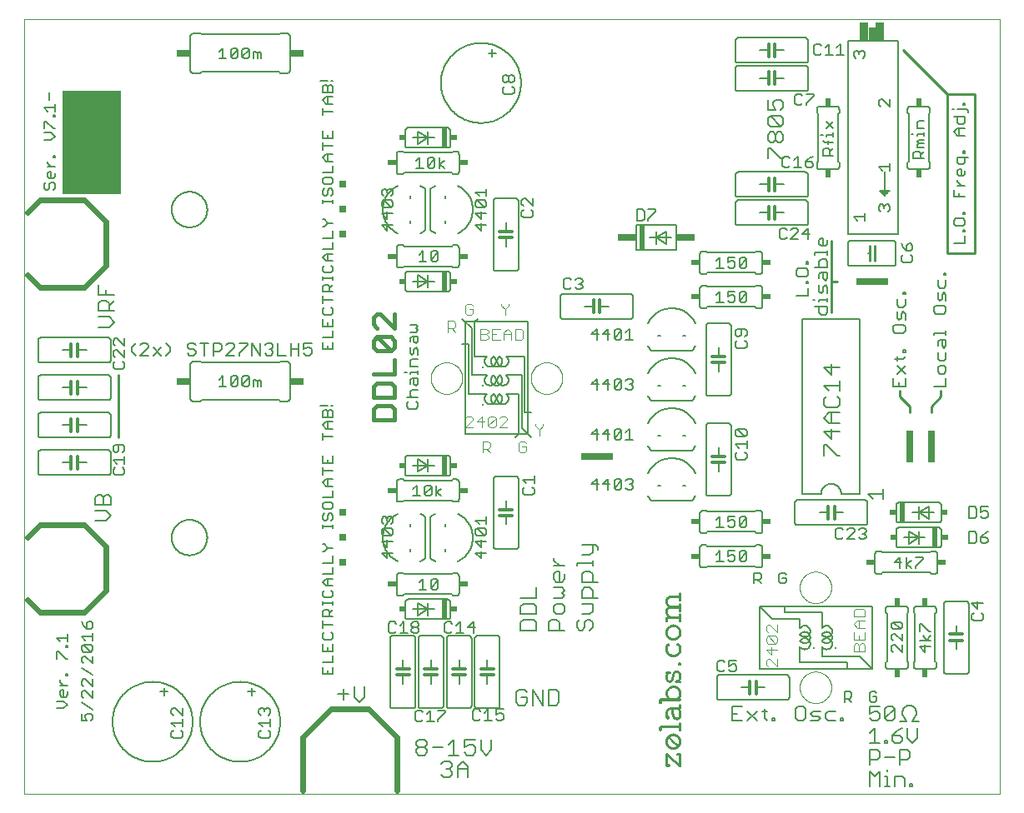
<source format=gto>
G75*
%MOIN*%
%OFA0B0*%
%FSLAX25Y25*%
%IPPOS*%
%LPD*%
%AMOC8*
5,1,8,0,0,1.08239X$1,22.5*
%
%ADD10C,0.00000*%
%ADD11C,0.01000*%
%ADD12C,0.00660*%
%ADD13C,0.00700*%
%ADD14C,0.00800*%
%ADD15C,0.01500*%
%ADD16C,0.02400*%
%ADD17C,0.00600*%
%ADD18R,0.23750X0.41250*%
%ADD19C,0.00500*%
%ADD20C,0.01200*%
%ADD21R,0.03400X0.02400*%
%ADD22R,0.02500X0.12500*%
%ADD23C,0.01250*%
%ADD24C,0.00400*%
%ADD25R,0.02400X0.03400*%
%ADD26R,0.03500X0.07500*%
%ADD27R,0.03000X0.05500*%
%ADD28R,0.05500X0.03000*%
%ADD29R,0.02000X0.08000*%
%ADD30R,0.02500X0.02000*%
%ADD31R,0.02500X0.03000*%
%ADD32R,0.12500X0.02500*%
%ADD33R,0.02000X0.10000*%
%ADD34R,0.07500X0.03000*%
D10*
X0002750Y0062850D02*
X0002750Y0372811D01*
X0392701Y0372811D01*
X0392701Y0062850D01*
X0002750Y0062850D01*
X0165201Y0229100D02*
X0165203Y0229258D01*
X0165209Y0229416D01*
X0165219Y0229574D01*
X0165233Y0229732D01*
X0165251Y0229889D01*
X0165272Y0230046D01*
X0165298Y0230202D01*
X0165328Y0230358D01*
X0165361Y0230513D01*
X0165399Y0230666D01*
X0165440Y0230819D01*
X0165485Y0230971D01*
X0165534Y0231122D01*
X0165587Y0231271D01*
X0165643Y0231419D01*
X0165703Y0231565D01*
X0165767Y0231710D01*
X0165835Y0231853D01*
X0165906Y0231995D01*
X0165980Y0232135D01*
X0166058Y0232272D01*
X0166140Y0232408D01*
X0166224Y0232542D01*
X0166313Y0232673D01*
X0166404Y0232802D01*
X0166499Y0232929D01*
X0166596Y0233054D01*
X0166697Y0233176D01*
X0166801Y0233295D01*
X0166908Y0233412D01*
X0167018Y0233526D01*
X0167131Y0233637D01*
X0167246Y0233746D01*
X0167364Y0233851D01*
X0167485Y0233953D01*
X0167608Y0234053D01*
X0167734Y0234149D01*
X0167862Y0234242D01*
X0167992Y0234332D01*
X0168125Y0234418D01*
X0168260Y0234502D01*
X0168396Y0234581D01*
X0168535Y0234658D01*
X0168676Y0234730D01*
X0168818Y0234800D01*
X0168962Y0234865D01*
X0169108Y0234927D01*
X0169255Y0234985D01*
X0169404Y0235040D01*
X0169554Y0235091D01*
X0169705Y0235138D01*
X0169857Y0235181D01*
X0170010Y0235220D01*
X0170165Y0235256D01*
X0170320Y0235287D01*
X0170476Y0235315D01*
X0170632Y0235339D01*
X0170789Y0235359D01*
X0170947Y0235375D01*
X0171104Y0235387D01*
X0171263Y0235395D01*
X0171421Y0235399D01*
X0171579Y0235399D01*
X0171737Y0235395D01*
X0171896Y0235387D01*
X0172053Y0235375D01*
X0172211Y0235359D01*
X0172368Y0235339D01*
X0172524Y0235315D01*
X0172680Y0235287D01*
X0172835Y0235256D01*
X0172990Y0235220D01*
X0173143Y0235181D01*
X0173295Y0235138D01*
X0173446Y0235091D01*
X0173596Y0235040D01*
X0173745Y0234985D01*
X0173892Y0234927D01*
X0174038Y0234865D01*
X0174182Y0234800D01*
X0174324Y0234730D01*
X0174465Y0234658D01*
X0174604Y0234581D01*
X0174740Y0234502D01*
X0174875Y0234418D01*
X0175008Y0234332D01*
X0175138Y0234242D01*
X0175266Y0234149D01*
X0175392Y0234053D01*
X0175515Y0233953D01*
X0175636Y0233851D01*
X0175754Y0233746D01*
X0175869Y0233637D01*
X0175982Y0233526D01*
X0176092Y0233412D01*
X0176199Y0233295D01*
X0176303Y0233176D01*
X0176404Y0233054D01*
X0176501Y0232929D01*
X0176596Y0232802D01*
X0176687Y0232673D01*
X0176776Y0232542D01*
X0176860Y0232408D01*
X0176942Y0232272D01*
X0177020Y0232135D01*
X0177094Y0231995D01*
X0177165Y0231853D01*
X0177233Y0231710D01*
X0177297Y0231565D01*
X0177357Y0231419D01*
X0177413Y0231271D01*
X0177466Y0231122D01*
X0177515Y0230971D01*
X0177560Y0230819D01*
X0177601Y0230666D01*
X0177639Y0230513D01*
X0177672Y0230358D01*
X0177702Y0230202D01*
X0177728Y0230046D01*
X0177749Y0229889D01*
X0177767Y0229732D01*
X0177781Y0229574D01*
X0177791Y0229416D01*
X0177797Y0229258D01*
X0177799Y0229100D01*
X0177797Y0228942D01*
X0177791Y0228784D01*
X0177781Y0228626D01*
X0177767Y0228468D01*
X0177749Y0228311D01*
X0177728Y0228154D01*
X0177702Y0227998D01*
X0177672Y0227842D01*
X0177639Y0227687D01*
X0177601Y0227534D01*
X0177560Y0227381D01*
X0177515Y0227229D01*
X0177466Y0227078D01*
X0177413Y0226929D01*
X0177357Y0226781D01*
X0177297Y0226635D01*
X0177233Y0226490D01*
X0177165Y0226347D01*
X0177094Y0226205D01*
X0177020Y0226065D01*
X0176942Y0225928D01*
X0176860Y0225792D01*
X0176776Y0225658D01*
X0176687Y0225527D01*
X0176596Y0225398D01*
X0176501Y0225271D01*
X0176404Y0225146D01*
X0176303Y0225024D01*
X0176199Y0224905D01*
X0176092Y0224788D01*
X0175982Y0224674D01*
X0175869Y0224563D01*
X0175754Y0224454D01*
X0175636Y0224349D01*
X0175515Y0224247D01*
X0175392Y0224147D01*
X0175266Y0224051D01*
X0175138Y0223958D01*
X0175008Y0223868D01*
X0174875Y0223782D01*
X0174740Y0223698D01*
X0174604Y0223619D01*
X0174465Y0223542D01*
X0174324Y0223470D01*
X0174182Y0223400D01*
X0174038Y0223335D01*
X0173892Y0223273D01*
X0173745Y0223215D01*
X0173596Y0223160D01*
X0173446Y0223109D01*
X0173295Y0223062D01*
X0173143Y0223019D01*
X0172990Y0222980D01*
X0172835Y0222944D01*
X0172680Y0222913D01*
X0172524Y0222885D01*
X0172368Y0222861D01*
X0172211Y0222841D01*
X0172053Y0222825D01*
X0171896Y0222813D01*
X0171737Y0222805D01*
X0171579Y0222801D01*
X0171421Y0222801D01*
X0171263Y0222805D01*
X0171104Y0222813D01*
X0170947Y0222825D01*
X0170789Y0222841D01*
X0170632Y0222861D01*
X0170476Y0222885D01*
X0170320Y0222913D01*
X0170165Y0222944D01*
X0170010Y0222980D01*
X0169857Y0223019D01*
X0169705Y0223062D01*
X0169554Y0223109D01*
X0169404Y0223160D01*
X0169255Y0223215D01*
X0169108Y0223273D01*
X0168962Y0223335D01*
X0168818Y0223400D01*
X0168676Y0223470D01*
X0168535Y0223542D01*
X0168396Y0223619D01*
X0168260Y0223698D01*
X0168125Y0223782D01*
X0167992Y0223868D01*
X0167862Y0223958D01*
X0167734Y0224051D01*
X0167608Y0224147D01*
X0167485Y0224247D01*
X0167364Y0224349D01*
X0167246Y0224454D01*
X0167131Y0224563D01*
X0167018Y0224674D01*
X0166908Y0224788D01*
X0166801Y0224905D01*
X0166697Y0225024D01*
X0166596Y0225146D01*
X0166499Y0225271D01*
X0166404Y0225398D01*
X0166313Y0225527D01*
X0166224Y0225658D01*
X0166140Y0225792D01*
X0166058Y0225928D01*
X0165980Y0226065D01*
X0165906Y0226205D01*
X0165835Y0226347D01*
X0165767Y0226490D01*
X0165703Y0226635D01*
X0165643Y0226781D01*
X0165587Y0226929D01*
X0165534Y0227078D01*
X0165485Y0227229D01*
X0165440Y0227381D01*
X0165399Y0227534D01*
X0165361Y0227687D01*
X0165328Y0227842D01*
X0165298Y0227998D01*
X0165272Y0228154D01*
X0165251Y0228311D01*
X0165233Y0228468D01*
X0165219Y0228626D01*
X0165209Y0228784D01*
X0165203Y0228942D01*
X0165201Y0229100D01*
X0205201Y0229100D02*
X0205203Y0229258D01*
X0205209Y0229416D01*
X0205219Y0229574D01*
X0205233Y0229732D01*
X0205251Y0229889D01*
X0205272Y0230046D01*
X0205298Y0230202D01*
X0205328Y0230358D01*
X0205361Y0230513D01*
X0205399Y0230666D01*
X0205440Y0230819D01*
X0205485Y0230971D01*
X0205534Y0231122D01*
X0205587Y0231271D01*
X0205643Y0231419D01*
X0205703Y0231565D01*
X0205767Y0231710D01*
X0205835Y0231853D01*
X0205906Y0231995D01*
X0205980Y0232135D01*
X0206058Y0232272D01*
X0206140Y0232408D01*
X0206224Y0232542D01*
X0206313Y0232673D01*
X0206404Y0232802D01*
X0206499Y0232929D01*
X0206596Y0233054D01*
X0206697Y0233176D01*
X0206801Y0233295D01*
X0206908Y0233412D01*
X0207018Y0233526D01*
X0207131Y0233637D01*
X0207246Y0233746D01*
X0207364Y0233851D01*
X0207485Y0233953D01*
X0207608Y0234053D01*
X0207734Y0234149D01*
X0207862Y0234242D01*
X0207992Y0234332D01*
X0208125Y0234418D01*
X0208260Y0234502D01*
X0208396Y0234581D01*
X0208535Y0234658D01*
X0208676Y0234730D01*
X0208818Y0234800D01*
X0208962Y0234865D01*
X0209108Y0234927D01*
X0209255Y0234985D01*
X0209404Y0235040D01*
X0209554Y0235091D01*
X0209705Y0235138D01*
X0209857Y0235181D01*
X0210010Y0235220D01*
X0210165Y0235256D01*
X0210320Y0235287D01*
X0210476Y0235315D01*
X0210632Y0235339D01*
X0210789Y0235359D01*
X0210947Y0235375D01*
X0211104Y0235387D01*
X0211263Y0235395D01*
X0211421Y0235399D01*
X0211579Y0235399D01*
X0211737Y0235395D01*
X0211896Y0235387D01*
X0212053Y0235375D01*
X0212211Y0235359D01*
X0212368Y0235339D01*
X0212524Y0235315D01*
X0212680Y0235287D01*
X0212835Y0235256D01*
X0212990Y0235220D01*
X0213143Y0235181D01*
X0213295Y0235138D01*
X0213446Y0235091D01*
X0213596Y0235040D01*
X0213745Y0234985D01*
X0213892Y0234927D01*
X0214038Y0234865D01*
X0214182Y0234800D01*
X0214324Y0234730D01*
X0214465Y0234658D01*
X0214604Y0234581D01*
X0214740Y0234502D01*
X0214875Y0234418D01*
X0215008Y0234332D01*
X0215138Y0234242D01*
X0215266Y0234149D01*
X0215392Y0234053D01*
X0215515Y0233953D01*
X0215636Y0233851D01*
X0215754Y0233746D01*
X0215869Y0233637D01*
X0215982Y0233526D01*
X0216092Y0233412D01*
X0216199Y0233295D01*
X0216303Y0233176D01*
X0216404Y0233054D01*
X0216501Y0232929D01*
X0216596Y0232802D01*
X0216687Y0232673D01*
X0216776Y0232542D01*
X0216860Y0232408D01*
X0216942Y0232272D01*
X0217020Y0232135D01*
X0217094Y0231995D01*
X0217165Y0231853D01*
X0217233Y0231710D01*
X0217297Y0231565D01*
X0217357Y0231419D01*
X0217413Y0231271D01*
X0217466Y0231122D01*
X0217515Y0230971D01*
X0217560Y0230819D01*
X0217601Y0230666D01*
X0217639Y0230513D01*
X0217672Y0230358D01*
X0217702Y0230202D01*
X0217728Y0230046D01*
X0217749Y0229889D01*
X0217767Y0229732D01*
X0217781Y0229574D01*
X0217791Y0229416D01*
X0217797Y0229258D01*
X0217799Y0229100D01*
X0217797Y0228942D01*
X0217791Y0228784D01*
X0217781Y0228626D01*
X0217767Y0228468D01*
X0217749Y0228311D01*
X0217728Y0228154D01*
X0217702Y0227998D01*
X0217672Y0227842D01*
X0217639Y0227687D01*
X0217601Y0227534D01*
X0217560Y0227381D01*
X0217515Y0227229D01*
X0217466Y0227078D01*
X0217413Y0226929D01*
X0217357Y0226781D01*
X0217297Y0226635D01*
X0217233Y0226490D01*
X0217165Y0226347D01*
X0217094Y0226205D01*
X0217020Y0226065D01*
X0216942Y0225928D01*
X0216860Y0225792D01*
X0216776Y0225658D01*
X0216687Y0225527D01*
X0216596Y0225398D01*
X0216501Y0225271D01*
X0216404Y0225146D01*
X0216303Y0225024D01*
X0216199Y0224905D01*
X0216092Y0224788D01*
X0215982Y0224674D01*
X0215869Y0224563D01*
X0215754Y0224454D01*
X0215636Y0224349D01*
X0215515Y0224247D01*
X0215392Y0224147D01*
X0215266Y0224051D01*
X0215138Y0223958D01*
X0215008Y0223868D01*
X0214875Y0223782D01*
X0214740Y0223698D01*
X0214604Y0223619D01*
X0214465Y0223542D01*
X0214324Y0223470D01*
X0214182Y0223400D01*
X0214038Y0223335D01*
X0213892Y0223273D01*
X0213745Y0223215D01*
X0213596Y0223160D01*
X0213446Y0223109D01*
X0213295Y0223062D01*
X0213143Y0223019D01*
X0212990Y0222980D01*
X0212835Y0222944D01*
X0212680Y0222913D01*
X0212524Y0222885D01*
X0212368Y0222861D01*
X0212211Y0222841D01*
X0212053Y0222825D01*
X0211896Y0222813D01*
X0211737Y0222805D01*
X0211579Y0222801D01*
X0211421Y0222801D01*
X0211263Y0222805D01*
X0211104Y0222813D01*
X0210947Y0222825D01*
X0210789Y0222841D01*
X0210632Y0222861D01*
X0210476Y0222885D01*
X0210320Y0222913D01*
X0210165Y0222944D01*
X0210010Y0222980D01*
X0209857Y0223019D01*
X0209705Y0223062D01*
X0209554Y0223109D01*
X0209404Y0223160D01*
X0209255Y0223215D01*
X0209108Y0223273D01*
X0208962Y0223335D01*
X0208818Y0223400D01*
X0208676Y0223470D01*
X0208535Y0223542D01*
X0208396Y0223619D01*
X0208260Y0223698D01*
X0208125Y0223782D01*
X0207992Y0223868D01*
X0207862Y0223958D01*
X0207734Y0224051D01*
X0207608Y0224147D01*
X0207485Y0224247D01*
X0207364Y0224349D01*
X0207246Y0224454D01*
X0207131Y0224563D01*
X0207018Y0224674D01*
X0206908Y0224788D01*
X0206801Y0224905D01*
X0206697Y0225024D01*
X0206596Y0225146D01*
X0206499Y0225271D01*
X0206404Y0225398D01*
X0206313Y0225527D01*
X0206224Y0225658D01*
X0206140Y0225792D01*
X0206058Y0225928D01*
X0205980Y0226065D01*
X0205906Y0226205D01*
X0205835Y0226347D01*
X0205767Y0226490D01*
X0205703Y0226635D01*
X0205643Y0226781D01*
X0205587Y0226929D01*
X0205534Y0227078D01*
X0205485Y0227229D01*
X0205440Y0227381D01*
X0205399Y0227534D01*
X0205361Y0227687D01*
X0205328Y0227842D01*
X0205298Y0227998D01*
X0205272Y0228154D01*
X0205251Y0228311D01*
X0205233Y0228468D01*
X0205219Y0228626D01*
X0205209Y0228784D01*
X0205203Y0228942D01*
X0205201Y0229100D01*
X0312701Y0145350D02*
X0312703Y0145508D01*
X0312709Y0145666D01*
X0312719Y0145824D01*
X0312733Y0145982D01*
X0312751Y0146139D01*
X0312772Y0146296D01*
X0312798Y0146452D01*
X0312828Y0146608D01*
X0312861Y0146763D01*
X0312899Y0146916D01*
X0312940Y0147069D01*
X0312985Y0147221D01*
X0313034Y0147372D01*
X0313087Y0147521D01*
X0313143Y0147669D01*
X0313203Y0147815D01*
X0313267Y0147960D01*
X0313335Y0148103D01*
X0313406Y0148245D01*
X0313480Y0148385D01*
X0313558Y0148522D01*
X0313640Y0148658D01*
X0313724Y0148792D01*
X0313813Y0148923D01*
X0313904Y0149052D01*
X0313999Y0149179D01*
X0314096Y0149304D01*
X0314197Y0149426D01*
X0314301Y0149545D01*
X0314408Y0149662D01*
X0314518Y0149776D01*
X0314631Y0149887D01*
X0314746Y0149996D01*
X0314864Y0150101D01*
X0314985Y0150203D01*
X0315108Y0150303D01*
X0315234Y0150399D01*
X0315362Y0150492D01*
X0315492Y0150582D01*
X0315625Y0150668D01*
X0315760Y0150752D01*
X0315896Y0150831D01*
X0316035Y0150908D01*
X0316176Y0150980D01*
X0316318Y0151050D01*
X0316462Y0151115D01*
X0316608Y0151177D01*
X0316755Y0151235D01*
X0316904Y0151290D01*
X0317054Y0151341D01*
X0317205Y0151388D01*
X0317357Y0151431D01*
X0317510Y0151470D01*
X0317665Y0151506D01*
X0317820Y0151537D01*
X0317976Y0151565D01*
X0318132Y0151589D01*
X0318289Y0151609D01*
X0318447Y0151625D01*
X0318604Y0151637D01*
X0318763Y0151645D01*
X0318921Y0151649D01*
X0319079Y0151649D01*
X0319237Y0151645D01*
X0319396Y0151637D01*
X0319553Y0151625D01*
X0319711Y0151609D01*
X0319868Y0151589D01*
X0320024Y0151565D01*
X0320180Y0151537D01*
X0320335Y0151506D01*
X0320490Y0151470D01*
X0320643Y0151431D01*
X0320795Y0151388D01*
X0320946Y0151341D01*
X0321096Y0151290D01*
X0321245Y0151235D01*
X0321392Y0151177D01*
X0321538Y0151115D01*
X0321682Y0151050D01*
X0321824Y0150980D01*
X0321965Y0150908D01*
X0322104Y0150831D01*
X0322240Y0150752D01*
X0322375Y0150668D01*
X0322508Y0150582D01*
X0322638Y0150492D01*
X0322766Y0150399D01*
X0322892Y0150303D01*
X0323015Y0150203D01*
X0323136Y0150101D01*
X0323254Y0149996D01*
X0323369Y0149887D01*
X0323482Y0149776D01*
X0323592Y0149662D01*
X0323699Y0149545D01*
X0323803Y0149426D01*
X0323904Y0149304D01*
X0324001Y0149179D01*
X0324096Y0149052D01*
X0324187Y0148923D01*
X0324276Y0148792D01*
X0324360Y0148658D01*
X0324442Y0148522D01*
X0324520Y0148385D01*
X0324594Y0148245D01*
X0324665Y0148103D01*
X0324733Y0147960D01*
X0324797Y0147815D01*
X0324857Y0147669D01*
X0324913Y0147521D01*
X0324966Y0147372D01*
X0325015Y0147221D01*
X0325060Y0147069D01*
X0325101Y0146916D01*
X0325139Y0146763D01*
X0325172Y0146608D01*
X0325202Y0146452D01*
X0325228Y0146296D01*
X0325249Y0146139D01*
X0325267Y0145982D01*
X0325281Y0145824D01*
X0325291Y0145666D01*
X0325297Y0145508D01*
X0325299Y0145350D01*
X0325297Y0145192D01*
X0325291Y0145034D01*
X0325281Y0144876D01*
X0325267Y0144718D01*
X0325249Y0144561D01*
X0325228Y0144404D01*
X0325202Y0144248D01*
X0325172Y0144092D01*
X0325139Y0143937D01*
X0325101Y0143784D01*
X0325060Y0143631D01*
X0325015Y0143479D01*
X0324966Y0143328D01*
X0324913Y0143179D01*
X0324857Y0143031D01*
X0324797Y0142885D01*
X0324733Y0142740D01*
X0324665Y0142597D01*
X0324594Y0142455D01*
X0324520Y0142315D01*
X0324442Y0142178D01*
X0324360Y0142042D01*
X0324276Y0141908D01*
X0324187Y0141777D01*
X0324096Y0141648D01*
X0324001Y0141521D01*
X0323904Y0141396D01*
X0323803Y0141274D01*
X0323699Y0141155D01*
X0323592Y0141038D01*
X0323482Y0140924D01*
X0323369Y0140813D01*
X0323254Y0140704D01*
X0323136Y0140599D01*
X0323015Y0140497D01*
X0322892Y0140397D01*
X0322766Y0140301D01*
X0322638Y0140208D01*
X0322508Y0140118D01*
X0322375Y0140032D01*
X0322240Y0139948D01*
X0322104Y0139869D01*
X0321965Y0139792D01*
X0321824Y0139720D01*
X0321682Y0139650D01*
X0321538Y0139585D01*
X0321392Y0139523D01*
X0321245Y0139465D01*
X0321096Y0139410D01*
X0320946Y0139359D01*
X0320795Y0139312D01*
X0320643Y0139269D01*
X0320490Y0139230D01*
X0320335Y0139194D01*
X0320180Y0139163D01*
X0320024Y0139135D01*
X0319868Y0139111D01*
X0319711Y0139091D01*
X0319553Y0139075D01*
X0319396Y0139063D01*
X0319237Y0139055D01*
X0319079Y0139051D01*
X0318921Y0139051D01*
X0318763Y0139055D01*
X0318604Y0139063D01*
X0318447Y0139075D01*
X0318289Y0139091D01*
X0318132Y0139111D01*
X0317976Y0139135D01*
X0317820Y0139163D01*
X0317665Y0139194D01*
X0317510Y0139230D01*
X0317357Y0139269D01*
X0317205Y0139312D01*
X0317054Y0139359D01*
X0316904Y0139410D01*
X0316755Y0139465D01*
X0316608Y0139523D01*
X0316462Y0139585D01*
X0316318Y0139650D01*
X0316176Y0139720D01*
X0316035Y0139792D01*
X0315896Y0139869D01*
X0315760Y0139948D01*
X0315625Y0140032D01*
X0315492Y0140118D01*
X0315362Y0140208D01*
X0315234Y0140301D01*
X0315108Y0140397D01*
X0314985Y0140497D01*
X0314864Y0140599D01*
X0314746Y0140704D01*
X0314631Y0140813D01*
X0314518Y0140924D01*
X0314408Y0141038D01*
X0314301Y0141155D01*
X0314197Y0141274D01*
X0314096Y0141396D01*
X0313999Y0141521D01*
X0313904Y0141648D01*
X0313813Y0141777D01*
X0313724Y0141908D01*
X0313640Y0142042D01*
X0313558Y0142178D01*
X0313480Y0142315D01*
X0313406Y0142455D01*
X0313335Y0142597D01*
X0313267Y0142740D01*
X0313203Y0142885D01*
X0313143Y0143031D01*
X0313087Y0143179D01*
X0313034Y0143328D01*
X0312985Y0143479D01*
X0312940Y0143631D01*
X0312899Y0143784D01*
X0312861Y0143937D01*
X0312828Y0144092D01*
X0312798Y0144248D01*
X0312772Y0144404D01*
X0312751Y0144561D01*
X0312733Y0144718D01*
X0312719Y0144876D01*
X0312709Y0145034D01*
X0312703Y0145192D01*
X0312701Y0145350D01*
X0312701Y0105350D02*
X0312703Y0105508D01*
X0312709Y0105666D01*
X0312719Y0105824D01*
X0312733Y0105982D01*
X0312751Y0106139D01*
X0312772Y0106296D01*
X0312798Y0106452D01*
X0312828Y0106608D01*
X0312861Y0106763D01*
X0312899Y0106916D01*
X0312940Y0107069D01*
X0312985Y0107221D01*
X0313034Y0107372D01*
X0313087Y0107521D01*
X0313143Y0107669D01*
X0313203Y0107815D01*
X0313267Y0107960D01*
X0313335Y0108103D01*
X0313406Y0108245D01*
X0313480Y0108385D01*
X0313558Y0108522D01*
X0313640Y0108658D01*
X0313724Y0108792D01*
X0313813Y0108923D01*
X0313904Y0109052D01*
X0313999Y0109179D01*
X0314096Y0109304D01*
X0314197Y0109426D01*
X0314301Y0109545D01*
X0314408Y0109662D01*
X0314518Y0109776D01*
X0314631Y0109887D01*
X0314746Y0109996D01*
X0314864Y0110101D01*
X0314985Y0110203D01*
X0315108Y0110303D01*
X0315234Y0110399D01*
X0315362Y0110492D01*
X0315492Y0110582D01*
X0315625Y0110668D01*
X0315760Y0110752D01*
X0315896Y0110831D01*
X0316035Y0110908D01*
X0316176Y0110980D01*
X0316318Y0111050D01*
X0316462Y0111115D01*
X0316608Y0111177D01*
X0316755Y0111235D01*
X0316904Y0111290D01*
X0317054Y0111341D01*
X0317205Y0111388D01*
X0317357Y0111431D01*
X0317510Y0111470D01*
X0317665Y0111506D01*
X0317820Y0111537D01*
X0317976Y0111565D01*
X0318132Y0111589D01*
X0318289Y0111609D01*
X0318447Y0111625D01*
X0318604Y0111637D01*
X0318763Y0111645D01*
X0318921Y0111649D01*
X0319079Y0111649D01*
X0319237Y0111645D01*
X0319396Y0111637D01*
X0319553Y0111625D01*
X0319711Y0111609D01*
X0319868Y0111589D01*
X0320024Y0111565D01*
X0320180Y0111537D01*
X0320335Y0111506D01*
X0320490Y0111470D01*
X0320643Y0111431D01*
X0320795Y0111388D01*
X0320946Y0111341D01*
X0321096Y0111290D01*
X0321245Y0111235D01*
X0321392Y0111177D01*
X0321538Y0111115D01*
X0321682Y0111050D01*
X0321824Y0110980D01*
X0321965Y0110908D01*
X0322104Y0110831D01*
X0322240Y0110752D01*
X0322375Y0110668D01*
X0322508Y0110582D01*
X0322638Y0110492D01*
X0322766Y0110399D01*
X0322892Y0110303D01*
X0323015Y0110203D01*
X0323136Y0110101D01*
X0323254Y0109996D01*
X0323369Y0109887D01*
X0323482Y0109776D01*
X0323592Y0109662D01*
X0323699Y0109545D01*
X0323803Y0109426D01*
X0323904Y0109304D01*
X0324001Y0109179D01*
X0324096Y0109052D01*
X0324187Y0108923D01*
X0324276Y0108792D01*
X0324360Y0108658D01*
X0324442Y0108522D01*
X0324520Y0108385D01*
X0324594Y0108245D01*
X0324665Y0108103D01*
X0324733Y0107960D01*
X0324797Y0107815D01*
X0324857Y0107669D01*
X0324913Y0107521D01*
X0324966Y0107372D01*
X0325015Y0107221D01*
X0325060Y0107069D01*
X0325101Y0106916D01*
X0325139Y0106763D01*
X0325172Y0106608D01*
X0325202Y0106452D01*
X0325228Y0106296D01*
X0325249Y0106139D01*
X0325267Y0105982D01*
X0325281Y0105824D01*
X0325291Y0105666D01*
X0325297Y0105508D01*
X0325299Y0105350D01*
X0325297Y0105192D01*
X0325291Y0105034D01*
X0325281Y0104876D01*
X0325267Y0104718D01*
X0325249Y0104561D01*
X0325228Y0104404D01*
X0325202Y0104248D01*
X0325172Y0104092D01*
X0325139Y0103937D01*
X0325101Y0103784D01*
X0325060Y0103631D01*
X0325015Y0103479D01*
X0324966Y0103328D01*
X0324913Y0103179D01*
X0324857Y0103031D01*
X0324797Y0102885D01*
X0324733Y0102740D01*
X0324665Y0102597D01*
X0324594Y0102455D01*
X0324520Y0102315D01*
X0324442Y0102178D01*
X0324360Y0102042D01*
X0324276Y0101908D01*
X0324187Y0101777D01*
X0324096Y0101648D01*
X0324001Y0101521D01*
X0323904Y0101396D01*
X0323803Y0101274D01*
X0323699Y0101155D01*
X0323592Y0101038D01*
X0323482Y0100924D01*
X0323369Y0100813D01*
X0323254Y0100704D01*
X0323136Y0100599D01*
X0323015Y0100497D01*
X0322892Y0100397D01*
X0322766Y0100301D01*
X0322638Y0100208D01*
X0322508Y0100118D01*
X0322375Y0100032D01*
X0322240Y0099948D01*
X0322104Y0099869D01*
X0321965Y0099792D01*
X0321824Y0099720D01*
X0321682Y0099650D01*
X0321538Y0099585D01*
X0321392Y0099523D01*
X0321245Y0099465D01*
X0321096Y0099410D01*
X0320946Y0099359D01*
X0320795Y0099312D01*
X0320643Y0099269D01*
X0320490Y0099230D01*
X0320335Y0099194D01*
X0320180Y0099163D01*
X0320024Y0099135D01*
X0319868Y0099111D01*
X0319711Y0099091D01*
X0319553Y0099075D01*
X0319396Y0099063D01*
X0319237Y0099055D01*
X0319079Y0099051D01*
X0318921Y0099051D01*
X0318763Y0099055D01*
X0318604Y0099063D01*
X0318447Y0099075D01*
X0318289Y0099091D01*
X0318132Y0099111D01*
X0317976Y0099135D01*
X0317820Y0099163D01*
X0317665Y0099194D01*
X0317510Y0099230D01*
X0317357Y0099269D01*
X0317205Y0099312D01*
X0317054Y0099359D01*
X0316904Y0099410D01*
X0316755Y0099465D01*
X0316608Y0099523D01*
X0316462Y0099585D01*
X0316318Y0099650D01*
X0316176Y0099720D01*
X0316035Y0099792D01*
X0315896Y0099869D01*
X0315760Y0099948D01*
X0315625Y0100032D01*
X0315492Y0100118D01*
X0315362Y0100208D01*
X0315234Y0100301D01*
X0315108Y0100397D01*
X0314985Y0100497D01*
X0314864Y0100599D01*
X0314746Y0100704D01*
X0314631Y0100813D01*
X0314518Y0100924D01*
X0314408Y0101038D01*
X0314301Y0101155D01*
X0314197Y0101274D01*
X0314096Y0101396D01*
X0313999Y0101521D01*
X0313904Y0101648D01*
X0313813Y0101777D01*
X0313724Y0101908D01*
X0313640Y0102042D01*
X0313558Y0102178D01*
X0313480Y0102315D01*
X0313406Y0102455D01*
X0313335Y0102597D01*
X0313267Y0102740D01*
X0313203Y0102885D01*
X0313143Y0103031D01*
X0313087Y0103179D01*
X0313034Y0103328D01*
X0312985Y0103479D01*
X0312940Y0103631D01*
X0312899Y0103784D01*
X0312861Y0103937D01*
X0312828Y0104092D01*
X0312798Y0104248D01*
X0312772Y0104404D01*
X0312751Y0104561D01*
X0312733Y0104718D01*
X0312719Y0104876D01*
X0312709Y0105034D01*
X0312703Y0105192D01*
X0312701Y0105350D01*
D11*
X0356500Y0215350D02*
X0356500Y0217850D01*
X0352750Y0221600D01*
X0352750Y0224100D01*
X0365250Y0217850D02*
X0365250Y0215350D01*
X0365250Y0217850D02*
X0369000Y0221600D01*
X0369000Y0224100D01*
X0325250Y0255350D02*
X0325250Y0267850D01*
X0325250Y0284100D01*
X0340500Y0282100D02*
X0340500Y0279100D01*
X0340500Y0276100D01*
X0342500Y0276100D02*
X0342500Y0279100D01*
X0342500Y0282100D01*
X0327750Y0267850D02*
X0325250Y0267850D01*
X0371500Y0279100D02*
X0382750Y0279100D01*
X0382750Y0342850D01*
X0371500Y0342850D01*
X0371500Y0279100D01*
X0371500Y0342850D02*
X0354000Y0360350D01*
X0040250Y0230350D02*
X0040250Y0205350D01*
D12*
X0352750Y0091600D02*
X0355250Y0091600D01*
X0354000Y0094100D01*
X0353955Y0094194D01*
X0353914Y0094290D01*
X0353876Y0094387D01*
X0353842Y0094486D01*
X0353812Y0094586D01*
X0353785Y0094687D01*
X0353762Y0094788D01*
X0353743Y0094891D01*
X0353728Y0094994D01*
X0353716Y0095098D01*
X0353709Y0095202D01*
X0353705Y0095306D01*
X0353706Y0095410D01*
X0353710Y0095515D01*
X0353718Y0095619D01*
X0353730Y0095722D01*
X0353746Y0095825D01*
X0353765Y0095928D01*
X0353789Y0096030D01*
X0353816Y0096130D01*
X0353847Y0096230D01*
X0353882Y0096328D01*
X0353920Y0096425D01*
X0353962Y0096521D01*
X0354008Y0096615D01*
X0354056Y0096707D01*
X0354109Y0096797D01*
X0354164Y0096885D01*
X0354223Y0096971D01*
X0354286Y0097055D01*
X0354351Y0097137D01*
X0354419Y0097216D01*
X0354490Y0097292D01*
X0354564Y0097366D01*
X0354640Y0097437D01*
X0354720Y0097505D01*
X0354801Y0097570D01*
X0354885Y0097631D01*
X0354972Y0097690D01*
X0355060Y0097745D01*
X0355150Y0097798D01*
X0355243Y0097846D01*
X0355337Y0097891D01*
X0355432Y0097933D01*
X0355529Y0097971D01*
X0355628Y0098005D01*
X0355728Y0098036D01*
X0355828Y0098063D01*
X0355930Y0098086D01*
X0356033Y0098106D01*
X0356136Y0098121D01*
X0356240Y0098133D01*
X0356344Y0098141D01*
X0356448Y0098145D01*
X0356552Y0098145D01*
X0356656Y0098141D01*
X0356760Y0098133D01*
X0356864Y0098121D01*
X0356967Y0098106D01*
X0357070Y0098086D01*
X0357172Y0098063D01*
X0357272Y0098036D01*
X0357372Y0098005D01*
X0357471Y0097971D01*
X0357568Y0097933D01*
X0357663Y0097891D01*
X0357757Y0097846D01*
X0357850Y0097798D01*
X0357940Y0097745D01*
X0358028Y0097690D01*
X0358115Y0097631D01*
X0358199Y0097570D01*
X0358280Y0097505D01*
X0358360Y0097437D01*
X0358436Y0097366D01*
X0358510Y0097292D01*
X0358581Y0097216D01*
X0358649Y0097137D01*
X0358714Y0097055D01*
X0358777Y0096971D01*
X0358836Y0096885D01*
X0358891Y0096797D01*
X0358944Y0096707D01*
X0358992Y0096615D01*
X0359038Y0096521D01*
X0359080Y0096425D01*
X0359118Y0096328D01*
X0359153Y0096230D01*
X0359184Y0096130D01*
X0359211Y0096030D01*
X0359235Y0095928D01*
X0359254Y0095825D01*
X0359270Y0095722D01*
X0359282Y0095619D01*
X0359290Y0095515D01*
X0359294Y0095410D01*
X0359295Y0095306D01*
X0359291Y0095202D01*
X0359284Y0095098D01*
X0359272Y0094994D01*
X0359257Y0094891D01*
X0359238Y0094788D01*
X0359215Y0094687D01*
X0359188Y0094586D01*
X0359158Y0094486D01*
X0359124Y0094387D01*
X0359086Y0094290D01*
X0359045Y0094194D01*
X0359000Y0094100D01*
X0357750Y0091600D01*
X0360250Y0091600D01*
D13*
X0359730Y0089105D02*
X0359730Y0085168D01*
X0357761Y0083200D01*
X0355793Y0085168D01*
X0355793Y0089105D01*
X0353652Y0089105D02*
X0351684Y0088121D01*
X0349716Y0086153D01*
X0352668Y0086153D01*
X0353652Y0085168D01*
X0353652Y0084184D01*
X0352668Y0083200D01*
X0350700Y0083200D01*
X0349716Y0084184D01*
X0349716Y0086153D01*
X0347661Y0084184D02*
X0347661Y0083200D01*
X0346677Y0083200D01*
X0346677Y0084184D01*
X0347661Y0084184D01*
X0344537Y0083200D02*
X0340600Y0083200D01*
X0342568Y0083200D02*
X0342568Y0089105D01*
X0340600Y0087137D01*
X0341584Y0091950D02*
X0340600Y0092934D01*
X0341584Y0091950D02*
X0343553Y0091950D01*
X0344537Y0092934D01*
X0344537Y0094903D01*
X0343553Y0095887D01*
X0342568Y0095887D01*
X0340600Y0094903D01*
X0340600Y0097855D01*
X0344537Y0097855D01*
X0346677Y0096871D02*
X0347661Y0097855D01*
X0349630Y0097855D01*
X0350614Y0096871D01*
X0346677Y0092934D01*
X0347661Y0091950D01*
X0349630Y0091950D01*
X0350614Y0092934D01*
X0350614Y0096871D01*
X0346677Y0096871D02*
X0346677Y0092934D01*
X0342752Y0099450D02*
X0343469Y0100167D01*
X0343469Y0101602D01*
X0342035Y0101602D01*
X0343469Y0103036D02*
X0342752Y0103754D01*
X0341317Y0103754D01*
X0340600Y0103036D01*
X0340600Y0100167D01*
X0341317Y0099450D01*
X0342752Y0099450D01*
X0333469Y0099450D02*
X0332035Y0100885D01*
X0332752Y0100885D02*
X0330600Y0100885D01*
X0330600Y0099450D02*
X0330600Y0103754D01*
X0332752Y0103754D01*
X0333469Y0103036D01*
X0333469Y0101602D01*
X0332752Y0100885D01*
X0327013Y0095887D02*
X0324060Y0095887D01*
X0323076Y0094903D01*
X0323076Y0092934D01*
X0324060Y0091950D01*
X0327013Y0091950D01*
X0329153Y0091950D02*
X0330137Y0091950D01*
X0330137Y0092934D01*
X0329153Y0092934D01*
X0329153Y0091950D01*
X0320935Y0092934D02*
X0319951Y0093918D01*
X0317983Y0093918D01*
X0316999Y0094903D01*
X0317983Y0095887D01*
X0320935Y0095887D01*
X0320935Y0092934D02*
X0319951Y0091950D01*
X0316999Y0091950D01*
X0314858Y0092934D02*
X0314858Y0096871D01*
X0313874Y0097855D01*
X0311906Y0097855D01*
X0310922Y0096871D01*
X0310922Y0092934D01*
X0311906Y0091950D01*
X0313874Y0091950D01*
X0314858Y0092934D01*
X0302790Y0092934D02*
X0302790Y0091950D01*
X0301806Y0091950D01*
X0301806Y0092934D01*
X0302790Y0092934D01*
X0299723Y0091950D02*
X0298739Y0092934D01*
X0298739Y0096871D01*
X0299723Y0095887D02*
X0297754Y0095887D01*
X0295614Y0095887D02*
X0291677Y0091950D01*
X0289537Y0091950D02*
X0285600Y0091950D01*
X0285600Y0097855D01*
X0289537Y0097855D01*
X0291677Y0095887D02*
X0295614Y0091950D01*
X0287568Y0094903D02*
X0285600Y0094903D01*
X0294350Y0146950D02*
X0294350Y0151254D01*
X0296502Y0151254D01*
X0297219Y0150536D01*
X0297219Y0149102D01*
X0296502Y0148385D01*
X0294350Y0148385D01*
X0295785Y0148385D02*
X0297219Y0146950D01*
X0304350Y0147667D02*
X0305067Y0146950D01*
X0306502Y0146950D01*
X0307219Y0147667D01*
X0307219Y0149102D01*
X0305785Y0149102D01*
X0307219Y0150536D02*
X0306502Y0151254D01*
X0305067Y0151254D01*
X0304350Y0150536D01*
X0304350Y0147667D01*
X0291427Y0156417D02*
X0291427Y0159286D01*
X0288558Y0156417D01*
X0289275Y0155700D01*
X0290710Y0155700D01*
X0291427Y0156417D01*
X0288558Y0156417D02*
X0288558Y0159286D01*
X0289275Y0160004D01*
X0290710Y0160004D01*
X0291427Y0159286D01*
X0286823Y0160004D02*
X0283954Y0160004D01*
X0283954Y0157852D01*
X0285388Y0158569D01*
X0286106Y0158569D01*
X0286823Y0157852D01*
X0286823Y0156417D01*
X0286106Y0155700D01*
X0284671Y0155700D01*
X0283954Y0156417D01*
X0282219Y0155700D02*
X0279350Y0155700D01*
X0280785Y0155700D02*
X0280785Y0160004D01*
X0279350Y0158569D01*
X0279350Y0169450D02*
X0282219Y0169450D01*
X0280785Y0169450D02*
X0280785Y0173754D01*
X0279350Y0172319D01*
X0283954Y0171602D02*
X0283954Y0173754D01*
X0286823Y0173754D01*
X0286106Y0172319D02*
X0286823Y0171602D01*
X0286823Y0170167D01*
X0286106Y0169450D01*
X0284671Y0169450D01*
X0283954Y0170167D01*
X0283954Y0171602D02*
X0285388Y0172319D01*
X0286106Y0172319D01*
X0288558Y0173036D02*
X0289275Y0173754D01*
X0290710Y0173754D01*
X0291427Y0173036D01*
X0288558Y0170167D01*
X0289275Y0169450D01*
X0290710Y0169450D01*
X0291427Y0170167D01*
X0291427Y0173036D01*
X0288558Y0173036D02*
X0288558Y0170167D01*
X0322345Y0198200D02*
X0322345Y0202404D01*
X0323396Y0202404D01*
X0327599Y0198200D01*
X0328650Y0198200D01*
X0325497Y0204645D02*
X0325497Y0208849D01*
X0325497Y0211091D02*
X0325497Y0215295D01*
X0324446Y0215295D02*
X0328650Y0215295D01*
X0327599Y0217536D02*
X0323396Y0217536D01*
X0322345Y0218587D01*
X0322345Y0220689D01*
X0323396Y0221740D01*
X0324446Y0223982D02*
X0322345Y0226084D01*
X0328650Y0226084D01*
X0328650Y0223982D02*
X0328650Y0228186D01*
X0325497Y0230427D02*
X0325497Y0234631D01*
X0322345Y0233580D02*
X0325497Y0230427D01*
X0322345Y0233580D02*
X0328650Y0233580D01*
X0327599Y0221740D02*
X0328650Y0220689D01*
X0328650Y0218587D01*
X0327599Y0217536D01*
X0324446Y0215295D02*
X0322345Y0213193D01*
X0324446Y0211091D01*
X0328650Y0211091D01*
X0328650Y0207798D02*
X0322345Y0207798D01*
X0325497Y0204645D01*
X0346150Y0184904D02*
X0346150Y0180700D01*
X0346150Y0182802D02*
X0339845Y0182802D01*
X0341946Y0180700D01*
X0352752Y0157504D02*
X0350600Y0155352D01*
X0353469Y0155352D01*
X0355204Y0154635D02*
X0357356Y0156069D01*
X0359041Y0157504D02*
X0361910Y0157504D01*
X0361910Y0156786D01*
X0359041Y0153917D01*
X0359041Y0153200D01*
X0357356Y0153200D02*
X0355204Y0154635D01*
X0355204Y0153200D02*
X0355204Y0157504D01*
X0352752Y0157504D02*
X0352752Y0153200D01*
X0352933Y0131527D02*
X0350064Y0131527D01*
X0352933Y0128658D01*
X0353650Y0129375D01*
X0353650Y0130810D01*
X0352933Y0131527D01*
X0352933Y0128658D02*
X0350064Y0128658D01*
X0349346Y0129375D01*
X0349346Y0130810D01*
X0350064Y0131527D01*
X0350064Y0126923D02*
X0349346Y0126206D01*
X0349346Y0124771D01*
X0350064Y0124054D01*
X0350064Y0122319D02*
X0349346Y0121602D01*
X0349346Y0120167D01*
X0350064Y0119450D01*
X0350064Y0122319D02*
X0350781Y0122319D01*
X0353650Y0119450D01*
X0353650Y0122319D01*
X0353650Y0124054D02*
X0350781Y0126923D01*
X0350064Y0126923D01*
X0353650Y0126923D02*
X0353650Y0124054D01*
X0360596Y0124054D02*
X0364900Y0124054D01*
X0363465Y0124054D02*
X0364900Y0126206D01*
X0364900Y0127891D02*
X0364183Y0127891D01*
X0361314Y0130760D01*
X0360596Y0130760D01*
X0360596Y0127891D01*
X0362031Y0126206D02*
X0363465Y0124054D01*
X0362748Y0122319D02*
X0362748Y0119450D01*
X0360596Y0121602D01*
X0364900Y0121602D01*
X0355707Y0080355D02*
X0356691Y0079371D01*
X0356691Y0077403D01*
X0355707Y0076418D01*
X0352754Y0076418D01*
X0352754Y0074450D02*
X0352754Y0080355D01*
X0355707Y0080355D01*
X0350614Y0077403D02*
X0346677Y0077403D01*
X0344537Y0077403D02*
X0343553Y0076418D01*
X0340600Y0076418D01*
X0340600Y0074450D02*
X0340600Y0080355D01*
X0343553Y0080355D01*
X0344537Y0079371D01*
X0344537Y0077403D01*
X0347661Y0072589D02*
X0347661Y0071605D01*
X0347661Y0069637D02*
X0347661Y0065700D01*
X0346677Y0065700D02*
X0348646Y0065700D01*
X0350729Y0065700D02*
X0350729Y0069637D01*
X0353681Y0069637D01*
X0354665Y0068653D01*
X0354665Y0065700D01*
X0356806Y0065700D02*
X0357790Y0065700D01*
X0357790Y0066684D01*
X0356806Y0066684D01*
X0356806Y0065700D01*
X0347661Y0069637D02*
X0346677Y0069637D01*
X0344537Y0071605D02*
X0344537Y0065700D01*
X0340600Y0065700D02*
X0340600Y0071605D01*
X0342568Y0069637D01*
X0344537Y0071605D01*
X0245314Y0184450D02*
X0243879Y0184450D01*
X0243162Y0185167D01*
X0241427Y0185167D02*
X0240710Y0184450D01*
X0239275Y0184450D01*
X0238558Y0185167D01*
X0241427Y0188036D01*
X0241427Y0185167D01*
X0238558Y0185167D02*
X0238558Y0188036D01*
X0239275Y0188754D01*
X0240710Y0188754D01*
X0241427Y0188036D01*
X0243162Y0188036D02*
X0243879Y0188754D01*
X0245314Y0188754D01*
X0246031Y0188036D01*
X0246031Y0187319D01*
X0245314Y0186602D01*
X0246031Y0185885D01*
X0246031Y0185167D01*
X0245314Y0184450D01*
X0245314Y0186602D02*
X0244596Y0186602D01*
X0236823Y0186602D02*
X0233954Y0186602D01*
X0236106Y0188754D01*
X0236106Y0184450D01*
X0232219Y0186602D02*
X0229350Y0186602D01*
X0231502Y0188754D01*
X0231502Y0184450D01*
X0231502Y0204450D02*
X0231502Y0208754D01*
X0229350Y0206602D01*
X0232219Y0206602D01*
X0233954Y0206602D02*
X0236823Y0206602D01*
X0238558Y0208036D02*
X0238558Y0205167D01*
X0241427Y0208036D01*
X0241427Y0205167D01*
X0240710Y0204450D01*
X0239275Y0204450D01*
X0238558Y0205167D01*
X0236106Y0204450D02*
X0236106Y0208754D01*
X0233954Y0206602D01*
X0238558Y0208036D02*
X0239275Y0208754D01*
X0240710Y0208754D01*
X0241427Y0208036D01*
X0243162Y0207319D02*
X0244596Y0208754D01*
X0244596Y0204450D01*
X0243162Y0204450D02*
X0246031Y0204450D01*
X0245314Y0224450D02*
X0243879Y0224450D01*
X0243162Y0225167D01*
X0241427Y0225167D02*
X0240710Y0224450D01*
X0239275Y0224450D01*
X0238558Y0225167D01*
X0241427Y0228036D01*
X0241427Y0225167D01*
X0238558Y0225167D02*
X0238558Y0228036D01*
X0239275Y0228754D01*
X0240710Y0228754D01*
X0241427Y0228036D01*
X0243162Y0228036D02*
X0243879Y0228754D01*
X0245314Y0228754D01*
X0246031Y0228036D01*
X0246031Y0227319D01*
X0245314Y0226602D01*
X0246031Y0225885D01*
X0246031Y0225167D01*
X0245314Y0224450D01*
X0245314Y0226602D02*
X0244596Y0226602D01*
X0236823Y0226602D02*
X0233954Y0226602D01*
X0236106Y0228754D01*
X0236106Y0224450D01*
X0232219Y0226602D02*
X0229350Y0226602D01*
X0231502Y0228754D01*
X0231502Y0224450D01*
X0231502Y0244450D02*
X0231502Y0248754D01*
X0229350Y0246602D01*
X0232219Y0246602D01*
X0233954Y0246602D02*
X0236106Y0248754D01*
X0236106Y0244450D01*
X0236823Y0246602D02*
X0233954Y0246602D01*
X0238558Y0248036D02*
X0239275Y0248754D01*
X0240710Y0248754D01*
X0241427Y0248036D01*
X0238558Y0245167D01*
X0239275Y0244450D01*
X0240710Y0244450D01*
X0241427Y0245167D01*
X0241427Y0248036D01*
X0243162Y0247319D02*
X0244596Y0248754D01*
X0244596Y0244450D01*
X0243162Y0244450D02*
X0246031Y0244450D01*
X0238558Y0245167D02*
X0238558Y0248036D01*
X0279350Y0259450D02*
X0282219Y0259450D01*
X0280785Y0259450D02*
X0280785Y0263754D01*
X0279350Y0262319D01*
X0283954Y0261602D02*
X0285388Y0262319D01*
X0286106Y0262319D01*
X0286823Y0261602D01*
X0286823Y0260167D01*
X0286106Y0259450D01*
X0284671Y0259450D01*
X0283954Y0260167D01*
X0283954Y0261602D02*
X0283954Y0263754D01*
X0286823Y0263754D01*
X0288558Y0263036D02*
X0289275Y0263754D01*
X0290710Y0263754D01*
X0291427Y0263036D01*
X0288558Y0260167D01*
X0289275Y0259450D01*
X0290710Y0259450D01*
X0291427Y0260167D01*
X0291427Y0263036D01*
X0288558Y0263036D02*
X0288558Y0260167D01*
X0289275Y0273200D02*
X0288558Y0273917D01*
X0291427Y0276786D01*
X0291427Y0273917D01*
X0290710Y0273200D01*
X0289275Y0273200D01*
X0288558Y0273917D02*
X0288558Y0276786D01*
X0289275Y0277504D01*
X0290710Y0277504D01*
X0291427Y0276786D01*
X0286823Y0277504D02*
X0283954Y0277504D01*
X0283954Y0275352D01*
X0285388Y0276069D01*
X0286106Y0276069D01*
X0286823Y0275352D01*
X0286823Y0273917D01*
X0286106Y0273200D01*
X0284671Y0273200D01*
X0283954Y0273917D01*
X0282219Y0273200D02*
X0279350Y0273200D01*
X0280785Y0273200D02*
X0280785Y0277504D01*
X0279350Y0276069D01*
X0311246Y0272137D02*
X0312063Y0272954D01*
X0315333Y0272954D01*
X0316150Y0272137D01*
X0316150Y0270502D01*
X0315333Y0269685D01*
X0312063Y0269685D01*
X0311246Y0270502D01*
X0311246Y0272137D01*
X0315333Y0274841D02*
X0315333Y0275658D01*
X0316150Y0275658D01*
X0316150Y0274841D01*
X0315333Y0274841D01*
X0318746Y0273357D02*
X0323650Y0273357D01*
X0323650Y0275809D01*
X0322833Y0276626D01*
X0321198Y0276626D01*
X0320381Y0275809D01*
X0320381Y0273357D01*
X0321198Y0271470D02*
X0323650Y0271470D01*
X0323650Y0269018D01*
X0322833Y0268200D01*
X0322015Y0269018D01*
X0322015Y0271470D01*
X0321198Y0271470D02*
X0320381Y0270652D01*
X0320381Y0269018D01*
X0320381Y0266313D02*
X0320381Y0263861D01*
X0321198Y0263044D01*
X0322015Y0263861D01*
X0322015Y0265496D01*
X0322833Y0266313D01*
X0323650Y0265496D01*
X0323650Y0263044D01*
X0323650Y0261241D02*
X0323650Y0259606D01*
X0323650Y0260424D02*
X0320381Y0260424D01*
X0320381Y0259606D01*
X0318746Y0260424D02*
X0317928Y0260424D01*
X0316150Y0261950D02*
X0316150Y0265219D01*
X0316150Y0267106D02*
X0316150Y0267924D01*
X0315333Y0267924D01*
X0315333Y0267106D01*
X0316150Y0267106D01*
X0316150Y0261950D02*
X0311246Y0261950D01*
X0318746Y0257719D02*
X0323650Y0257719D01*
X0323650Y0255267D01*
X0322833Y0254450D01*
X0321198Y0254450D01*
X0320381Y0255267D01*
X0320381Y0257719D01*
X0318746Y0278513D02*
X0318746Y0279331D01*
X0323650Y0279331D01*
X0323650Y0280148D02*
X0323650Y0278513D01*
X0322833Y0281951D02*
X0321198Y0281951D01*
X0320381Y0282768D01*
X0320381Y0284403D01*
X0321198Y0285220D01*
X0322015Y0285220D01*
X0322015Y0281951D01*
X0322833Y0281951D02*
X0323650Y0282768D01*
X0323650Y0284403D01*
X0351631Y0260767D02*
X0351631Y0258315D01*
X0352448Y0257498D01*
X0354083Y0257498D01*
X0354900Y0258315D01*
X0354900Y0260767D01*
X0354900Y0262654D02*
X0354900Y0263472D01*
X0354083Y0263472D01*
X0354083Y0262654D01*
X0354900Y0262654D01*
X0354083Y0255611D02*
X0353265Y0254793D01*
X0353265Y0253159D01*
X0352448Y0252341D01*
X0351631Y0253159D01*
X0351631Y0255611D01*
X0354083Y0255611D02*
X0354900Y0254793D01*
X0354900Y0252341D01*
X0354083Y0250454D02*
X0350813Y0250454D01*
X0349996Y0249637D01*
X0349996Y0248002D01*
X0350813Y0247185D01*
X0354083Y0247185D01*
X0354900Y0248002D01*
X0354900Y0249637D01*
X0354083Y0250454D01*
X0354083Y0240268D02*
X0354900Y0240268D01*
X0354900Y0239450D01*
X0354083Y0239450D01*
X0354083Y0240268D01*
X0354900Y0237648D02*
X0354083Y0236830D01*
X0350813Y0236830D01*
X0351631Y0236013D02*
X0351631Y0237648D01*
X0351631Y0234126D02*
X0354900Y0230856D01*
X0354900Y0228969D02*
X0354900Y0225700D01*
X0349996Y0225700D01*
X0349996Y0228969D01*
X0351631Y0230856D02*
X0354900Y0234126D01*
X0352448Y0227335D02*
X0352448Y0225700D01*
X0366246Y0225700D02*
X0371150Y0225700D01*
X0371150Y0228969D01*
X0370333Y0230856D02*
X0371150Y0231674D01*
X0371150Y0233308D01*
X0370333Y0234126D01*
X0368698Y0234126D01*
X0367881Y0233308D01*
X0367881Y0231674D01*
X0368698Y0230856D01*
X0370333Y0230856D01*
X0370333Y0236013D02*
X0371150Y0236830D01*
X0371150Y0239282D01*
X0370333Y0241169D02*
X0369515Y0241987D01*
X0369515Y0244439D01*
X0368698Y0244439D02*
X0371150Y0244439D01*
X0371150Y0241987D01*
X0370333Y0241169D01*
X0367881Y0241987D02*
X0367881Y0243621D01*
X0368698Y0244439D01*
X0371150Y0246326D02*
X0371150Y0247960D01*
X0371150Y0247143D02*
X0366246Y0247143D01*
X0366246Y0246326D01*
X0367881Y0239282D02*
X0367881Y0236830D01*
X0368698Y0236013D01*
X0370333Y0236013D01*
X0370333Y0254920D02*
X0367063Y0254920D01*
X0366246Y0255737D01*
X0366246Y0257372D01*
X0367063Y0258189D01*
X0370333Y0258189D01*
X0371150Y0257372D01*
X0371150Y0255737D01*
X0370333Y0254920D01*
X0371150Y0260076D02*
X0371150Y0262528D01*
X0370333Y0263345D01*
X0369515Y0262528D01*
X0369515Y0260893D01*
X0368698Y0260076D01*
X0367881Y0260893D01*
X0367881Y0263345D01*
X0368698Y0265232D02*
X0367881Y0266050D01*
X0367881Y0268502D01*
X0370333Y0270389D02*
X0370333Y0271206D01*
X0371150Y0271206D01*
X0371150Y0270389D01*
X0370333Y0270389D01*
X0371150Y0268502D02*
X0371150Y0266050D01*
X0370333Y0265232D01*
X0368698Y0265232D01*
X0374346Y0283200D02*
X0378650Y0283200D01*
X0378650Y0286069D01*
X0378650Y0287804D02*
X0378650Y0288521D01*
X0377933Y0288521D01*
X0377933Y0287804D01*
X0378650Y0287804D01*
X0377933Y0290106D02*
X0375064Y0290106D01*
X0374346Y0290823D01*
X0374346Y0292258D01*
X0375064Y0292975D01*
X0377933Y0292975D01*
X0378650Y0292258D01*
X0378650Y0290823D01*
X0377933Y0290106D01*
X0377933Y0294710D02*
X0377933Y0295427D01*
X0378650Y0295427D01*
X0378650Y0294710D01*
X0377933Y0294710D01*
X0378650Y0301616D02*
X0374346Y0301616D01*
X0374346Y0304485D01*
X0375781Y0306220D02*
X0378650Y0306220D01*
X0377215Y0306220D02*
X0375781Y0307654D01*
X0375781Y0308371D01*
X0376498Y0310056D02*
X0375781Y0310773D01*
X0375781Y0312208D01*
X0376498Y0312925D01*
X0377215Y0312925D01*
X0377215Y0310056D01*
X0376498Y0310056D02*
X0377933Y0310056D01*
X0378650Y0310773D01*
X0378650Y0312208D01*
X0377933Y0314660D02*
X0378650Y0315377D01*
X0378650Y0317529D01*
X0380085Y0317529D02*
X0375781Y0317529D01*
X0375781Y0315377D01*
X0376498Y0314660D01*
X0377933Y0314660D01*
X0377933Y0319264D02*
X0377933Y0319981D01*
X0378650Y0319981D01*
X0378650Y0319264D01*
X0377933Y0319264D01*
X0378650Y0326170D02*
X0375781Y0326170D01*
X0374346Y0327604D01*
X0375781Y0329039D01*
X0378650Y0329039D01*
X0377933Y0330774D02*
X0376498Y0330774D01*
X0375781Y0331491D01*
X0375781Y0333643D01*
X0374346Y0333643D02*
X0378650Y0333643D01*
X0378650Y0331491D01*
X0377933Y0330774D01*
X0376498Y0329039D02*
X0376498Y0326170D01*
X0380085Y0335378D02*
X0380085Y0336095D01*
X0379367Y0336812D01*
X0375781Y0336812D01*
X0374346Y0336812D02*
X0373629Y0336812D01*
X0377933Y0338447D02*
X0377933Y0339164D01*
X0378650Y0339164D01*
X0378650Y0338447D01*
X0377933Y0338447D01*
X0362400Y0332096D02*
X0360248Y0332096D01*
X0359531Y0331379D01*
X0359531Y0329227D01*
X0362400Y0329227D01*
X0362400Y0327592D02*
X0362400Y0326158D01*
X0362400Y0326875D02*
X0359531Y0326875D01*
X0359531Y0326158D01*
X0358096Y0326875D02*
X0357379Y0326875D01*
X0360248Y0324423D02*
X0359531Y0323706D01*
X0360248Y0322988D01*
X0362400Y0322988D01*
X0362400Y0321554D02*
X0359531Y0321554D01*
X0359531Y0322271D01*
X0360248Y0322988D01*
X0360248Y0324423D02*
X0362400Y0324423D01*
X0362400Y0319819D02*
X0360965Y0318385D01*
X0360965Y0319102D02*
X0360965Y0316950D01*
X0362400Y0316950D02*
X0358096Y0316950D01*
X0358096Y0319102D01*
X0358814Y0319819D01*
X0360248Y0319819D01*
X0360965Y0319102D01*
X0376498Y0303050D02*
X0376498Y0301616D01*
X0326150Y0318200D02*
X0321846Y0318200D01*
X0321846Y0320352D01*
X0322564Y0321069D01*
X0323998Y0321069D01*
X0324715Y0320352D01*
X0324715Y0318200D01*
X0324715Y0319635D02*
X0326150Y0321069D01*
X0326150Y0323521D02*
X0322564Y0323521D01*
X0321846Y0324238D01*
X0323998Y0324238D02*
X0323998Y0322804D01*
X0323281Y0325873D02*
X0323281Y0326590D01*
X0326150Y0326590D01*
X0326150Y0325873D02*
X0326150Y0327308D01*
X0326150Y0328942D02*
X0323281Y0331812D01*
X0326150Y0331812D02*
X0323281Y0328942D01*
X0321846Y0326590D02*
X0321129Y0326590D01*
X0306150Y0326548D02*
X0306150Y0324446D01*
X0305099Y0323395D01*
X0304048Y0323395D01*
X0302997Y0324446D01*
X0302997Y0326548D01*
X0304048Y0327599D01*
X0305099Y0327599D01*
X0306150Y0326548D01*
X0302997Y0326548D02*
X0301946Y0327599D01*
X0300896Y0327599D01*
X0299845Y0326548D01*
X0299845Y0324446D01*
X0300896Y0323395D01*
X0301946Y0323395D01*
X0302997Y0324446D01*
X0300896Y0321154D02*
X0305099Y0316950D01*
X0306150Y0316950D01*
X0299845Y0316950D02*
X0299845Y0321154D01*
X0300896Y0321154D01*
X0300896Y0329841D02*
X0299845Y0330892D01*
X0299845Y0332994D01*
X0300896Y0334045D01*
X0305099Y0329841D01*
X0306150Y0330892D01*
X0306150Y0332994D01*
X0305099Y0334045D01*
X0300896Y0334045D01*
X0299845Y0336286D02*
X0302997Y0336286D01*
X0301946Y0338388D01*
X0301946Y0339439D01*
X0302997Y0340490D01*
X0305099Y0340490D01*
X0306150Y0339439D01*
X0306150Y0337337D01*
X0305099Y0336286D01*
X0299845Y0336286D02*
X0299845Y0340490D01*
X0300896Y0329841D02*
X0305099Y0329841D01*
X0187400Y0304881D02*
X0187400Y0302012D01*
X0187400Y0303446D02*
X0183096Y0303446D01*
X0184531Y0302012D01*
X0183814Y0300277D02*
X0186683Y0300277D01*
X0187400Y0299560D01*
X0187400Y0298125D01*
X0186683Y0297408D01*
X0183814Y0300277D01*
X0183096Y0299560D01*
X0183096Y0298125D01*
X0183814Y0297408D01*
X0186683Y0297408D01*
X0185248Y0295673D02*
X0185248Y0292804D01*
X0183096Y0294956D01*
X0187400Y0294956D01*
X0185248Y0291069D02*
X0185248Y0288200D01*
X0183096Y0290352D01*
X0187400Y0290352D01*
X0168073Y0279286D02*
X0168073Y0276417D01*
X0167356Y0275700D01*
X0165921Y0275700D01*
X0165204Y0276417D01*
X0168073Y0279286D01*
X0167356Y0280004D01*
X0165921Y0280004D01*
X0165204Y0279286D01*
X0165204Y0276417D01*
X0163469Y0275700D02*
X0160600Y0275700D01*
X0162035Y0275700D02*
X0162035Y0280004D01*
X0160600Y0278569D01*
X0149900Y0290352D02*
X0145596Y0290352D01*
X0147748Y0288200D01*
X0147748Y0291069D01*
X0147748Y0292804D02*
X0145596Y0294956D01*
X0149900Y0294956D01*
X0147748Y0295673D02*
X0147748Y0292804D01*
X0146314Y0297408D02*
X0145596Y0298125D01*
X0145596Y0299560D01*
X0146314Y0300277D01*
X0149183Y0297408D01*
X0149900Y0298125D01*
X0149900Y0299560D01*
X0149183Y0300277D01*
X0146314Y0300277D01*
X0146314Y0302012D02*
X0145596Y0302729D01*
X0145596Y0304164D01*
X0146314Y0304881D01*
X0147031Y0304881D01*
X0147748Y0304164D01*
X0148465Y0304881D01*
X0149183Y0304881D01*
X0149900Y0304164D01*
X0149900Y0302729D01*
X0149183Y0302012D01*
X0147748Y0303446D02*
X0147748Y0304164D01*
X0149183Y0297408D02*
X0146314Y0297408D01*
X0159350Y0313200D02*
X0162219Y0313200D01*
X0160785Y0313200D02*
X0160785Y0317504D01*
X0159350Y0316069D01*
X0163954Y0316786D02*
X0163954Y0313917D01*
X0166823Y0316786D01*
X0166823Y0313917D01*
X0166106Y0313200D01*
X0164671Y0313200D01*
X0163954Y0313917D01*
X0163954Y0316786D02*
X0164671Y0317504D01*
X0166106Y0317504D01*
X0166823Y0316786D01*
X0168558Y0317504D02*
X0168558Y0313200D01*
X0168558Y0314635D02*
X0170710Y0316069D01*
X0168558Y0314635D02*
X0170710Y0313200D01*
X0126150Y0314163D02*
X0126150Y0311294D01*
X0121846Y0311294D01*
X0122564Y0309559D02*
X0121846Y0308841D01*
X0121846Y0307407D01*
X0122564Y0306690D01*
X0125433Y0306690D01*
X0126150Y0307407D01*
X0126150Y0308841D01*
X0125433Y0309559D01*
X0122564Y0309559D01*
X0122564Y0304955D02*
X0121846Y0304237D01*
X0121846Y0302803D01*
X0122564Y0302086D01*
X0123281Y0302086D01*
X0123998Y0302803D01*
X0123998Y0304237D01*
X0124715Y0304955D01*
X0125433Y0304955D01*
X0126150Y0304237D01*
X0126150Y0302803D01*
X0125433Y0302086D01*
X0126150Y0300451D02*
X0126150Y0299016D01*
X0126150Y0299734D02*
X0121846Y0299734D01*
X0121846Y0300451D02*
X0121846Y0299016D01*
X0121846Y0292678D02*
X0122564Y0292678D01*
X0123998Y0291243D01*
X0126150Y0291243D01*
X0123998Y0291243D02*
X0122564Y0289809D01*
X0121846Y0289809D01*
X0121846Y0285205D02*
X0126150Y0285205D01*
X0126150Y0288074D01*
X0126150Y0283470D02*
X0126150Y0280601D01*
X0121846Y0280601D01*
X0123281Y0278866D02*
X0121846Y0277431D01*
X0123281Y0275997D01*
X0126150Y0275997D01*
X0125433Y0274262D02*
X0126150Y0273545D01*
X0126150Y0272110D01*
X0125433Y0271393D01*
X0122564Y0271393D01*
X0121846Y0272110D01*
X0121846Y0273545D01*
X0122564Y0274262D01*
X0123998Y0275997D02*
X0123998Y0278866D01*
X0123281Y0278866D02*
X0126150Y0278866D01*
X0126150Y0269758D02*
X0126150Y0268324D01*
X0126150Y0269041D02*
X0121846Y0269041D01*
X0121846Y0268324D02*
X0121846Y0269758D01*
X0122564Y0266589D02*
X0123998Y0266589D01*
X0124715Y0265871D01*
X0124715Y0263720D01*
X0124715Y0265154D02*
X0126150Y0266589D01*
X0126150Y0263720D02*
X0121846Y0263720D01*
X0121846Y0265871D01*
X0122564Y0266589D01*
X0121846Y0261985D02*
X0121846Y0259116D01*
X0121846Y0260550D02*
X0126150Y0260550D01*
X0125433Y0257381D02*
X0126150Y0256664D01*
X0126150Y0255229D01*
X0125433Y0254512D01*
X0122564Y0254512D01*
X0121846Y0255229D01*
X0121846Y0256664D01*
X0122564Y0257381D01*
X0121846Y0252777D02*
X0121846Y0249908D01*
X0126150Y0249908D01*
X0126150Y0252777D01*
X0123998Y0251342D02*
X0123998Y0249908D01*
X0126150Y0248173D02*
X0126150Y0245304D01*
X0121846Y0245304D01*
X0121846Y0243569D02*
X0121846Y0240700D01*
X0126150Y0240700D01*
X0126150Y0243569D01*
X0123998Y0242135D02*
X0123998Y0240700D01*
X0117621Y0240652D02*
X0117621Y0239017D01*
X0116804Y0238200D01*
X0115169Y0238200D01*
X0114352Y0239017D01*
X0114352Y0240652D02*
X0115987Y0241469D01*
X0116804Y0241469D01*
X0117621Y0240652D01*
X0117621Y0243104D02*
X0114352Y0243104D01*
X0114352Y0240652D01*
X0112465Y0240652D02*
X0109196Y0240652D01*
X0109196Y0238200D02*
X0109196Y0243104D01*
X0112465Y0243104D02*
X0112465Y0238200D01*
X0107309Y0238200D02*
X0104039Y0238200D01*
X0104039Y0243104D01*
X0102152Y0242287D02*
X0102152Y0241469D01*
X0101335Y0240652D01*
X0102152Y0239835D01*
X0102152Y0239017D01*
X0101335Y0238200D01*
X0099700Y0238200D01*
X0098883Y0239017D01*
X0096996Y0238200D02*
X0096996Y0243104D01*
X0098883Y0242287D02*
X0099700Y0243104D01*
X0101335Y0243104D01*
X0102152Y0242287D01*
X0101335Y0240652D02*
X0100517Y0240652D01*
X0096996Y0238200D02*
X0093726Y0243104D01*
X0093726Y0238200D01*
X0091839Y0242287D02*
X0088570Y0239017D01*
X0088570Y0238200D01*
X0086683Y0238200D02*
X0083414Y0238200D01*
X0086683Y0241469D01*
X0086683Y0242287D01*
X0085866Y0243104D01*
X0084231Y0243104D01*
X0083414Y0242287D01*
X0081527Y0242287D02*
X0081527Y0240652D01*
X0080709Y0239835D01*
X0078257Y0239835D01*
X0078257Y0238200D02*
X0078257Y0243104D01*
X0080709Y0243104D01*
X0081527Y0242287D01*
X0076370Y0243104D02*
X0073101Y0243104D01*
X0074736Y0243104D02*
X0074736Y0238200D01*
X0071214Y0239017D02*
X0071214Y0239835D01*
X0070396Y0240652D01*
X0068762Y0240652D01*
X0067944Y0241469D01*
X0067944Y0242287D01*
X0068762Y0243104D01*
X0070396Y0243104D01*
X0071214Y0242287D01*
X0071214Y0239017D02*
X0070396Y0238200D01*
X0068762Y0238200D01*
X0067944Y0239017D01*
X0060985Y0239835D02*
X0059350Y0238200D01*
X0057463Y0238200D02*
X0054194Y0241469D01*
X0052307Y0241469D02*
X0052307Y0242287D01*
X0051490Y0243104D01*
X0049855Y0243104D01*
X0049038Y0242287D01*
X0047235Y0243104D02*
X0045600Y0241469D01*
X0045600Y0239835D01*
X0047235Y0238200D01*
X0049038Y0238200D02*
X0052307Y0241469D01*
X0052307Y0238200D02*
X0049038Y0238200D01*
X0054194Y0238200D02*
X0057463Y0241469D01*
X0059350Y0243104D02*
X0060985Y0241469D01*
X0060985Y0239835D01*
X0080600Y0228569D02*
X0082035Y0230004D01*
X0082035Y0225700D01*
X0083469Y0225700D02*
X0080600Y0225700D01*
X0085204Y0226417D02*
X0085204Y0229286D01*
X0085921Y0230004D01*
X0087356Y0230004D01*
X0088073Y0229286D01*
X0085204Y0226417D01*
X0085921Y0225700D01*
X0087356Y0225700D01*
X0088073Y0226417D01*
X0088073Y0229286D01*
X0089808Y0229286D02*
X0090525Y0230004D01*
X0091960Y0230004D01*
X0092677Y0229286D01*
X0089808Y0226417D01*
X0090525Y0225700D01*
X0091960Y0225700D01*
X0092677Y0226417D01*
X0092677Y0229286D01*
X0094412Y0228569D02*
X0094412Y0225700D01*
X0095846Y0225700D02*
X0095846Y0227852D01*
X0096564Y0228569D01*
X0097281Y0227852D01*
X0097281Y0225700D01*
X0095846Y0227852D02*
X0095129Y0228569D01*
X0094412Y0228569D01*
X0089808Y0229286D02*
X0089808Y0226417D01*
X0091839Y0242287D02*
X0091839Y0243104D01*
X0088570Y0243104D01*
X0121129Y0218125D02*
X0123998Y0218125D01*
X0125433Y0218125D02*
X0126150Y0218125D01*
X0125433Y0216390D02*
X0126150Y0215673D01*
X0126150Y0213521D01*
X0121846Y0213521D01*
X0121846Y0215673D01*
X0122564Y0216390D01*
X0123281Y0216390D01*
X0123998Y0215673D01*
X0123998Y0213521D01*
X0123998Y0211786D02*
X0123998Y0208917D01*
X0123281Y0208917D02*
X0121846Y0210352D01*
X0123281Y0211786D01*
X0126150Y0211786D01*
X0126150Y0208917D02*
X0123281Y0208917D01*
X0121846Y0207182D02*
X0121846Y0204313D01*
X0121846Y0205748D02*
X0126150Y0205748D01*
X0126150Y0197974D02*
X0126150Y0195105D01*
X0121846Y0195105D01*
X0121846Y0197974D01*
X0123998Y0196540D02*
X0123998Y0195105D01*
X0121846Y0193370D02*
X0121846Y0190501D01*
X0121846Y0191936D02*
X0126150Y0191936D01*
X0126150Y0188767D02*
X0123281Y0188767D01*
X0121846Y0187332D01*
X0123281Y0185897D01*
X0126150Y0185897D01*
X0126150Y0184163D02*
X0126150Y0181294D01*
X0121846Y0181294D01*
X0122564Y0179559D02*
X0121846Y0178841D01*
X0121846Y0177407D01*
X0122564Y0176690D01*
X0125433Y0176690D01*
X0126150Y0177407D01*
X0126150Y0178841D01*
X0125433Y0179559D01*
X0122564Y0179559D01*
X0122564Y0174955D02*
X0121846Y0174237D01*
X0121846Y0172803D01*
X0122564Y0172086D01*
X0123281Y0172086D01*
X0123998Y0172803D01*
X0123998Y0174237D01*
X0124715Y0174955D01*
X0125433Y0174955D01*
X0126150Y0174237D01*
X0126150Y0172803D01*
X0125433Y0172086D01*
X0126150Y0170451D02*
X0126150Y0169016D01*
X0126150Y0169734D02*
X0121846Y0169734D01*
X0121846Y0170451D02*
X0121846Y0169016D01*
X0121846Y0162678D02*
X0122564Y0162678D01*
X0123998Y0161243D01*
X0126150Y0161243D01*
X0123998Y0161243D02*
X0122564Y0159809D01*
X0121846Y0159809D01*
X0121846Y0155205D02*
X0126150Y0155205D01*
X0126150Y0158074D01*
X0126150Y0153470D02*
X0126150Y0150601D01*
X0121846Y0150601D01*
X0123281Y0148866D02*
X0121846Y0147431D01*
X0123281Y0145997D01*
X0126150Y0145997D01*
X0125433Y0144262D02*
X0126150Y0143545D01*
X0126150Y0142110D01*
X0125433Y0141393D01*
X0122564Y0141393D01*
X0121846Y0142110D01*
X0121846Y0143545D01*
X0122564Y0144262D01*
X0123998Y0145997D02*
X0123998Y0148866D01*
X0123281Y0148866D02*
X0126150Y0148866D01*
X0126150Y0139758D02*
X0126150Y0138324D01*
X0126150Y0139041D02*
X0121846Y0139041D01*
X0121846Y0138324D02*
X0121846Y0139758D01*
X0122564Y0136589D02*
X0123998Y0136589D01*
X0124715Y0135871D01*
X0124715Y0133720D01*
X0124715Y0135154D02*
X0126150Y0136589D01*
X0126150Y0133720D02*
X0121846Y0133720D01*
X0121846Y0135871D01*
X0122564Y0136589D01*
X0121846Y0131985D02*
X0121846Y0129116D01*
X0121846Y0130550D02*
X0126150Y0130550D01*
X0125433Y0127381D02*
X0126150Y0126664D01*
X0126150Y0125229D01*
X0125433Y0124512D01*
X0122564Y0124512D01*
X0121846Y0125229D01*
X0121846Y0126664D01*
X0122564Y0127381D01*
X0121846Y0122777D02*
X0121846Y0119908D01*
X0126150Y0119908D01*
X0126150Y0122777D01*
X0123998Y0121342D02*
X0123998Y0119908D01*
X0126150Y0118173D02*
X0126150Y0115304D01*
X0121846Y0115304D01*
X0121846Y0113569D02*
X0121846Y0110700D01*
X0126150Y0110700D01*
X0126150Y0113569D01*
X0123998Y0112135D02*
X0123998Y0110700D01*
X0160600Y0144450D02*
X0163469Y0144450D01*
X0162035Y0144450D02*
X0162035Y0148754D01*
X0160600Y0147319D01*
X0165204Y0148036D02*
X0165204Y0145167D01*
X0168073Y0148036D01*
X0168073Y0145167D01*
X0167356Y0144450D01*
X0165921Y0144450D01*
X0165204Y0145167D01*
X0165204Y0148036D02*
X0165921Y0148754D01*
X0167356Y0148754D01*
X0168073Y0148036D01*
X0183096Y0159102D02*
X0185248Y0156950D01*
X0185248Y0159819D01*
X0185248Y0161554D02*
X0183096Y0163706D01*
X0187400Y0163706D01*
X0185248Y0164423D02*
X0185248Y0161554D01*
X0187400Y0159102D02*
X0183096Y0159102D01*
X0183814Y0166158D02*
X0183096Y0166875D01*
X0183096Y0168310D01*
X0183814Y0169027D01*
X0186683Y0166158D01*
X0187400Y0166875D01*
X0187400Y0168310D01*
X0186683Y0169027D01*
X0183814Y0169027D01*
X0184531Y0170762D02*
X0183096Y0172196D01*
X0187400Y0172196D01*
X0187400Y0170762D02*
X0187400Y0173631D01*
X0186683Y0166158D02*
X0183814Y0166158D01*
X0169460Y0181950D02*
X0167308Y0183385D01*
X0169460Y0184819D01*
X0167308Y0186254D02*
X0167308Y0181950D01*
X0165573Y0182667D02*
X0164856Y0181950D01*
X0163421Y0181950D01*
X0162704Y0182667D01*
X0165573Y0185536D01*
X0165573Y0182667D01*
X0162704Y0182667D02*
X0162704Y0185536D01*
X0163421Y0186254D01*
X0164856Y0186254D01*
X0165573Y0185536D01*
X0160969Y0181950D02*
X0158100Y0181950D01*
X0159535Y0181950D02*
X0159535Y0186254D01*
X0158100Y0184819D01*
X0149183Y0173631D02*
X0149900Y0172914D01*
X0149900Y0171479D01*
X0149183Y0170762D01*
X0149183Y0169027D02*
X0149900Y0168310D01*
X0149900Y0166875D01*
X0149183Y0166158D01*
X0146314Y0169027D01*
X0149183Y0169027D01*
X0149183Y0166158D02*
X0146314Y0166158D01*
X0145596Y0166875D01*
X0145596Y0168310D01*
X0146314Y0169027D01*
X0146314Y0170762D02*
X0145596Y0171479D01*
X0145596Y0172914D01*
X0146314Y0173631D01*
X0147031Y0173631D01*
X0147748Y0172914D01*
X0148465Y0173631D01*
X0149183Y0173631D01*
X0147748Y0172914D02*
X0147748Y0172196D01*
X0147748Y0164423D02*
X0147748Y0161554D01*
X0145596Y0163706D01*
X0149900Y0163706D01*
X0147748Y0159819D02*
X0147748Y0156950D01*
X0145596Y0159102D01*
X0149900Y0159102D01*
X0123998Y0185897D02*
X0123998Y0188767D01*
X0123998Y0215673D02*
X0124715Y0216390D01*
X0125433Y0216390D01*
X0029900Y0130933D02*
X0029183Y0131651D01*
X0028465Y0131651D01*
X0027748Y0130933D01*
X0027748Y0128781D01*
X0029183Y0128781D01*
X0029900Y0129499D01*
X0029900Y0130933D01*
X0027748Y0128781D02*
X0026314Y0130216D01*
X0025596Y0131651D01*
X0025596Y0125612D02*
X0029900Y0125612D01*
X0029900Y0124177D02*
X0029900Y0127047D01*
X0027031Y0124177D02*
X0025596Y0125612D01*
X0026314Y0122443D02*
X0029183Y0119574D01*
X0029900Y0120291D01*
X0029900Y0121725D01*
X0029183Y0122443D01*
X0026314Y0122443D01*
X0025596Y0121725D01*
X0025596Y0120291D01*
X0026314Y0119574D01*
X0029183Y0119574D01*
X0029900Y0117839D02*
X0029900Y0114970D01*
X0027031Y0117839D01*
X0026314Y0117839D01*
X0025596Y0117121D01*
X0025596Y0115687D01*
X0026314Y0114970D01*
X0025596Y0113235D02*
X0029900Y0110366D01*
X0029900Y0108631D02*
X0029900Y0105762D01*
X0027031Y0108631D01*
X0026314Y0108631D01*
X0025596Y0107914D01*
X0025596Y0106479D01*
X0026314Y0105762D01*
X0026314Y0104027D02*
X0025596Y0103310D01*
X0025596Y0101875D01*
X0026314Y0101158D01*
X0025596Y0099423D02*
X0029900Y0096554D01*
X0029183Y0094819D02*
X0029900Y0094102D01*
X0029900Y0092667D01*
X0029183Y0091950D01*
X0027748Y0091950D02*
X0027031Y0093385D01*
X0027031Y0094102D01*
X0027748Y0094819D01*
X0029183Y0094819D01*
X0027748Y0091950D02*
X0025596Y0091950D01*
X0025596Y0094819D01*
X0019900Y0098385D02*
X0018465Y0096950D01*
X0015596Y0096950D01*
X0015596Y0099819D02*
X0018465Y0099819D01*
X0019900Y0098385D01*
X0019183Y0101554D02*
X0017748Y0101554D01*
X0017031Y0102271D01*
X0017031Y0103706D01*
X0017748Y0104423D01*
X0018465Y0104423D01*
X0018465Y0101554D01*
X0019183Y0101554D02*
X0019900Y0102271D01*
X0019900Y0103706D01*
X0019900Y0106158D02*
X0017031Y0106158D01*
X0017031Y0107592D02*
X0017031Y0108310D01*
X0017031Y0107592D02*
X0018465Y0106158D01*
X0019183Y0109994D02*
X0019183Y0110712D01*
X0019900Y0110712D01*
X0019900Y0109994D01*
X0019183Y0109994D01*
X0019183Y0116900D02*
X0016314Y0119769D01*
X0015596Y0119769D01*
X0015596Y0116900D01*
X0019183Y0116900D02*
X0019900Y0116900D01*
X0019900Y0121504D02*
X0019900Y0122222D01*
X0019183Y0122222D01*
X0019183Y0121504D01*
X0019900Y0121504D01*
X0019900Y0123806D02*
X0019900Y0126675D01*
X0019900Y0125241D02*
X0015596Y0125241D01*
X0017031Y0123806D01*
X0026314Y0104027D02*
X0027031Y0104027D01*
X0029900Y0101158D01*
X0029900Y0104027D01*
X0014183Y0304450D02*
X0014900Y0305167D01*
X0014900Y0306602D01*
X0014183Y0307319D01*
X0013465Y0307319D01*
X0012748Y0306602D01*
X0012748Y0305167D01*
X0012031Y0304450D01*
X0011314Y0304450D01*
X0010596Y0305167D01*
X0010596Y0306602D01*
X0011314Y0307319D01*
X0012748Y0309054D02*
X0012031Y0309771D01*
X0012031Y0311206D01*
X0012748Y0311923D01*
X0013465Y0311923D01*
X0013465Y0309054D01*
X0012748Y0309054D02*
X0014183Y0309054D01*
X0014900Y0309771D01*
X0014900Y0311206D01*
X0014900Y0313658D02*
X0012031Y0313658D01*
X0012031Y0315092D02*
X0012031Y0315810D01*
X0012031Y0315092D02*
X0013465Y0313658D01*
X0014183Y0317494D02*
X0014183Y0318212D01*
X0014900Y0318212D01*
X0014900Y0317494D01*
X0014183Y0317494D01*
X0013465Y0324400D02*
X0010596Y0324400D01*
X0010596Y0327269D02*
X0013465Y0327269D01*
X0014900Y0325835D01*
X0013465Y0324400D01*
X0014183Y0329004D02*
X0014900Y0329004D01*
X0014183Y0329004D02*
X0011314Y0331873D01*
X0010596Y0331873D01*
X0010596Y0329004D01*
X0014183Y0333608D02*
X0014183Y0334325D01*
X0014900Y0334325D01*
X0014900Y0333608D01*
X0014183Y0333608D01*
X0014900Y0335910D02*
X0014900Y0338779D01*
X0014900Y0337345D02*
X0010596Y0337345D01*
X0012031Y0335910D01*
X0012748Y0340514D02*
X0012748Y0343383D01*
X0080600Y0356950D02*
X0083469Y0356950D01*
X0082035Y0356950D02*
X0082035Y0361254D01*
X0080600Y0359819D01*
X0085204Y0360536D02*
X0085204Y0357667D01*
X0088073Y0360536D01*
X0088073Y0357667D01*
X0087356Y0356950D01*
X0085921Y0356950D01*
X0085204Y0357667D01*
X0085204Y0360536D02*
X0085921Y0361254D01*
X0087356Y0361254D01*
X0088073Y0360536D01*
X0089808Y0360536D02*
X0090525Y0361254D01*
X0091960Y0361254D01*
X0092677Y0360536D01*
X0089808Y0357667D01*
X0090525Y0356950D01*
X0091960Y0356950D01*
X0092677Y0357667D01*
X0092677Y0360536D01*
X0094412Y0359819D02*
X0094412Y0356950D01*
X0095846Y0356950D02*
X0095846Y0359102D01*
X0096564Y0359819D01*
X0097281Y0359102D01*
X0097281Y0356950D01*
X0095846Y0359102D02*
X0095129Y0359819D01*
X0094412Y0359819D01*
X0089808Y0360536D02*
X0089808Y0357667D01*
X0121129Y0348125D02*
X0123998Y0348125D01*
X0125433Y0348125D02*
X0126150Y0348125D01*
X0125433Y0346390D02*
X0126150Y0345673D01*
X0126150Y0343521D01*
X0121846Y0343521D01*
X0121846Y0345673D01*
X0122564Y0346390D01*
X0123281Y0346390D01*
X0123998Y0345673D01*
X0123998Y0343521D01*
X0123998Y0341786D02*
X0123998Y0338917D01*
X0123281Y0338917D02*
X0121846Y0340352D01*
X0123281Y0341786D01*
X0126150Y0341786D01*
X0126150Y0338917D02*
X0123281Y0338917D01*
X0121846Y0337182D02*
X0121846Y0334313D01*
X0121846Y0335748D02*
X0126150Y0335748D01*
X0126150Y0327974D02*
X0126150Y0325105D01*
X0121846Y0325105D01*
X0121846Y0327974D01*
X0123998Y0326540D02*
X0123998Y0325105D01*
X0121846Y0323370D02*
X0121846Y0320501D01*
X0121846Y0321936D02*
X0126150Y0321936D01*
X0126150Y0318767D02*
X0123281Y0318767D01*
X0121846Y0317332D01*
X0123281Y0315897D01*
X0126150Y0315897D01*
X0123998Y0315897D02*
X0123998Y0318767D01*
X0123998Y0345673D02*
X0124715Y0346390D01*
X0125433Y0346390D01*
D14*
X0038600Y0262391D02*
X0032395Y0262391D01*
X0032395Y0266528D01*
X0035497Y0264459D02*
X0035497Y0262391D01*
X0035497Y0260082D02*
X0036532Y0259048D01*
X0036532Y0255945D01*
X0038600Y0255945D02*
X0032395Y0255945D01*
X0032395Y0259048D01*
X0033429Y0260082D01*
X0035497Y0260082D01*
X0036532Y0258014D02*
X0038600Y0260082D01*
X0036532Y0253637D02*
X0032395Y0253637D01*
X0036532Y0253637D02*
X0038600Y0251568D01*
X0036532Y0249500D01*
X0032395Y0249500D01*
X0032179Y0182582D02*
X0033213Y0182582D01*
X0034247Y0181548D01*
X0034247Y0178445D01*
X0035282Y0176137D02*
X0031145Y0176137D01*
X0031145Y0178445D02*
X0031145Y0181548D01*
X0032179Y0182582D01*
X0034247Y0181548D02*
X0035282Y0182582D01*
X0036316Y0182582D01*
X0037350Y0181548D01*
X0037350Y0178445D01*
X0031145Y0178445D01*
X0035282Y0176137D02*
X0037350Y0174068D01*
X0035282Y0172000D01*
X0031145Y0172000D01*
X0128150Y0102603D02*
X0132287Y0102603D01*
X0134595Y0101568D02*
X0136664Y0099500D01*
X0138732Y0101568D01*
X0138732Y0105705D01*
X0134595Y0105705D02*
X0134595Y0101568D01*
X0130218Y0100534D02*
X0130218Y0104671D01*
X0159400Y0083421D02*
X0159400Y0082387D01*
X0160434Y0081353D01*
X0162503Y0081353D01*
X0163537Y0080318D01*
X0163537Y0079284D01*
X0162503Y0078250D01*
X0160434Y0078250D01*
X0159400Y0079284D01*
X0159400Y0080318D01*
X0160434Y0081353D01*
X0162503Y0081353D02*
X0163537Y0082387D01*
X0163537Y0083421D01*
X0162503Y0084455D01*
X0160434Y0084455D01*
X0159400Y0083421D01*
X0165845Y0081353D02*
X0169982Y0081353D01*
X0172291Y0082387D02*
X0174359Y0084455D01*
X0174359Y0078250D01*
X0172291Y0078250D02*
X0176428Y0078250D01*
X0178736Y0079284D02*
X0179771Y0078250D01*
X0181839Y0078250D01*
X0182873Y0079284D01*
X0182873Y0081353D01*
X0181839Y0082387D01*
X0180805Y0082387D01*
X0178736Y0081353D01*
X0178736Y0084455D01*
X0182873Y0084455D01*
X0185182Y0084455D02*
X0185182Y0080318D01*
X0187250Y0078250D01*
X0189319Y0080318D01*
X0189319Y0084455D01*
X0179982Y0073637D02*
X0179982Y0069500D01*
X0179982Y0072603D02*
X0175845Y0072603D01*
X0175845Y0073637D02*
X0177914Y0075705D01*
X0179982Y0073637D01*
X0175845Y0073637D02*
X0175845Y0069500D01*
X0173537Y0070534D02*
X0172503Y0069500D01*
X0170434Y0069500D01*
X0169400Y0070534D01*
X0171468Y0072603D02*
X0172503Y0072603D01*
X0173537Y0071568D01*
X0173537Y0070534D01*
X0172503Y0072603D02*
X0173537Y0073637D01*
X0173537Y0074671D01*
X0172503Y0075705D01*
X0170434Y0075705D01*
X0169400Y0074671D01*
X0199400Y0099284D02*
X0200434Y0098250D01*
X0202503Y0098250D01*
X0203537Y0099284D01*
X0203537Y0101353D01*
X0201468Y0101353D01*
X0199400Y0103421D02*
X0199400Y0099284D01*
X0199400Y0103421D02*
X0200434Y0104455D01*
X0202503Y0104455D01*
X0203537Y0103421D01*
X0205845Y0104455D02*
X0205845Y0098250D01*
X0209982Y0098250D02*
X0205845Y0104455D01*
X0209982Y0104455D02*
X0209982Y0098250D01*
X0212291Y0098250D02*
X0215394Y0098250D01*
X0216428Y0099284D01*
X0216428Y0103421D01*
X0215394Y0104455D01*
X0212291Y0104455D01*
X0212291Y0098250D01*
X0212395Y0128250D02*
X0212395Y0131353D01*
X0213429Y0132387D01*
X0215497Y0132387D01*
X0216532Y0131353D01*
X0216532Y0128250D01*
X0218600Y0128250D02*
X0212395Y0128250D01*
X0207350Y0128250D02*
X0207350Y0131353D01*
X0206316Y0132387D01*
X0202179Y0132387D01*
X0201145Y0131353D01*
X0201145Y0128250D01*
X0207350Y0128250D01*
X0207350Y0134695D02*
X0201145Y0134695D01*
X0201145Y0137798D01*
X0202179Y0138832D01*
X0206316Y0138832D01*
X0207350Y0137798D01*
X0207350Y0134695D01*
X0207350Y0141141D02*
X0201145Y0141141D01*
X0207350Y0141141D02*
X0207350Y0145278D01*
X0214463Y0145278D02*
X0217566Y0145278D01*
X0218600Y0144244D01*
X0217566Y0143209D01*
X0218600Y0142175D01*
X0217566Y0141141D01*
X0214463Y0141141D01*
X0215497Y0138832D02*
X0214463Y0137798D01*
X0214463Y0135730D01*
X0215497Y0134695D01*
X0217566Y0134695D01*
X0218600Y0135730D01*
X0218600Y0137798D01*
X0217566Y0138832D01*
X0215497Y0138832D01*
X0215497Y0147586D02*
X0214463Y0148621D01*
X0214463Y0150689D01*
X0215497Y0151723D01*
X0216532Y0151723D01*
X0216532Y0147586D01*
X0217566Y0147586D02*
X0215497Y0147586D01*
X0217566Y0147586D02*
X0218600Y0148621D01*
X0218600Y0150689D01*
X0218600Y0154032D02*
X0214463Y0154032D01*
X0214463Y0156100D02*
X0214463Y0157135D01*
X0214463Y0156100D02*
X0216532Y0154032D01*
X0223645Y0154032D02*
X0223645Y0155066D01*
X0229850Y0155066D01*
X0229850Y0154032D02*
X0229850Y0156100D01*
X0228816Y0158329D02*
X0229850Y0159363D01*
X0229850Y0162466D01*
X0230884Y0162466D02*
X0231918Y0161432D01*
X0231918Y0160397D01*
X0230884Y0162466D02*
X0225713Y0162466D01*
X0225713Y0158329D02*
X0228816Y0158329D01*
X0228816Y0151723D02*
X0229850Y0150689D01*
X0229850Y0147586D01*
X0231918Y0147586D02*
X0225713Y0147586D01*
X0225713Y0150689D01*
X0226747Y0151723D01*
X0228816Y0151723D01*
X0228816Y0145278D02*
X0229850Y0144244D01*
X0229850Y0141141D01*
X0231918Y0141141D02*
X0225713Y0141141D01*
X0225713Y0144244D01*
X0226747Y0145278D01*
X0228816Y0145278D01*
X0229850Y0138832D02*
X0225713Y0138832D01*
X0229850Y0138832D02*
X0229850Y0135730D01*
X0228816Y0134695D01*
X0225713Y0134695D01*
X0224679Y0132387D02*
X0223645Y0131353D01*
X0223645Y0129284D01*
X0224679Y0128250D01*
X0225713Y0128250D01*
X0226747Y0129284D01*
X0226747Y0131353D01*
X0227782Y0132387D01*
X0228816Y0132387D01*
X0229850Y0131353D01*
X0229850Y0129284D01*
X0228816Y0128250D01*
D15*
X0150750Y0212350D02*
X0142243Y0212350D01*
X0142243Y0216604D01*
X0143661Y0218022D01*
X0149332Y0218022D01*
X0150750Y0216604D01*
X0150750Y0212350D01*
X0150750Y0221558D02*
X0142243Y0221558D01*
X0142243Y0225811D01*
X0143661Y0227229D01*
X0149332Y0227229D01*
X0150750Y0225811D01*
X0150750Y0221558D01*
X0150750Y0230766D02*
X0142243Y0230766D01*
X0150750Y0230766D02*
X0150750Y0236437D01*
X0149332Y0239974D02*
X0143661Y0239974D01*
X0142243Y0241391D01*
X0142243Y0244227D01*
X0143661Y0245645D01*
X0149332Y0239974D01*
X0150750Y0241391D01*
X0150750Y0244227D01*
X0149332Y0245645D01*
X0143661Y0245645D01*
X0143661Y0249181D02*
X0142243Y0250599D01*
X0142243Y0253435D01*
X0143661Y0254853D01*
X0145078Y0254853D01*
X0150750Y0249181D01*
X0150750Y0254853D01*
D16*
X0035250Y0274100D02*
X0026500Y0265350D01*
X0009000Y0265350D01*
X0004000Y0270350D01*
X0004000Y0295350D02*
X0009000Y0300350D01*
X0026500Y0300350D01*
X0035250Y0291600D01*
X0035250Y0274100D01*
X0026500Y0170350D02*
X0009000Y0170350D01*
X0004000Y0165350D01*
X0026500Y0170350D02*
X0035250Y0161600D01*
X0035250Y0144100D01*
X0026500Y0135350D01*
X0009000Y0135350D01*
X0004000Y0140350D01*
X0114000Y0085350D02*
X0114000Y0064100D01*
X0114000Y0085350D02*
X0125250Y0096600D01*
X0140250Y0096600D01*
X0151500Y0085350D01*
X0151500Y0064100D01*
D17*
X0150000Y0097100D02*
X0158000Y0097100D01*
X0158060Y0097102D01*
X0158121Y0097107D01*
X0158180Y0097116D01*
X0158239Y0097129D01*
X0158298Y0097145D01*
X0158355Y0097165D01*
X0158410Y0097188D01*
X0158465Y0097215D01*
X0158517Y0097244D01*
X0158568Y0097277D01*
X0158617Y0097313D01*
X0158663Y0097351D01*
X0158707Y0097393D01*
X0158749Y0097437D01*
X0158787Y0097483D01*
X0158823Y0097532D01*
X0158856Y0097583D01*
X0158885Y0097635D01*
X0158912Y0097690D01*
X0158935Y0097745D01*
X0158955Y0097802D01*
X0158971Y0097861D01*
X0158984Y0097920D01*
X0158993Y0097979D01*
X0158998Y0098040D01*
X0159000Y0098100D01*
X0159000Y0125100D01*
X0158998Y0125160D01*
X0158993Y0125221D01*
X0158984Y0125280D01*
X0158971Y0125339D01*
X0158955Y0125398D01*
X0158935Y0125455D01*
X0158912Y0125510D01*
X0158885Y0125565D01*
X0158856Y0125617D01*
X0158823Y0125668D01*
X0158787Y0125717D01*
X0158749Y0125763D01*
X0158707Y0125807D01*
X0158663Y0125849D01*
X0158617Y0125887D01*
X0158568Y0125923D01*
X0158517Y0125956D01*
X0158465Y0125985D01*
X0158410Y0126012D01*
X0158355Y0126035D01*
X0158298Y0126055D01*
X0158239Y0126071D01*
X0158180Y0126084D01*
X0158121Y0126093D01*
X0158060Y0126098D01*
X0158000Y0126100D01*
X0150000Y0126100D01*
X0149940Y0126098D01*
X0149879Y0126093D01*
X0149820Y0126084D01*
X0149761Y0126071D01*
X0149702Y0126055D01*
X0149645Y0126035D01*
X0149590Y0126012D01*
X0149535Y0125985D01*
X0149483Y0125956D01*
X0149432Y0125923D01*
X0149383Y0125887D01*
X0149337Y0125849D01*
X0149293Y0125807D01*
X0149251Y0125763D01*
X0149213Y0125717D01*
X0149177Y0125668D01*
X0149144Y0125617D01*
X0149115Y0125565D01*
X0149088Y0125510D01*
X0149065Y0125455D01*
X0149045Y0125398D01*
X0149029Y0125339D01*
X0149016Y0125280D01*
X0149007Y0125221D01*
X0149002Y0125160D01*
X0149000Y0125100D01*
X0149000Y0098100D01*
X0149002Y0098040D01*
X0149007Y0097979D01*
X0149016Y0097920D01*
X0149029Y0097861D01*
X0149045Y0097802D01*
X0149065Y0097745D01*
X0149088Y0097690D01*
X0149115Y0097635D01*
X0149144Y0097583D01*
X0149177Y0097532D01*
X0149213Y0097483D01*
X0149251Y0097437D01*
X0149293Y0097393D01*
X0149337Y0097351D01*
X0149383Y0097313D01*
X0149432Y0097277D01*
X0149483Y0097244D01*
X0149535Y0097215D01*
X0149590Y0097188D01*
X0149645Y0097165D01*
X0149702Y0097145D01*
X0149761Y0097129D01*
X0149820Y0097116D01*
X0149879Y0097107D01*
X0149940Y0097102D01*
X0150000Y0097100D01*
X0160250Y0098100D02*
X0160250Y0125100D01*
X0160252Y0125160D01*
X0160257Y0125221D01*
X0160266Y0125280D01*
X0160279Y0125339D01*
X0160295Y0125398D01*
X0160315Y0125455D01*
X0160338Y0125510D01*
X0160365Y0125565D01*
X0160394Y0125617D01*
X0160427Y0125668D01*
X0160463Y0125717D01*
X0160501Y0125763D01*
X0160543Y0125807D01*
X0160587Y0125849D01*
X0160633Y0125887D01*
X0160682Y0125923D01*
X0160733Y0125956D01*
X0160785Y0125985D01*
X0160840Y0126012D01*
X0160895Y0126035D01*
X0160952Y0126055D01*
X0161011Y0126071D01*
X0161070Y0126084D01*
X0161129Y0126093D01*
X0161190Y0126098D01*
X0161250Y0126100D01*
X0169250Y0126100D01*
X0169310Y0126098D01*
X0169371Y0126093D01*
X0169430Y0126084D01*
X0169489Y0126071D01*
X0169548Y0126055D01*
X0169605Y0126035D01*
X0169660Y0126012D01*
X0169715Y0125985D01*
X0169767Y0125956D01*
X0169818Y0125923D01*
X0169867Y0125887D01*
X0169913Y0125849D01*
X0169957Y0125807D01*
X0169999Y0125763D01*
X0170037Y0125717D01*
X0170073Y0125668D01*
X0170106Y0125617D01*
X0170135Y0125565D01*
X0170162Y0125510D01*
X0170185Y0125455D01*
X0170205Y0125398D01*
X0170221Y0125339D01*
X0170234Y0125280D01*
X0170243Y0125221D01*
X0170248Y0125160D01*
X0170250Y0125100D01*
X0170250Y0098100D01*
X0170248Y0098040D01*
X0170243Y0097979D01*
X0170234Y0097920D01*
X0170221Y0097861D01*
X0170205Y0097802D01*
X0170185Y0097745D01*
X0170162Y0097690D01*
X0170135Y0097635D01*
X0170106Y0097583D01*
X0170073Y0097532D01*
X0170037Y0097483D01*
X0169999Y0097437D01*
X0169957Y0097393D01*
X0169913Y0097351D01*
X0169867Y0097313D01*
X0169818Y0097277D01*
X0169767Y0097244D01*
X0169715Y0097215D01*
X0169660Y0097188D01*
X0169605Y0097165D01*
X0169548Y0097145D01*
X0169489Y0097129D01*
X0169430Y0097116D01*
X0169371Y0097107D01*
X0169310Y0097102D01*
X0169250Y0097100D01*
X0161250Y0097100D01*
X0161190Y0097102D01*
X0161129Y0097107D01*
X0161070Y0097116D01*
X0161011Y0097129D01*
X0160952Y0097145D01*
X0160895Y0097165D01*
X0160840Y0097188D01*
X0160785Y0097215D01*
X0160733Y0097244D01*
X0160682Y0097277D01*
X0160633Y0097313D01*
X0160587Y0097351D01*
X0160543Y0097393D01*
X0160501Y0097437D01*
X0160463Y0097483D01*
X0160427Y0097532D01*
X0160394Y0097583D01*
X0160365Y0097635D01*
X0160338Y0097690D01*
X0160315Y0097745D01*
X0160295Y0097802D01*
X0160279Y0097861D01*
X0160266Y0097920D01*
X0160257Y0097979D01*
X0160252Y0098040D01*
X0160250Y0098100D01*
X0165250Y0106850D02*
X0165250Y0110300D01*
X0165250Y0112800D02*
X0165250Y0116350D01*
X0171500Y0125100D02*
X0171500Y0098100D01*
X0171502Y0098040D01*
X0171507Y0097979D01*
X0171516Y0097920D01*
X0171529Y0097861D01*
X0171545Y0097802D01*
X0171565Y0097745D01*
X0171588Y0097690D01*
X0171615Y0097635D01*
X0171644Y0097583D01*
X0171677Y0097532D01*
X0171713Y0097483D01*
X0171751Y0097437D01*
X0171793Y0097393D01*
X0171837Y0097351D01*
X0171883Y0097313D01*
X0171932Y0097277D01*
X0171983Y0097244D01*
X0172035Y0097215D01*
X0172090Y0097188D01*
X0172145Y0097165D01*
X0172202Y0097145D01*
X0172261Y0097129D01*
X0172320Y0097116D01*
X0172379Y0097107D01*
X0172440Y0097102D01*
X0172500Y0097100D01*
X0180500Y0097100D01*
X0180560Y0097102D01*
X0180621Y0097107D01*
X0180680Y0097116D01*
X0180739Y0097129D01*
X0180798Y0097145D01*
X0180855Y0097165D01*
X0180910Y0097188D01*
X0180965Y0097215D01*
X0181017Y0097244D01*
X0181068Y0097277D01*
X0181117Y0097313D01*
X0181163Y0097351D01*
X0181207Y0097393D01*
X0181249Y0097437D01*
X0181287Y0097483D01*
X0181323Y0097532D01*
X0181356Y0097583D01*
X0181385Y0097635D01*
X0181412Y0097690D01*
X0181435Y0097745D01*
X0181455Y0097802D01*
X0181471Y0097861D01*
X0181484Y0097920D01*
X0181493Y0097979D01*
X0181498Y0098040D01*
X0181500Y0098100D01*
X0181500Y0125100D01*
X0181498Y0125160D01*
X0181493Y0125221D01*
X0181484Y0125280D01*
X0181471Y0125339D01*
X0181455Y0125398D01*
X0181435Y0125455D01*
X0181412Y0125510D01*
X0181385Y0125565D01*
X0181356Y0125617D01*
X0181323Y0125668D01*
X0181287Y0125717D01*
X0181249Y0125763D01*
X0181207Y0125807D01*
X0181163Y0125849D01*
X0181117Y0125887D01*
X0181068Y0125923D01*
X0181017Y0125956D01*
X0180965Y0125985D01*
X0180910Y0126012D01*
X0180855Y0126035D01*
X0180798Y0126055D01*
X0180739Y0126071D01*
X0180680Y0126084D01*
X0180621Y0126093D01*
X0180560Y0126098D01*
X0180500Y0126100D01*
X0172500Y0126100D01*
X0172440Y0126098D01*
X0172379Y0126093D01*
X0172320Y0126084D01*
X0172261Y0126071D01*
X0172202Y0126055D01*
X0172145Y0126035D01*
X0172090Y0126012D01*
X0172035Y0125985D01*
X0171983Y0125956D01*
X0171932Y0125923D01*
X0171883Y0125887D01*
X0171837Y0125849D01*
X0171793Y0125807D01*
X0171751Y0125763D01*
X0171713Y0125717D01*
X0171677Y0125668D01*
X0171644Y0125617D01*
X0171615Y0125565D01*
X0171588Y0125510D01*
X0171565Y0125455D01*
X0171545Y0125398D01*
X0171529Y0125339D01*
X0171516Y0125280D01*
X0171507Y0125221D01*
X0171502Y0125160D01*
X0171500Y0125100D01*
X0172000Y0132600D02*
X0156000Y0132600D01*
X0155940Y0132602D01*
X0155879Y0132607D01*
X0155820Y0132616D01*
X0155761Y0132629D01*
X0155702Y0132645D01*
X0155645Y0132665D01*
X0155590Y0132688D01*
X0155535Y0132715D01*
X0155483Y0132744D01*
X0155432Y0132777D01*
X0155383Y0132813D01*
X0155337Y0132851D01*
X0155293Y0132893D01*
X0155251Y0132937D01*
X0155213Y0132983D01*
X0155177Y0133032D01*
X0155144Y0133083D01*
X0155115Y0133135D01*
X0155088Y0133190D01*
X0155065Y0133245D01*
X0155045Y0133302D01*
X0155029Y0133361D01*
X0155016Y0133420D01*
X0155007Y0133479D01*
X0155002Y0133540D01*
X0155000Y0133600D01*
X0155000Y0139600D01*
X0155002Y0139660D01*
X0155007Y0139721D01*
X0155016Y0139780D01*
X0155029Y0139839D01*
X0155045Y0139898D01*
X0155065Y0139955D01*
X0155088Y0140010D01*
X0155115Y0140065D01*
X0155144Y0140117D01*
X0155177Y0140168D01*
X0155213Y0140217D01*
X0155251Y0140263D01*
X0155293Y0140307D01*
X0155337Y0140349D01*
X0155383Y0140387D01*
X0155432Y0140423D01*
X0155483Y0140456D01*
X0155535Y0140485D01*
X0155590Y0140512D01*
X0155645Y0140535D01*
X0155702Y0140555D01*
X0155761Y0140571D01*
X0155820Y0140584D01*
X0155879Y0140593D01*
X0155940Y0140598D01*
X0156000Y0140600D01*
X0172000Y0140600D01*
X0172060Y0140598D01*
X0172121Y0140593D01*
X0172180Y0140584D01*
X0172239Y0140571D01*
X0172298Y0140555D01*
X0172355Y0140535D01*
X0172410Y0140512D01*
X0172465Y0140485D01*
X0172517Y0140456D01*
X0172568Y0140423D01*
X0172617Y0140387D01*
X0172663Y0140349D01*
X0172707Y0140307D01*
X0172749Y0140263D01*
X0172787Y0140217D01*
X0172823Y0140168D01*
X0172856Y0140117D01*
X0172885Y0140065D01*
X0172912Y0140010D01*
X0172935Y0139955D01*
X0172955Y0139898D01*
X0172971Y0139839D01*
X0172984Y0139780D01*
X0172993Y0139721D01*
X0172998Y0139660D01*
X0173000Y0139600D01*
X0173000Y0133600D01*
X0172998Y0133540D01*
X0172993Y0133479D01*
X0172984Y0133420D01*
X0172971Y0133361D01*
X0172955Y0133302D01*
X0172935Y0133245D01*
X0172912Y0133190D01*
X0172885Y0133135D01*
X0172856Y0133083D01*
X0172823Y0133032D01*
X0172787Y0132983D01*
X0172749Y0132937D01*
X0172707Y0132893D01*
X0172663Y0132851D01*
X0172617Y0132813D01*
X0172568Y0132777D01*
X0172517Y0132744D01*
X0172465Y0132715D01*
X0172410Y0132688D01*
X0172355Y0132665D01*
X0172298Y0132645D01*
X0172239Y0132629D01*
X0172180Y0132616D01*
X0172121Y0132607D01*
X0172060Y0132602D01*
X0172000Y0132600D01*
X0166500Y0136600D02*
X0164000Y0136600D01*
X0164000Y0139100D01*
X0164000Y0136600D02*
X0164000Y0134100D01*
X0164000Y0136600D02*
X0160000Y0134100D01*
X0160000Y0139100D01*
X0164000Y0136600D01*
X0158000Y0136600D01*
X0154000Y0142100D02*
X0154500Y0142600D01*
X0173500Y0142600D01*
X0174000Y0142100D01*
X0175500Y0142100D01*
X0175560Y0142102D01*
X0175621Y0142107D01*
X0175680Y0142116D01*
X0175739Y0142129D01*
X0175798Y0142145D01*
X0175855Y0142165D01*
X0175910Y0142188D01*
X0175965Y0142215D01*
X0176017Y0142244D01*
X0176068Y0142277D01*
X0176117Y0142313D01*
X0176163Y0142351D01*
X0176207Y0142393D01*
X0176249Y0142437D01*
X0176287Y0142483D01*
X0176323Y0142532D01*
X0176356Y0142583D01*
X0176385Y0142635D01*
X0176412Y0142690D01*
X0176435Y0142745D01*
X0176455Y0142802D01*
X0176471Y0142861D01*
X0176484Y0142920D01*
X0176493Y0142979D01*
X0176498Y0143040D01*
X0176500Y0143100D01*
X0176500Y0150100D01*
X0176498Y0150160D01*
X0176493Y0150221D01*
X0176484Y0150280D01*
X0176471Y0150339D01*
X0176455Y0150398D01*
X0176435Y0150455D01*
X0176412Y0150510D01*
X0176385Y0150565D01*
X0176356Y0150617D01*
X0176323Y0150668D01*
X0176287Y0150717D01*
X0176249Y0150763D01*
X0176207Y0150807D01*
X0176163Y0150849D01*
X0176117Y0150887D01*
X0176068Y0150923D01*
X0176017Y0150956D01*
X0175965Y0150985D01*
X0175910Y0151012D01*
X0175855Y0151035D01*
X0175798Y0151055D01*
X0175739Y0151071D01*
X0175680Y0151084D01*
X0175621Y0151093D01*
X0175560Y0151098D01*
X0175500Y0151100D01*
X0174000Y0151100D01*
X0173500Y0150600D01*
X0154500Y0150600D01*
X0154000Y0151100D01*
X0152500Y0151100D01*
X0152440Y0151098D01*
X0152379Y0151093D01*
X0152320Y0151084D01*
X0152261Y0151071D01*
X0152202Y0151055D01*
X0152145Y0151035D01*
X0152090Y0151012D01*
X0152035Y0150985D01*
X0151983Y0150956D01*
X0151932Y0150923D01*
X0151883Y0150887D01*
X0151837Y0150849D01*
X0151793Y0150807D01*
X0151751Y0150763D01*
X0151713Y0150717D01*
X0151677Y0150668D01*
X0151644Y0150617D01*
X0151615Y0150565D01*
X0151588Y0150510D01*
X0151565Y0150455D01*
X0151545Y0150398D01*
X0151529Y0150339D01*
X0151516Y0150280D01*
X0151507Y0150221D01*
X0151502Y0150160D01*
X0151500Y0150100D01*
X0151500Y0143100D01*
X0151502Y0143040D01*
X0151507Y0142979D01*
X0151516Y0142920D01*
X0151529Y0142861D01*
X0151545Y0142802D01*
X0151565Y0142745D01*
X0151588Y0142690D01*
X0151615Y0142635D01*
X0151644Y0142583D01*
X0151677Y0142532D01*
X0151713Y0142483D01*
X0151751Y0142437D01*
X0151793Y0142393D01*
X0151837Y0142351D01*
X0151883Y0142313D01*
X0151932Y0142277D01*
X0151983Y0142244D01*
X0152035Y0142215D01*
X0152090Y0142188D01*
X0152145Y0142165D01*
X0152202Y0142145D01*
X0152261Y0142129D01*
X0152320Y0142116D01*
X0152379Y0142107D01*
X0152440Y0142102D01*
X0152500Y0142100D01*
X0154000Y0142100D01*
X0154000Y0116350D02*
X0154000Y0112800D01*
X0154000Y0110300D02*
X0154000Y0106850D01*
X0176500Y0106850D02*
X0176500Y0110300D01*
X0176500Y0112800D02*
X0176500Y0116350D01*
X0182750Y0125100D02*
X0182750Y0098100D01*
X0182752Y0098040D01*
X0182757Y0097979D01*
X0182766Y0097920D01*
X0182779Y0097861D01*
X0182795Y0097802D01*
X0182815Y0097745D01*
X0182838Y0097690D01*
X0182865Y0097635D01*
X0182894Y0097583D01*
X0182927Y0097532D01*
X0182963Y0097483D01*
X0183001Y0097437D01*
X0183043Y0097393D01*
X0183087Y0097351D01*
X0183133Y0097313D01*
X0183182Y0097277D01*
X0183233Y0097244D01*
X0183285Y0097215D01*
X0183340Y0097188D01*
X0183395Y0097165D01*
X0183452Y0097145D01*
X0183511Y0097129D01*
X0183570Y0097116D01*
X0183629Y0097107D01*
X0183690Y0097102D01*
X0183750Y0097100D01*
X0191750Y0097100D01*
X0191810Y0097102D01*
X0191871Y0097107D01*
X0191930Y0097116D01*
X0191989Y0097129D01*
X0192048Y0097145D01*
X0192105Y0097165D01*
X0192160Y0097188D01*
X0192215Y0097215D01*
X0192267Y0097244D01*
X0192318Y0097277D01*
X0192367Y0097313D01*
X0192413Y0097351D01*
X0192457Y0097393D01*
X0192499Y0097437D01*
X0192537Y0097483D01*
X0192573Y0097532D01*
X0192606Y0097583D01*
X0192635Y0097635D01*
X0192662Y0097690D01*
X0192685Y0097745D01*
X0192705Y0097802D01*
X0192721Y0097861D01*
X0192734Y0097920D01*
X0192743Y0097979D01*
X0192748Y0098040D01*
X0192750Y0098100D01*
X0192750Y0125100D01*
X0192748Y0125160D01*
X0192743Y0125221D01*
X0192734Y0125280D01*
X0192721Y0125339D01*
X0192705Y0125398D01*
X0192685Y0125455D01*
X0192662Y0125510D01*
X0192635Y0125565D01*
X0192606Y0125617D01*
X0192573Y0125668D01*
X0192537Y0125717D01*
X0192499Y0125763D01*
X0192457Y0125807D01*
X0192413Y0125849D01*
X0192367Y0125887D01*
X0192318Y0125923D01*
X0192267Y0125956D01*
X0192215Y0125985D01*
X0192160Y0126012D01*
X0192105Y0126035D01*
X0192048Y0126055D01*
X0191989Y0126071D01*
X0191930Y0126084D01*
X0191871Y0126093D01*
X0191810Y0126098D01*
X0191750Y0126100D01*
X0183750Y0126100D01*
X0183690Y0126098D01*
X0183629Y0126093D01*
X0183570Y0126084D01*
X0183511Y0126071D01*
X0183452Y0126055D01*
X0183395Y0126035D01*
X0183340Y0126012D01*
X0183285Y0125985D01*
X0183233Y0125956D01*
X0183182Y0125923D01*
X0183133Y0125887D01*
X0183087Y0125849D01*
X0183043Y0125807D01*
X0183001Y0125763D01*
X0182963Y0125717D01*
X0182927Y0125668D01*
X0182894Y0125617D01*
X0182865Y0125565D01*
X0182838Y0125510D01*
X0182815Y0125455D01*
X0182795Y0125398D01*
X0182779Y0125339D01*
X0182766Y0125280D01*
X0182757Y0125221D01*
X0182752Y0125160D01*
X0182750Y0125100D01*
X0187750Y0116350D02*
X0187750Y0112800D01*
X0187750Y0110300D02*
X0187750Y0106850D01*
X0191250Y0160850D02*
X0199250Y0160850D01*
X0199310Y0160852D01*
X0199371Y0160857D01*
X0199430Y0160866D01*
X0199489Y0160879D01*
X0199548Y0160895D01*
X0199605Y0160915D01*
X0199660Y0160938D01*
X0199715Y0160965D01*
X0199767Y0160994D01*
X0199818Y0161027D01*
X0199867Y0161063D01*
X0199913Y0161101D01*
X0199957Y0161143D01*
X0199999Y0161187D01*
X0200037Y0161233D01*
X0200073Y0161282D01*
X0200106Y0161333D01*
X0200135Y0161385D01*
X0200162Y0161440D01*
X0200185Y0161495D01*
X0200205Y0161552D01*
X0200221Y0161611D01*
X0200234Y0161670D01*
X0200243Y0161729D01*
X0200248Y0161790D01*
X0200250Y0161850D01*
X0200250Y0188850D01*
X0200248Y0188910D01*
X0200243Y0188971D01*
X0200234Y0189030D01*
X0200221Y0189089D01*
X0200205Y0189148D01*
X0200185Y0189205D01*
X0200162Y0189260D01*
X0200135Y0189315D01*
X0200106Y0189367D01*
X0200073Y0189418D01*
X0200037Y0189467D01*
X0199999Y0189513D01*
X0199957Y0189557D01*
X0199913Y0189599D01*
X0199867Y0189637D01*
X0199818Y0189673D01*
X0199767Y0189706D01*
X0199715Y0189735D01*
X0199660Y0189762D01*
X0199605Y0189785D01*
X0199548Y0189805D01*
X0199489Y0189821D01*
X0199430Y0189834D01*
X0199371Y0189843D01*
X0199310Y0189848D01*
X0199250Y0189850D01*
X0191250Y0189850D01*
X0191190Y0189848D01*
X0191129Y0189843D01*
X0191070Y0189834D01*
X0191011Y0189821D01*
X0190952Y0189805D01*
X0190895Y0189785D01*
X0190840Y0189762D01*
X0190785Y0189735D01*
X0190733Y0189706D01*
X0190682Y0189673D01*
X0190633Y0189637D01*
X0190587Y0189599D01*
X0190543Y0189557D01*
X0190501Y0189513D01*
X0190463Y0189467D01*
X0190427Y0189418D01*
X0190394Y0189367D01*
X0190365Y0189315D01*
X0190338Y0189260D01*
X0190315Y0189205D01*
X0190295Y0189148D01*
X0190279Y0189089D01*
X0190266Y0189030D01*
X0190257Y0188971D01*
X0190252Y0188910D01*
X0190250Y0188850D01*
X0190250Y0161850D01*
X0190252Y0161790D01*
X0190257Y0161729D01*
X0190266Y0161670D01*
X0190279Y0161611D01*
X0190295Y0161552D01*
X0190315Y0161495D01*
X0190338Y0161440D01*
X0190365Y0161385D01*
X0190394Y0161333D01*
X0190427Y0161282D01*
X0190463Y0161233D01*
X0190501Y0161187D01*
X0190543Y0161143D01*
X0190587Y0161101D01*
X0190633Y0161063D01*
X0190682Y0161027D01*
X0190733Y0160994D01*
X0190785Y0160965D01*
X0190840Y0160938D01*
X0190895Y0160915D01*
X0190952Y0160895D01*
X0191011Y0160879D01*
X0191070Y0160866D01*
X0191129Y0160857D01*
X0191190Y0160852D01*
X0191250Y0160850D01*
X0195250Y0170600D02*
X0195250Y0174050D01*
X0195250Y0176550D02*
X0195250Y0180100D01*
X0176500Y0180600D02*
X0176500Y0187600D01*
X0176498Y0187660D01*
X0176493Y0187721D01*
X0176484Y0187780D01*
X0176471Y0187839D01*
X0176455Y0187898D01*
X0176435Y0187955D01*
X0176412Y0188010D01*
X0176385Y0188065D01*
X0176356Y0188117D01*
X0176323Y0188168D01*
X0176287Y0188217D01*
X0176249Y0188263D01*
X0176207Y0188307D01*
X0176163Y0188349D01*
X0176117Y0188387D01*
X0176068Y0188423D01*
X0176017Y0188456D01*
X0175965Y0188485D01*
X0175910Y0188512D01*
X0175855Y0188535D01*
X0175798Y0188555D01*
X0175739Y0188571D01*
X0175680Y0188584D01*
X0175621Y0188593D01*
X0175560Y0188598D01*
X0175500Y0188600D01*
X0174000Y0188600D01*
X0173500Y0188100D01*
X0154500Y0188100D01*
X0154000Y0188600D01*
X0152500Y0188600D01*
X0152440Y0188598D01*
X0152379Y0188593D01*
X0152320Y0188584D01*
X0152261Y0188571D01*
X0152202Y0188555D01*
X0152145Y0188535D01*
X0152090Y0188512D01*
X0152035Y0188485D01*
X0151983Y0188456D01*
X0151932Y0188423D01*
X0151883Y0188387D01*
X0151837Y0188349D01*
X0151793Y0188307D01*
X0151751Y0188263D01*
X0151713Y0188217D01*
X0151677Y0188168D01*
X0151644Y0188117D01*
X0151615Y0188065D01*
X0151588Y0188010D01*
X0151565Y0187955D01*
X0151545Y0187898D01*
X0151529Y0187839D01*
X0151516Y0187780D01*
X0151507Y0187721D01*
X0151502Y0187660D01*
X0151500Y0187600D01*
X0151500Y0180600D01*
X0151502Y0180540D01*
X0151507Y0180479D01*
X0151516Y0180420D01*
X0151529Y0180361D01*
X0151545Y0180302D01*
X0151565Y0180245D01*
X0151588Y0180190D01*
X0151615Y0180135D01*
X0151644Y0180083D01*
X0151677Y0180032D01*
X0151713Y0179983D01*
X0151751Y0179937D01*
X0151793Y0179893D01*
X0151837Y0179851D01*
X0151883Y0179813D01*
X0151932Y0179777D01*
X0151983Y0179744D01*
X0152035Y0179715D01*
X0152090Y0179688D01*
X0152145Y0179665D01*
X0152202Y0179645D01*
X0152261Y0179629D01*
X0152320Y0179616D01*
X0152379Y0179607D01*
X0152440Y0179602D01*
X0152500Y0179600D01*
X0154000Y0179600D01*
X0154500Y0180100D01*
X0173500Y0180100D01*
X0174000Y0179600D01*
X0175500Y0179600D01*
X0175560Y0179602D01*
X0175621Y0179607D01*
X0175680Y0179616D01*
X0175739Y0179629D01*
X0175798Y0179645D01*
X0175855Y0179665D01*
X0175910Y0179688D01*
X0175965Y0179715D01*
X0176017Y0179744D01*
X0176068Y0179777D01*
X0176117Y0179813D01*
X0176163Y0179851D01*
X0176207Y0179893D01*
X0176249Y0179937D01*
X0176287Y0179983D01*
X0176323Y0180032D01*
X0176356Y0180083D01*
X0176385Y0180135D01*
X0176412Y0180190D01*
X0176435Y0180245D01*
X0176455Y0180302D01*
X0176471Y0180361D01*
X0176484Y0180420D01*
X0176493Y0180479D01*
X0176498Y0180540D01*
X0176500Y0180600D01*
X0172000Y0190100D02*
X0156000Y0190100D01*
X0155940Y0190102D01*
X0155879Y0190107D01*
X0155820Y0190116D01*
X0155761Y0190129D01*
X0155702Y0190145D01*
X0155645Y0190165D01*
X0155590Y0190188D01*
X0155535Y0190215D01*
X0155483Y0190244D01*
X0155432Y0190277D01*
X0155383Y0190313D01*
X0155337Y0190351D01*
X0155293Y0190393D01*
X0155251Y0190437D01*
X0155213Y0190483D01*
X0155177Y0190532D01*
X0155144Y0190583D01*
X0155115Y0190635D01*
X0155088Y0190690D01*
X0155065Y0190745D01*
X0155045Y0190802D01*
X0155029Y0190861D01*
X0155016Y0190920D01*
X0155007Y0190979D01*
X0155002Y0191040D01*
X0155000Y0191100D01*
X0155000Y0197100D01*
X0155002Y0197160D01*
X0155007Y0197221D01*
X0155016Y0197280D01*
X0155029Y0197339D01*
X0155045Y0197398D01*
X0155065Y0197455D01*
X0155088Y0197510D01*
X0155115Y0197565D01*
X0155144Y0197617D01*
X0155177Y0197668D01*
X0155213Y0197717D01*
X0155251Y0197763D01*
X0155293Y0197807D01*
X0155337Y0197849D01*
X0155383Y0197887D01*
X0155432Y0197923D01*
X0155483Y0197956D01*
X0155535Y0197985D01*
X0155590Y0198012D01*
X0155645Y0198035D01*
X0155702Y0198055D01*
X0155761Y0198071D01*
X0155820Y0198084D01*
X0155879Y0198093D01*
X0155940Y0198098D01*
X0156000Y0198100D01*
X0172000Y0198100D01*
X0172060Y0198098D01*
X0172121Y0198093D01*
X0172180Y0198084D01*
X0172239Y0198071D01*
X0172298Y0198055D01*
X0172355Y0198035D01*
X0172410Y0198012D01*
X0172465Y0197985D01*
X0172517Y0197956D01*
X0172568Y0197923D01*
X0172617Y0197887D01*
X0172663Y0197849D01*
X0172707Y0197807D01*
X0172749Y0197763D01*
X0172787Y0197717D01*
X0172823Y0197668D01*
X0172856Y0197617D01*
X0172885Y0197565D01*
X0172912Y0197510D01*
X0172935Y0197455D01*
X0172955Y0197398D01*
X0172971Y0197339D01*
X0172984Y0197280D01*
X0172993Y0197221D01*
X0172998Y0197160D01*
X0173000Y0197100D01*
X0173000Y0191100D01*
X0172998Y0191040D01*
X0172993Y0190979D01*
X0172984Y0190920D01*
X0172971Y0190861D01*
X0172955Y0190802D01*
X0172935Y0190745D01*
X0172912Y0190690D01*
X0172885Y0190635D01*
X0172856Y0190583D01*
X0172823Y0190532D01*
X0172787Y0190483D01*
X0172749Y0190437D01*
X0172707Y0190393D01*
X0172663Y0190351D01*
X0172617Y0190313D01*
X0172568Y0190277D01*
X0172517Y0190244D01*
X0172465Y0190215D01*
X0172410Y0190188D01*
X0172355Y0190165D01*
X0172298Y0190145D01*
X0172239Y0190129D01*
X0172180Y0190116D01*
X0172121Y0190107D01*
X0172060Y0190102D01*
X0172000Y0190100D01*
X0166500Y0194100D02*
X0164000Y0194100D01*
X0164000Y0196600D01*
X0164000Y0194100D02*
X0160000Y0191600D01*
X0160000Y0196600D01*
X0164000Y0194100D01*
X0164000Y0191600D01*
X0164000Y0194100D02*
X0158000Y0194100D01*
X0159216Y0216900D02*
X0159950Y0217634D01*
X0159950Y0219102D01*
X0159216Y0219836D01*
X0159950Y0221504D02*
X0155546Y0221504D01*
X0157014Y0222238D02*
X0157014Y0223706D01*
X0157748Y0224440D01*
X0159950Y0224440D01*
X0159216Y0226108D02*
X0158482Y0226842D01*
X0158482Y0229044D01*
X0157748Y0229044D02*
X0159950Y0229044D01*
X0159950Y0226842D01*
X0159216Y0226108D01*
X0157014Y0226842D02*
X0157014Y0228310D01*
X0157748Y0229044D01*
X0157014Y0230712D02*
X0157014Y0231446D01*
X0159950Y0231446D01*
X0159950Y0230712D02*
X0159950Y0232180D01*
X0159950Y0233781D02*
X0157014Y0233781D01*
X0157014Y0235983D01*
X0157748Y0236717D01*
X0159950Y0236717D01*
X0159950Y0238385D02*
X0159950Y0240587D01*
X0159216Y0241321D01*
X0158482Y0240587D01*
X0158482Y0239119D01*
X0157748Y0238385D01*
X0157014Y0239119D01*
X0157014Y0241321D01*
X0157014Y0243723D02*
X0157014Y0245191D01*
X0157748Y0245925D01*
X0159950Y0245925D01*
X0159950Y0243723D01*
X0159216Y0242989D01*
X0158482Y0243723D01*
X0158482Y0245925D01*
X0159216Y0247593D02*
X0159950Y0248327D01*
X0159216Y0249061D01*
X0159950Y0249795D01*
X0159216Y0250529D01*
X0157014Y0250529D01*
X0157014Y0247593D02*
X0159216Y0247593D01*
X0156000Y0263850D02*
X0172000Y0263850D01*
X0172060Y0263852D01*
X0172121Y0263857D01*
X0172180Y0263866D01*
X0172239Y0263879D01*
X0172298Y0263895D01*
X0172355Y0263915D01*
X0172410Y0263938D01*
X0172465Y0263965D01*
X0172517Y0263994D01*
X0172568Y0264027D01*
X0172617Y0264063D01*
X0172663Y0264101D01*
X0172707Y0264143D01*
X0172749Y0264187D01*
X0172787Y0264233D01*
X0172823Y0264282D01*
X0172856Y0264333D01*
X0172885Y0264385D01*
X0172912Y0264440D01*
X0172935Y0264495D01*
X0172955Y0264552D01*
X0172971Y0264611D01*
X0172984Y0264670D01*
X0172993Y0264729D01*
X0172998Y0264790D01*
X0173000Y0264850D01*
X0173000Y0270850D01*
X0172998Y0270910D01*
X0172993Y0270971D01*
X0172984Y0271030D01*
X0172971Y0271089D01*
X0172955Y0271148D01*
X0172935Y0271205D01*
X0172912Y0271260D01*
X0172885Y0271315D01*
X0172856Y0271367D01*
X0172823Y0271418D01*
X0172787Y0271467D01*
X0172749Y0271513D01*
X0172707Y0271557D01*
X0172663Y0271599D01*
X0172617Y0271637D01*
X0172568Y0271673D01*
X0172517Y0271706D01*
X0172465Y0271735D01*
X0172410Y0271762D01*
X0172355Y0271785D01*
X0172298Y0271805D01*
X0172239Y0271821D01*
X0172180Y0271834D01*
X0172121Y0271843D01*
X0172060Y0271848D01*
X0172000Y0271850D01*
X0156000Y0271850D01*
X0155940Y0271848D01*
X0155879Y0271843D01*
X0155820Y0271834D01*
X0155761Y0271821D01*
X0155702Y0271805D01*
X0155645Y0271785D01*
X0155590Y0271762D01*
X0155535Y0271735D01*
X0155483Y0271706D01*
X0155432Y0271673D01*
X0155383Y0271637D01*
X0155337Y0271599D01*
X0155293Y0271557D01*
X0155251Y0271513D01*
X0155213Y0271467D01*
X0155177Y0271418D01*
X0155144Y0271367D01*
X0155115Y0271315D01*
X0155088Y0271260D01*
X0155065Y0271205D01*
X0155045Y0271148D01*
X0155029Y0271089D01*
X0155016Y0271030D01*
X0155007Y0270971D01*
X0155002Y0270910D01*
X0155000Y0270850D01*
X0155000Y0264850D01*
X0155002Y0264790D01*
X0155007Y0264729D01*
X0155016Y0264670D01*
X0155029Y0264611D01*
X0155045Y0264552D01*
X0155065Y0264495D01*
X0155088Y0264440D01*
X0155115Y0264385D01*
X0155144Y0264333D01*
X0155177Y0264282D01*
X0155213Y0264233D01*
X0155251Y0264187D01*
X0155293Y0264143D01*
X0155337Y0264101D01*
X0155383Y0264063D01*
X0155432Y0264027D01*
X0155483Y0263994D01*
X0155535Y0263965D01*
X0155590Y0263938D01*
X0155645Y0263915D01*
X0155702Y0263895D01*
X0155761Y0263879D01*
X0155820Y0263866D01*
X0155879Y0263857D01*
X0155940Y0263852D01*
X0156000Y0263850D01*
X0160000Y0265350D02*
X0164000Y0267850D01*
X0164000Y0270350D01*
X0164000Y0267850D02*
X0164000Y0265350D01*
X0164000Y0267850D02*
X0158000Y0267850D01*
X0160000Y0265350D02*
X0160000Y0270350D01*
X0164000Y0267850D01*
X0166500Y0267850D01*
X0173500Y0273850D02*
X0154500Y0273850D01*
X0154000Y0273350D01*
X0152500Y0273350D01*
X0152440Y0273352D01*
X0152379Y0273357D01*
X0152320Y0273366D01*
X0152261Y0273379D01*
X0152202Y0273395D01*
X0152145Y0273415D01*
X0152090Y0273438D01*
X0152035Y0273465D01*
X0151983Y0273494D01*
X0151932Y0273527D01*
X0151883Y0273563D01*
X0151837Y0273601D01*
X0151793Y0273643D01*
X0151751Y0273687D01*
X0151713Y0273733D01*
X0151677Y0273782D01*
X0151644Y0273833D01*
X0151615Y0273885D01*
X0151588Y0273940D01*
X0151565Y0273995D01*
X0151545Y0274052D01*
X0151529Y0274111D01*
X0151516Y0274170D01*
X0151507Y0274229D01*
X0151502Y0274290D01*
X0151500Y0274350D01*
X0151500Y0281350D01*
X0151502Y0281410D01*
X0151507Y0281471D01*
X0151516Y0281530D01*
X0151529Y0281589D01*
X0151545Y0281648D01*
X0151565Y0281705D01*
X0151588Y0281760D01*
X0151615Y0281815D01*
X0151644Y0281867D01*
X0151677Y0281918D01*
X0151713Y0281967D01*
X0151751Y0282013D01*
X0151793Y0282057D01*
X0151837Y0282099D01*
X0151883Y0282137D01*
X0151932Y0282173D01*
X0151983Y0282206D01*
X0152035Y0282235D01*
X0152090Y0282262D01*
X0152145Y0282285D01*
X0152202Y0282305D01*
X0152261Y0282321D01*
X0152320Y0282334D01*
X0152379Y0282343D01*
X0152440Y0282348D01*
X0152500Y0282350D01*
X0154000Y0282350D01*
X0154500Y0281850D01*
X0173500Y0281850D01*
X0174000Y0282350D01*
X0175500Y0282350D01*
X0175560Y0282348D01*
X0175621Y0282343D01*
X0175680Y0282334D01*
X0175739Y0282321D01*
X0175798Y0282305D01*
X0175855Y0282285D01*
X0175910Y0282262D01*
X0175965Y0282235D01*
X0176017Y0282206D01*
X0176068Y0282173D01*
X0176117Y0282137D01*
X0176163Y0282099D01*
X0176207Y0282057D01*
X0176249Y0282013D01*
X0176287Y0281967D01*
X0176323Y0281918D01*
X0176356Y0281867D01*
X0176385Y0281815D01*
X0176412Y0281760D01*
X0176435Y0281705D01*
X0176455Y0281648D01*
X0176471Y0281589D01*
X0176484Y0281530D01*
X0176493Y0281471D01*
X0176498Y0281410D01*
X0176500Y0281350D01*
X0176500Y0274350D01*
X0176498Y0274290D01*
X0176493Y0274229D01*
X0176484Y0274170D01*
X0176471Y0274111D01*
X0176455Y0274052D01*
X0176435Y0273995D01*
X0176412Y0273940D01*
X0176385Y0273885D01*
X0176356Y0273833D01*
X0176323Y0273782D01*
X0176287Y0273733D01*
X0176249Y0273687D01*
X0176207Y0273643D01*
X0176163Y0273601D01*
X0176117Y0273563D01*
X0176068Y0273527D01*
X0176017Y0273494D01*
X0175965Y0273465D01*
X0175910Y0273438D01*
X0175855Y0273415D01*
X0175798Y0273395D01*
X0175739Y0273379D01*
X0175680Y0273366D01*
X0175621Y0273357D01*
X0175560Y0273352D01*
X0175500Y0273350D01*
X0174000Y0273350D01*
X0173500Y0273850D01*
X0190250Y0273100D02*
X0190250Y0300100D01*
X0190252Y0300160D01*
X0190257Y0300221D01*
X0190266Y0300280D01*
X0190279Y0300339D01*
X0190295Y0300398D01*
X0190315Y0300455D01*
X0190338Y0300510D01*
X0190365Y0300565D01*
X0190394Y0300617D01*
X0190427Y0300668D01*
X0190463Y0300717D01*
X0190501Y0300763D01*
X0190543Y0300807D01*
X0190587Y0300849D01*
X0190633Y0300887D01*
X0190682Y0300923D01*
X0190733Y0300956D01*
X0190785Y0300985D01*
X0190840Y0301012D01*
X0190895Y0301035D01*
X0190952Y0301055D01*
X0191011Y0301071D01*
X0191070Y0301084D01*
X0191129Y0301093D01*
X0191190Y0301098D01*
X0191250Y0301100D01*
X0199250Y0301100D01*
X0199310Y0301098D01*
X0199371Y0301093D01*
X0199430Y0301084D01*
X0199489Y0301071D01*
X0199548Y0301055D01*
X0199605Y0301035D01*
X0199660Y0301012D01*
X0199715Y0300985D01*
X0199767Y0300956D01*
X0199818Y0300923D01*
X0199867Y0300887D01*
X0199913Y0300849D01*
X0199957Y0300807D01*
X0199999Y0300763D01*
X0200037Y0300717D01*
X0200073Y0300668D01*
X0200106Y0300617D01*
X0200135Y0300565D01*
X0200162Y0300510D01*
X0200185Y0300455D01*
X0200205Y0300398D01*
X0200221Y0300339D01*
X0200234Y0300280D01*
X0200243Y0300221D01*
X0200248Y0300160D01*
X0200250Y0300100D01*
X0200250Y0273100D01*
X0200248Y0273040D01*
X0200243Y0272979D01*
X0200234Y0272920D01*
X0200221Y0272861D01*
X0200205Y0272802D01*
X0200185Y0272745D01*
X0200162Y0272690D01*
X0200135Y0272635D01*
X0200106Y0272583D01*
X0200073Y0272532D01*
X0200037Y0272483D01*
X0199999Y0272437D01*
X0199957Y0272393D01*
X0199913Y0272351D01*
X0199867Y0272313D01*
X0199818Y0272277D01*
X0199767Y0272244D01*
X0199715Y0272215D01*
X0199660Y0272188D01*
X0199605Y0272165D01*
X0199548Y0272145D01*
X0199489Y0272129D01*
X0199430Y0272116D01*
X0199371Y0272107D01*
X0199310Y0272102D01*
X0199250Y0272100D01*
X0191250Y0272100D01*
X0191190Y0272102D01*
X0191129Y0272107D01*
X0191070Y0272116D01*
X0191011Y0272129D01*
X0190952Y0272145D01*
X0190895Y0272165D01*
X0190840Y0272188D01*
X0190785Y0272215D01*
X0190733Y0272244D01*
X0190682Y0272277D01*
X0190633Y0272313D01*
X0190587Y0272351D01*
X0190543Y0272393D01*
X0190501Y0272437D01*
X0190463Y0272483D01*
X0190427Y0272532D01*
X0190394Y0272583D01*
X0190365Y0272635D01*
X0190338Y0272690D01*
X0190315Y0272745D01*
X0190295Y0272802D01*
X0190279Y0272861D01*
X0190266Y0272920D01*
X0190257Y0272979D01*
X0190252Y0273040D01*
X0190250Y0273100D01*
X0195250Y0281850D02*
X0195250Y0285400D01*
X0195250Y0287900D02*
X0195250Y0291350D01*
X0175500Y0310850D02*
X0174000Y0310850D01*
X0173500Y0311350D01*
X0154500Y0311350D01*
X0154000Y0310850D01*
X0152500Y0310850D01*
X0152440Y0310852D01*
X0152379Y0310857D01*
X0152320Y0310866D01*
X0152261Y0310879D01*
X0152202Y0310895D01*
X0152145Y0310915D01*
X0152090Y0310938D01*
X0152035Y0310965D01*
X0151983Y0310994D01*
X0151932Y0311027D01*
X0151883Y0311063D01*
X0151837Y0311101D01*
X0151793Y0311143D01*
X0151751Y0311187D01*
X0151713Y0311233D01*
X0151677Y0311282D01*
X0151644Y0311333D01*
X0151615Y0311385D01*
X0151588Y0311440D01*
X0151565Y0311495D01*
X0151545Y0311552D01*
X0151529Y0311611D01*
X0151516Y0311670D01*
X0151507Y0311729D01*
X0151502Y0311790D01*
X0151500Y0311850D01*
X0151500Y0318850D01*
X0151502Y0318910D01*
X0151507Y0318971D01*
X0151516Y0319030D01*
X0151529Y0319089D01*
X0151545Y0319148D01*
X0151565Y0319205D01*
X0151588Y0319260D01*
X0151615Y0319315D01*
X0151644Y0319367D01*
X0151677Y0319418D01*
X0151713Y0319467D01*
X0151751Y0319513D01*
X0151793Y0319557D01*
X0151837Y0319599D01*
X0151883Y0319637D01*
X0151932Y0319673D01*
X0151983Y0319706D01*
X0152035Y0319735D01*
X0152090Y0319762D01*
X0152145Y0319785D01*
X0152202Y0319805D01*
X0152261Y0319821D01*
X0152320Y0319834D01*
X0152379Y0319843D01*
X0152440Y0319848D01*
X0152500Y0319850D01*
X0154000Y0319850D01*
X0154500Y0319350D01*
X0173500Y0319350D01*
X0174000Y0319850D01*
X0175500Y0319850D01*
X0175560Y0319848D01*
X0175621Y0319843D01*
X0175680Y0319834D01*
X0175739Y0319821D01*
X0175798Y0319805D01*
X0175855Y0319785D01*
X0175910Y0319762D01*
X0175965Y0319735D01*
X0176017Y0319706D01*
X0176068Y0319673D01*
X0176117Y0319637D01*
X0176163Y0319599D01*
X0176207Y0319557D01*
X0176249Y0319513D01*
X0176287Y0319467D01*
X0176323Y0319418D01*
X0176356Y0319367D01*
X0176385Y0319315D01*
X0176412Y0319260D01*
X0176435Y0319205D01*
X0176455Y0319148D01*
X0176471Y0319089D01*
X0176484Y0319030D01*
X0176493Y0318971D01*
X0176498Y0318910D01*
X0176500Y0318850D01*
X0176500Y0311850D01*
X0176498Y0311790D01*
X0176493Y0311729D01*
X0176484Y0311670D01*
X0176471Y0311611D01*
X0176455Y0311552D01*
X0176435Y0311495D01*
X0176412Y0311440D01*
X0176385Y0311385D01*
X0176356Y0311333D01*
X0176323Y0311282D01*
X0176287Y0311233D01*
X0176249Y0311187D01*
X0176207Y0311143D01*
X0176163Y0311101D01*
X0176117Y0311063D01*
X0176068Y0311027D01*
X0176017Y0310994D01*
X0175965Y0310965D01*
X0175910Y0310938D01*
X0175855Y0310915D01*
X0175798Y0310895D01*
X0175739Y0310879D01*
X0175680Y0310866D01*
X0175621Y0310857D01*
X0175560Y0310852D01*
X0175500Y0310850D01*
X0172000Y0321350D02*
X0156000Y0321350D01*
X0155940Y0321352D01*
X0155879Y0321357D01*
X0155820Y0321366D01*
X0155761Y0321379D01*
X0155702Y0321395D01*
X0155645Y0321415D01*
X0155590Y0321438D01*
X0155535Y0321465D01*
X0155483Y0321494D01*
X0155432Y0321527D01*
X0155383Y0321563D01*
X0155337Y0321601D01*
X0155293Y0321643D01*
X0155251Y0321687D01*
X0155213Y0321733D01*
X0155177Y0321782D01*
X0155144Y0321833D01*
X0155115Y0321885D01*
X0155088Y0321940D01*
X0155065Y0321995D01*
X0155045Y0322052D01*
X0155029Y0322111D01*
X0155016Y0322170D01*
X0155007Y0322229D01*
X0155002Y0322290D01*
X0155000Y0322350D01*
X0155000Y0328350D01*
X0155002Y0328410D01*
X0155007Y0328471D01*
X0155016Y0328530D01*
X0155029Y0328589D01*
X0155045Y0328648D01*
X0155065Y0328705D01*
X0155088Y0328760D01*
X0155115Y0328815D01*
X0155144Y0328867D01*
X0155177Y0328918D01*
X0155213Y0328967D01*
X0155251Y0329013D01*
X0155293Y0329057D01*
X0155337Y0329099D01*
X0155383Y0329137D01*
X0155432Y0329173D01*
X0155483Y0329206D01*
X0155535Y0329235D01*
X0155590Y0329262D01*
X0155645Y0329285D01*
X0155702Y0329305D01*
X0155761Y0329321D01*
X0155820Y0329334D01*
X0155879Y0329343D01*
X0155940Y0329348D01*
X0156000Y0329350D01*
X0172000Y0329350D01*
X0172060Y0329348D01*
X0172121Y0329343D01*
X0172180Y0329334D01*
X0172239Y0329321D01*
X0172298Y0329305D01*
X0172355Y0329285D01*
X0172410Y0329262D01*
X0172465Y0329235D01*
X0172517Y0329206D01*
X0172568Y0329173D01*
X0172617Y0329137D01*
X0172663Y0329099D01*
X0172707Y0329057D01*
X0172749Y0329013D01*
X0172787Y0328967D01*
X0172823Y0328918D01*
X0172856Y0328867D01*
X0172885Y0328815D01*
X0172912Y0328760D01*
X0172935Y0328705D01*
X0172955Y0328648D01*
X0172971Y0328589D01*
X0172984Y0328530D01*
X0172993Y0328471D01*
X0172998Y0328410D01*
X0173000Y0328350D01*
X0173000Y0322350D01*
X0172998Y0322290D01*
X0172993Y0322229D01*
X0172984Y0322170D01*
X0172971Y0322111D01*
X0172955Y0322052D01*
X0172935Y0321995D01*
X0172912Y0321940D01*
X0172885Y0321885D01*
X0172856Y0321833D01*
X0172823Y0321782D01*
X0172787Y0321733D01*
X0172749Y0321687D01*
X0172707Y0321643D01*
X0172663Y0321601D01*
X0172617Y0321563D01*
X0172568Y0321527D01*
X0172517Y0321494D01*
X0172465Y0321465D01*
X0172410Y0321438D01*
X0172355Y0321415D01*
X0172298Y0321395D01*
X0172239Y0321379D01*
X0172180Y0321366D01*
X0172121Y0321357D01*
X0172060Y0321352D01*
X0172000Y0321350D01*
X0166500Y0325350D02*
X0164000Y0325350D01*
X0164000Y0327850D01*
X0164000Y0325350D02*
X0160000Y0322850D01*
X0160000Y0327850D01*
X0164000Y0325350D01*
X0164000Y0322850D01*
X0164000Y0325350D02*
X0158000Y0325350D01*
X0169250Y0347225D02*
X0169255Y0347618D01*
X0169269Y0348010D01*
X0169293Y0348402D01*
X0169327Y0348793D01*
X0169370Y0349184D01*
X0169423Y0349573D01*
X0169486Y0349960D01*
X0169557Y0350346D01*
X0169639Y0350731D01*
X0169729Y0351113D01*
X0169830Y0351492D01*
X0169939Y0351870D01*
X0170058Y0352244D01*
X0170185Y0352615D01*
X0170322Y0352983D01*
X0170468Y0353348D01*
X0170623Y0353709D01*
X0170786Y0354066D01*
X0170958Y0354419D01*
X0171139Y0354767D01*
X0171329Y0355111D01*
X0171526Y0355451D01*
X0171732Y0355785D01*
X0171946Y0356114D01*
X0172169Y0356438D01*
X0172399Y0356756D01*
X0172636Y0357069D01*
X0172882Y0357375D01*
X0173135Y0357676D01*
X0173395Y0357970D01*
X0173662Y0358258D01*
X0173936Y0358539D01*
X0174217Y0358813D01*
X0174505Y0359080D01*
X0174799Y0359340D01*
X0175100Y0359593D01*
X0175406Y0359839D01*
X0175719Y0360076D01*
X0176037Y0360306D01*
X0176361Y0360529D01*
X0176690Y0360743D01*
X0177024Y0360949D01*
X0177364Y0361146D01*
X0177708Y0361336D01*
X0178056Y0361517D01*
X0178409Y0361689D01*
X0178766Y0361852D01*
X0179127Y0362007D01*
X0179492Y0362153D01*
X0179860Y0362290D01*
X0180231Y0362417D01*
X0180605Y0362536D01*
X0180983Y0362645D01*
X0181362Y0362746D01*
X0181744Y0362836D01*
X0182129Y0362918D01*
X0182515Y0362989D01*
X0182902Y0363052D01*
X0183291Y0363105D01*
X0183682Y0363148D01*
X0184073Y0363182D01*
X0184465Y0363206D01*
X0184857Y0363220D01*
X0185250Y0363225D01*
X0185643Y0363220D01*
X0186035Y0363206D01*
X0186427Y0363182D01*
X0186818Y0363148D01*
X0187209Y0363105D01*
X0187598Y0363052D01*
X0187985Y0362989D01*
X0188371Y0362918D01*
X0188756Y0362836D01*
X0189138Y0362746D01*
X0189517Y0362645D01*
X0189895Y0362536D01*
X0190269Y0362417D01*
X0190640Y0362290D01*
X0191008Y0362153D01*
X0191373Y0362007D01*
X0191734Y0361852D01*
X0192091Y0361689D01*
X0192444Y0361517D01*
X0192792Y0361336D01*
X0193136Y0361146D01*
X0193476Y0360949D01*
X0193810Y0360743D01*
X0194139Y0360529D01*
X0194463Y0360306D01*
X0194781Y0360076D01*
X0195094Y0359839D01*
X0195400Y0359593D01*
X0195701Y0359340D01*
X0195995Y0359080D01*
X0196283Y0358813D01*
X0196564Y0358539D01*
X0196838Y0358258D01*
X0197105Y0357970D01*
X0197365Y0357676D01*
X0197618Y0357375D01*
X0197864Y0357069D01*
X0198101Y0356756D01*
X0198331Y0356438D01*
X0198554Y0356114D01*
X0198768Y0355785D01*
X0198974Y0355451D01*
X0199171Y0355111D01*
X0199361Y0354767D01*
X0199542Y0354419D01*
X0199714Y0354066D01*
X0199877Y0353709D01*
X0200032Y0353348D01*
X0200178Y0352983D01*
X0200315Y0352615D01*
X0200442Y0352244D01*
X0200561Y0351870D01*
X0200670Y0351492D01*
X0200771Y0351113D01*
X0200861Y0350731D01*
X0200943Y0350346D01*
X0201014Y0349960D01*
X0201077Y0349573D01*
X0201130Y0349184D01*
X0201173Y0348793D01*
X0201207Y0348402D01*
X0201231Y0348010D01*
X0201245Y0347618D01*
X0201250Y0347225D01*
X0201245Y0346832D01*
X0201231Y0346440D01*
X0201207Y0346048D01*
X0201173Y0345657D01*
X0201130Y0345266D01*
X0201077Y0344877D01*
X0201014Y0344490D01*
X0200943Y0344104D01*
X0200861Y0343719D01*
X0200771Y0343337D01*
X0200670Y0342958D01*
X0200561Y0342580D01*
X0200442Y0342206D01*
X0200315Y0341835D01*
X0200178Y0341467D01*
X0200032Y0341102D01*
X0199877Y0340741D01*
X0199714Y0340384D01*
X0199542Y0340031D01*
X0199361Y0339683D01*
X0199171Y0339339D01*
X0198974Y0338999D01*
X0198768Y0338665D01*
X0198554Y0338336D01*
X0198331Y0338012D01*
X0198101Y0337694D01*
X0197864Y0337381D01*
X0197618Y0337075D01*
X0197365Y0336774D01*
X0197105Y0336480D01*
X0196838Y0336192D01*
X0196564Y0335911D01*
X0196283Y0335637D01*
X0195995Y0335370D01*
X0195701Y0335110D01*
X0195400Y0334857D01*
X0195094Y0334611D01*
X0194781Y0334374D01*
X0194463Y0334144D01*
X0194139Y0333921D01*
X0193810Y0333707D01*
X0193476Y0333501D01*
X0193136Y0333304D01*
X0192792Y0333114D01*
X0192444Y0332933D01*
X0192091Y0332761D01*
X0191734Y0332598D01*
X0191373Y0332443D01*
X0191008Y0332297D01*
X0190640Y0332160D01*
X0190269Y0332033D01*
X0189895Y0331914D01*
X0189517Y0331805D01*
X0189138Y0331704D01*
X0188756Y0331614D01*
X0188371Y0331532D01*
X0187985Y0331461D01*
X0187598Y0331398D01*
X0187209Y0331345D01*
X0186818Y0331302D01*
X0186427Y0331268D01*
X0186035Y0331244D01*
X0185643Y0331230D01*
X0185250Y0331225D01*
X0184857Y0331230D01*
X0184465Y0331244D01*
X0184073Y0331268D01*
X0183682Y0331302D01*
X0183291Y0331345D01*
X0182902Y0331398D01*
X0182515Y0331461D01*
X0182129Y0331532D01*
X0181744Y0331614D01*
X0181362Y0331704D01*
X0180983Y0331805D01*
X0180605Y0331914D01*
X0180231Y0332033D01*
X0179860Y0332160D01*
X0179492Y0332297D01*
X0179127Y0332443D01*
X0178766Y0332598D01*
X0178409Y0332761D01*
X0178056Y0332933D01*
X0177708Y0333114D01*
X0177364Y0333304D01*
X0177024Y0333501D01*
X0176690Y0333707D01*
X0176361Y0333921D01*
X0176037Y0334144D01*
X0175719Y0334374D01*
X0175406Y0334611D01*
X0175100Y0334857D01*
X0174799Y0335110D01*
X0174505Y0335370D01*
X0174217Y0335637D01*
X0173936Y0335911D01*
X0173662Y0336192D01*
X0173395Y0336480D01*
X0173135Y0336774D01*
X0172882Y0337075D01*
X0172636Y0337381D01*
X0172399Y0337694D01*
X0172169Y0338012D01*
X0171946Y0338336D01*
X0171732Y0338665D01*
X0171526Y0338999D01*
X0171329Y0339339D01*
X0171139Y0339683D01*
X0170958Y0340031D01*
X0170786Y0340384D01*
X0170623Y0340741D01*
X0170468Y0341102D01*
X0170322Y0341467D01*
X0170185Y0341835D01*
X0170058Y0342206D01*
X0169939Y0342580D01*
X0169830Y0342958D01*
X0169729Y0343337D01*
X0169639Y0343719D01*
X0169557Y0344104D01*
X0169486Y0344490D01*
X0169423Y0344877D01*
X0169370Y0345266D01*
X0169327Y0345657D01*
X0169293Y0346048D01*
X0169269Y0346440D01*
X0169255Y0346832D01*
X0169250Y0347225D01*
X0188250Y0359225D02*
X0191250Y0359225D01*
X0189750Y0360725D02*
X0189750Y0357725D01*
X0247250Y0290350D02*
X0247250Y0280350D01*
X0263250Y0280350D01*
X0263250Y0290350D01*
X0247250Y0290350D01*
X0252750Y0285350D02*
X0255250Y0285350D01*
X0255250Y0282850D01*
X0255250Y0285350D02*
X0255250Y0287850D01*
X0255250Y0285350D02*
X0259250Y0287850D01*
X0259250Y0282850D01*
X0255250Y0285350D01*
X0261250Y0285350D01*
X0272750Y0278850D02*
X0272750Y0271850D01*
X0272752Y0271790D01*
X0272757Y0271729D01*
X0272766Y0271670D01*
X0272779Y0271611D01*
X0272795Y0271552D01*
X0272815Y0271495D01*
X0272838Y0271440D01*
X0272865Y0271385D01*
X0272894Y0271333D01*
X0272927Y0271282D01*
X0272963Y0271233D01*
X0273001Y0271187D01*
X0273043Y0271143D01*
X0273087Y0271101D01*
X0273133Y0271063D01*
X0273182Y0271027D01*
X0273233Y0270994D01*
X0273285Y0270965D01*
X0273340Y0270938D01*
X0273395Y0270915D01*
X0273452Y0270895D01*
X0273511Y0270879D01*
X0273570Y0270866D01*
X0273629Y0270857D01*
X0273690Y0270852D01*
X0273750Y0270850D01*
X0275250Y0270850D01*
X0275750Y0271350D01*
X0294750Y0271350D01*
X0295250Y0270850D01*
X0296750Y0270850D01*
X0296810Y0270852D01*
X0296871Y0270857D01*
X0296930Y0270866D01*
X0296989Y0270879D01*
X0297048Y0270895D01*
X0297105Y0270915D01*
X0297160Y0270938D01*
X0297215Y0270965D01*
X0297267Y0270994D01*
X0297318Y0271027D01*
X0297367Y0271063D01*
X0297413Y0271101D01*
X0297457Y0271143D01*
X0297499Y0271187D01*
X0297537Y0271233D01*
X0297573Y0271282D01*
X0297606Y0271333D01*
X0297635Y0271385D01*
X0297662Y0271440D01*
X0297685Y0271495D01*
X0297705Y0271552D01*
X0297721Y0271611D01*
X0297734Y0271670D01*
X0297743Y0271729D01*
X0297748Y0271790D01*
X0297750Y0271850D01*
X0297750Y0278850D01*
X0297748Y0278910D01*
X0297743Y0278971D01*
X0297734Y0279030D01*
X0297721Y0279089D01*
X0297705Y0279148D01*
X0297685Y0279205D01*
X0297662Y0279260D01*
X0297635Y0279315D01*
X0297606Y0279367D01*
X0297573Y0279418D01*
X0297537Y0279467D01*
X0297499Y0279513D01*
X0297457Y0279557D01*
X0297413Y0279599D01*
X0297367Y0279637D01*
X0297318Y0279673D01*
X0297267Y0279706D01*
X0297215Y0279735D01*
X0297160Y0279762D01*
X0297105Y0279785D01*
X0297048Y0279805D01*
X0296989Y0279821D01*
X0296930Y0279834D01*
X0296871Y0279843D01*
X0296810Y0279848D01*
X0296750Y0279850D01*
X0295250Y0279850D01*
X0294750Y0279350D01*
X0275750Y0279350D01*
X0275250Y0279850D01*
X0273750Y0279850D01*
X0273690Y0279848D01*
X0273629Y0279843D01*
X0273570Y0279834D01*
X0273511Y0279821D01*
X0273452Y0279805D01*
X0273395Y0279785D01*
X0273340Y0279762D01*
X0273285Y0279735D01*
X0273233Y0279706D01*
X0273182Y0279673D01*
X0273133Y0279637D01*
X0273087Y0279599D01*
X0273043Y0279557D01*
X0273001Y0279513D01*
X0272963Y0279467D01*
X0272927Y0279418D01*
X0272894Y0279367D01*
X0272865Y0279315D01*
X0272838Y0279260D01*
X0272815Y0279205D01*
X0272795Y0279148D01*
X0272779Y0279089D01*
X0272766Y0279030D01*
X0272757Y0278971D01*
X0272752Y0278910D01*
X0272750Y0278850D01*
X0273750Y0266100D02*
X0275250Y0266100D01*
X0275750Y0265600D01*
X0294750Y0265600D01*
X0295250Y0266100D01*
X0296750Y0266100D01*
X0296810Y0266098D01*
X0296871Y0266093D01*
X0296930Y0266084D01*
X0296989Y0266071D01*
X0297048Y0266055D01*
X0297105Y0266035D01*
X0297160Y0266012D01*
X0297215Y0265985D01*
X0297267Y0265956D01*
X0297318Y0265923D01*
X0297367Y0265887D01*
X0297413Y0265849D01*
X0297457Y0265807D01*
X0297499Y0265763D01*
X0297537Y0265717D01*
X0297573Y0265668D01*
X0297606Y0265617D01*
X0297635Y0265565D01*
X0297662Y0265510D01*
X0297685Y0265455D01*
X0297705Y0265398D01*
X0297721Y0265339D01*
X0297734Y0265280D01*
X0297743Y0265221D01*
X0297748Y0265160D01*
X0297750Y0265100D01*
X0297750Y0258100D01*
X0297748Y0258040D01*
X0297743Y0257979D01*
X0297734Y0257920D01*
X0297721Y0257861D01*
X0297705Y0257802D01*
X0297685Y0257745D01*
X0297662Y0257690D01*
X0297635Y0257635D01*
X0297606Y0257583D01*
X0297573Y0257532D01*
X0297537Y0257483D01*
X0297499Y0257437D01*
X0297457Y0257393D01*
X0297413Y0257351D01*
X0297367Y0257313D01*
X0297318Y0257277D01*
X0297267Y0257244D01*
X0297215Y0257215D01*
X0297160Y0257188D01*
X0297105Y0257165D01*
X0297048Y0257145D01*
X0296989Y0257129D01*
X0296930Y0257116D01*
X0296871Y0257107D01*
X0296810Y0257102D01*
X0296750Y0257100D01*
X0295250Y0257100D01*
X0294750Y0257600D01*
X0275750Y0257600D01*
X0275250Y0257100D01*
X0273750Y0257100D01*
X0273690Y0257102D01*
X0273629Y0257107D01*
X0273570Y0257116D01*
X0273511Y0257129D01*
X0273452Y0257145D01*
X0273395Y0257165D01*
X0273340Y0257188D01*
X0273285Y0257215D01*
X0273233Y0257244D01*
X0273182Y0257277D01*
X0273133Y0257313D01*
X0273087Y0257351D01*
X0273043Y0257393D01*
X0273001Y0257437D01*
X0272963Y0257483D01*
X0272927Y0257532D01*
X0272894Y0257583D01*
X0272865Y0257635D01*
X0272838Y0257690D01*
X0272815Y0257745D01*
X0272795Y0257802D01*
X0272779Y0257861D01*
X0272766Y0257920D01*
X0272757Y0257979D01*
X0272752Y0258040D01*
X0272750Y0258100D01*
X0272750Y0265100D01*
X0272752Y0265160D01*
X0272757Y0265221D01*
X0272766Y0265280D01*
X0272779Y0265339D01*
X0272795Y0265398D01*
X0272815Y0265455D01*
X0272838Y0265510D01*
X0272865Y0265565D01*
X0272894Y0265617D01*
X0272927Y0265668D01*
X0272963Y0265717D01*
X0273001Y0265763D01*
X0273043Y0265807D01*
X0273087Y0265849D01*
X0273133Y0265887D01*
X0273182Y0265923D01*
X0273233Y0265956D01*
X0273285Y0265985D01*
X0273340Y0266012D01*
X0273395Y0266035D01*
X0273452Y0266055D01*
X0273511Y0266071D01*
X0273570Y0266084D01*
X0273629Y0266093D01*
X0273690Y0266098D01*
X0273750Y0266100D01*
X0276250Y0251100D02*
X0284250Y0251100D01*
X0284310Y0251098D01*
X0284371Y0251093D01*
X0284430Y0251084D01*
X0284489Y0251071D01*
X0284548Y0251055D01*
X0284605Y0251035D01*
X0284660Y0251012D01*
X0284715Y0250985D01*
X0284767Y0250956D01*
X0284818Y0250923D01*
X0284867Y0250887D01*
X0284913Y0250849D01*
X0284957Y0250807D01*
X0284999Y0250763D01*
X0285037Y0250717D01*
X0285073Y0250668D01*
X0285106Y0250617D01*
X0285135Y0250565D01*
X0285162Y0250510D01*
X0285185Y0250455D01*
X0285205Y0250398D01*
X0285221Y0250339D01*
X0285234Y0250280D01*
X0285243Y0250221D01*
X0285248Y0250160D01*
X0285250Y0250100D01*
X0285250Y0223100D01*
X0285248Y0223040D01*
X0285243Y0222979D01*
X0285234Y0222920D01*
X0285221Y0222861D01*
X0285205Y0222802D01*
X0285185Y0222745D01*
X0285162Y0222690D01*
X0285135Y0222635D01*
X0285106Y0222583D01*
X0285073Y0222532D01*
X0285037Y0222483D01*
X0284999Y0222437D01*
X0284957Y0222393D01*
X0284913Y0222351D01*
X0284867Y0222313D01*
X0284818Y0222277D01*
X0284767Y0222244D01*
X0284715Y0222215D01*
X0284660Y0222188D01*
X0284605Y0222165D01*
X0284548Y0222145D01*
X0284489Y0222129D01*
X0284430Y0222116D01*
X0284371Y0222107D01*
X0284310Y0222102D01*
X0284250Y0222100D01*
X0276250Y0222100D01*
X0276190Y0222102D01*
X0276129Y0222107D01*
X0276070Y0222116D01*
X0276011Y0222129D01*
X0275952Y0222145D01*
X0275895Y0222165D01*
X0275840Y0222188D01*
X0275785Y0222215D01*
X0275733Y0222244D01*
X0275682Y0222277D01*
X0275633Y0222313D01*
X0275587Y0222351D01*
X0275543Y0222393D01*
X0275501Y0222437D01*
X0275463Y0222483D01*
X0275427Y0222532D01*
X0275394Y0222583D01*
X0275365Y0222635D01*
X0275338Y0222690D01*
X0275315Y0222745D01*
X0275295Y0222802D01*
X0275279Y0222861D01*
X0275266Y0222920D01*
X0275257Y0222979D01*
X0275252Y0223040D01*
X0275250Y0223100D01*
X0275250Y0250100D01*
X0275252Y0250160D01*
X0275257Y0250221D01*
X0275266Y0250280D01*
X0275279Y0250339D01*
X0275295Y0250398D01*
X0275315Y0250455D01*
X0275338Y0250510D01*
X0275365Y0250565D01*
X0275394Y0250617D01*
X0275427Y0250668D01*
X0275463Y0250717D01*
X0275501Y0250763D01*
X0275543Y0250807D01*
X0275587Y0250849D01*
X0275633Y0250887D01*
X0275682Y0250923D01*
X0275733Y0250956D01*
X0275785Y0250985D01*
X0275840Y0251012D01*
X0275895Y0251035D01*
X0275952Y0251055D01*
X0276011Y0251071D01*
X0276070Y0251084D01*
X0276129Y0251093D01*
X0276190Y0251098D01*
X0276250Y0251100D01*
X0280250Y0241350D02*
X0280250Y0237800D01*
X0280250Y0235300D02*
X0280250Y0231850D01*
X0284250Y0211100D02*
X0276250Y0211100D01*
X0276190Y0211098D01*
X0276129Y0211093D01*
X0276070Y0211084D01*
X0276011Y0211071D01*
X0275952Y0211055D01*
X0275895Y0211035D01*
X0275840Y0211012D01*
X0275785Y0210985D01*
X0275733Y0210956D01*
X0275682Y0210923D01*
X0275633Y0210887D01*
X0275587Y0210849D01*
X0275543Y0210807D01*
X0275501Y0210763D01*
X0275463Y0210717D01*
X0275427Y0210668D01*
X0275394Y0210617D01*
X0275365Y0210565D01*
X0275338Y0210510D01*
X0275315Y0210455D01*
X0275295Y0210398D01*
X0275279Y0210339D01*
X0275266Y0210280D01*
X0275257Y0210221D01*
X0275252Y0210160D01*
X0275250Y0210100D01*
X0275250Y0183100D01*
X0275252Y0183040D01*
X0275257Y0182979D01*
X0275266Y0182920D01*
X0275279Y0182861D01*
X0275295Y0182802D01*
X0275315Y0182745D01*
X0275338Y0182690D01*
X0275365Y0182635D01*
X0275394Y0182583D01*
X0275427Y0182532D01*
X0275463Y0182483D01*
X0275501Y0182437D01*
X0275543Y0182393D01*
X0275587Y0182351D01*
X0275633Y0182313D01*
X0275682Y0182277D01*
X0275733Y0182244D01*
X0275785Y0182215D01*
X0275840Y0182188D01*
X0275895Y0182165D01*
X0275952Y0182145D01*
X0276011Y0182129D01*
X0276070Y0182116D01*
X0276129Y0182107D01*
X0276190Y0182102D01*
X0276250Y0182100D01*
X0284250Y0182100D01*
X0284310Y0182102D01*
X0284371Y0182107D01*
X0284430Y0182116D01*
X0284489Y0182129D01*
X0284548Y0182145D01*
X0284605Y0182165D01*
X0284660Y0182188D01*
X0284715Y0182215D01*
X0284767Y0182244D01*
X0284818Y0182277D01*
X0284867Y0182313D01*
X0284913Y0182351D01*
X0284957Y0182393D01*
X0284999Y0182437D01*
X0285037Y0182483D01*
X0285073Y0182532D01*
X0285106Y0182583D01*
X0285135Y0182635D01*
X0285162Y0182690D01*
X0285185Y0182745D01*
X0285205Y0182802D01*
X0285221Y0182861D01*
X0285234Y0182920D01*
X0285243Y0182979D01*
X0285248Y0183040D01*
X0285250Y0183100D01*
X0285250Y0210100D01*
X0285248Y0210160D01*
X0285243Y0210221D01*
X0285234Y0210280D01*
X0285221Y0210339D01*
X0285205Y0210398D01*
X0285185Y0210455D01*
X0285162Y0210510D01*
X0285135Y0210565D01*
X0285106Y0210617D01*
X0285073Y0210668D01*
X0285037Y0210717D01*
X0284999Y0210763D01*
X0284957Y0210807D01*
X0284913Y0210849D01*
X0284867Y0210887D01*
X0284818Y0210923D01*
X0284767Y0210956D01*
X0284715Y0210985D01*
X0284660Y0211012D01*
X0284605Y0211035D01*
X0284548Y0211055D01*
X0284489Y0211071D01*
X0284430Y0211084D01*
X0284371Y0211093D01*
X0284310Y0211098D01*
X0284250Y0211100D01*
X0280250Y0201350D02*
X0280250Y0197800D01*
X0280250Y0195300D02*
X0280250Y0191850D01*
X0275250Y0176100D02*
X0273750Y0176100D01*
X0273690Y0176098D01*
X0273629Y0176093D01*
X0273570Y0176084D01*
X0273511Y0176071D01*
X0273452Y0176055D01*
X0273395Y0176035D01*
X0273340Y0176012D01*
X0273285Y0175985D01*
X0273233Y0175956D01*
X0273182Y0175923D01*
X0273133Y0175887D01*
X0273087Y0175849D01*
X0273043Y0175807D01*
X0273001Y0175763D01*
X0272963Y0175717D01*
X0272927Y0175668D01*
X0272894Y0175617D01*
X0272865Y0175565D01*
X0272838Y0175510D01*
X0272815Y0175455D01*
X0272795Y0175398D01*
X0272779Y0175339D01*
X0272766Y0175280D01*
X0272757Y0175221D01*
X0272752Y0175160D01*
X0272750Y0175100D01*
X0272750Y0168100D01*
X0272752Y0168040D01*
X0272757Y0167979D01*
X0272766Y0167920D01*
X0272779Y0167861D01*
X0272795Y0167802D01*
X0272815Y0167745D01*
X0272838Y0167690D01*
X0272865Y0167635D01*
X0272894Y0167583D01*
X0272927Y0167532D01*
X0272963Y0167483D01*
X0273001Y0167437D01*
X0273043Y0167393D01*
X0273087Y0167351D01*
X0273133Y0167313D01*
X0273182Y0167277D01*
X0273233Y0167244D01*
X0273285Y0167215D01*
X0273340Y0167188D01*
X0273395Y0167165D01*
X0273452Y0167145D01*
X0273511Y0167129D01*
X0273570Y0167116D01*
X0273629Y0167107D01*
X0273690Y0167102D01*
X0273750Y0167100D01*
X0275250Y0167100D01*
X0275750Y0167600D01*
X0294750Y0167600D01*
X0295250Y0167100D01*
X0296750Y0167100D01*
X0296810Y0167102D01*
X0296871Y0167107D01*
X0296930Y0167116D01*
X0296989Y0167129D01*
X0297048Y0167145D01*
X0297105Y0167165D01*
X0297160Y0167188D01*
X0297215Y0167215D01*
X0297267Y0167244D01*
X0297318Y0167277D01*
X0297367Y0167313D01*
X0297413Y0167351D01*
X0297457Y0167393D01*
X0297499Y0167437D01*
X0297537Y0167483D01*
X0297573Y0167532D01*
X0297606Y0167583D01*
X0297635Y0167635D01*
X0297662Y0167690D01*
X0297685Y0167745D01*
X0297705Y0167802D01*
X0297721Y0167861D01*
X0297734Y0167920D01*
X0297743Y0167979D01*
X0297748Y0168040D01*
X0297750Y0168100D01*
X0297750Y0175100D01*
X0297748Y0175160D01*
X0297743Y0175221D01*
X0297734Y0175280D01*
X0297721Y0175339D01*
X0297705Y0175398D01*
X0297685Y0175455D01*
X0297662Y0175510D01*
X0297635Y0175565D01*
X0297606Y0175617D01*
X0297573Y0175668D01*
X0297537Y0175717D01*
X0297499Y0175763D01*
X0297457Y0175807D01*
X0297413Y0175849D01*
X0297367Y0175887D01*
X0297318Y0175923D01*
X0297267Y0175956D01*
X0297215Y0175985D01*
X0297160Y0176012D01*
X0297105Y0176035D01*
X0297048Y0176055D01*
X0296989Y0176071D01*
X0296930Y0176084D01*
X0296871Y0176093D01*
X0296810Y0176098D01*
X0296750Y0176100D01*
X0295250Y0176100D01*
X0294750Y0175600D01*
X0275750Y0175600D01*
X0275250Y0176100D01*
X0275250Y0162350D02*
X0273750Y0162350D01*
X0273690Y0162348D01*
X0273629Y0162343D01*
X0273570Y0162334D01*
X0273511Y0162321D01*
X0273452Y0162305D01*
X0273395Y0162285D01*
X0273340Y0162262D01*
X0273285Y0162235D01*
X0273233Y0162206D01*
X0273182Y0162173D01*
X0273133Y0162137D01*
X0273087Y0162099D01*
X0273043Y0162057D01*
X0273001Y0162013D01*
X0272963Y0161967D01*
X0272927Y0161918D01*
X0272894Y0161867D01*
X0272865Y0161815D01*
X0272838Y0161760D01*
X0272815Y0161705D01*
X0272795Y0161648D01*
X0272779Y0161589D01*
X0272766Y0161530D01*
X0272757Y0161471D01*
X0272752Y0161410D01*
X0272750Y0161350D01*
X0272750Y0154350D01*
X0272752Y0154290D01*
X0272757Y0154229D01*
X0272766Y0154170D01*
X0272779Y0154111D01*
X0272795Y0154052D01*
X0272815Y0153995D01*
X0272838Y0153940D01*
X0272865Y0153885D01*
X0272894Y0153833D01*
X0272927Y0153782D01*
X0272963Y0153733D01*
X0273001Y0153687D01*
X0273043Y0153643D01*
X0273087Y0153601D01*
X0273133Y0153563D01*
X0273182Y0153527D01*
X0273233Y0153494D01*
X0273285Y0153465D01*
X0273340Y0153438D01*
X0273395Y0153415D01*
X0273452Y0153395D01*
X0273511Y0153379D01*
X0273570Y0153366D01*
X0273629Y0153357D01*
X0273690Y0153352D01*
X0273750Y0153350D01*
X0275250Y0153350D01*
X0275750Y0153850D01*
X0294750Y0153850D01*
X0295250Y0153350D01*
X0296750Y0153350D01*
X0296810Y0153352D01*
X0296871Y0153357D01*
X0296930Y0153366D01*
X0296989Y0153379D01*
X0297048Y0153395D01*
X0297105Y0153415D01*
X0297160Y0153438D01*
X0297215Y0153465D01*
X0297267Y0153494D01*
X0297318Y0153527D01*
X0297367Y0153563D01*
X0297413Y0153601D01*
X0297457Y0153643D01*
X0297499Y0153687D01*
X0297537Y0153733D01*
X0297573Y0153782D01*
X0297606Y0153833D01*
X0297635Y0153885D01*
X0297662Y0153940D01*
X0297685Y0153995D01*
X0297705Y0154052D01*
X0297721Y0154111D01*
X0297734Y0154170D01*
X0297743Y0154229D01*
X0297748Y0154290D01*
X0297750Y0154350D01*
X0297750Y0161350D01*
X0297748Y0161410D01*
X0297743Y0161471D01*
X0297734Y0161530D01*
X0297721Y0161589D01*
X0297705Y0161648D01*
X0297685Y0161705D01*
X0297662Y0161760D01*
X0297635Y0161815D01*
X0297606Y0161867D01*
X0297573Y0161918D01*
X0297537Y0161967D01*
X0297499Y0162013D01*
X0297457Y0162057D01*
X0297413Y0162099D01*
X0297367Y0162137D01*
X0297318Y0162173D01*
X0297267Y0162206D01*
X0297215Y0162235D01*
X0297160Y0162262D01*
X0297105Y0162285D01*
X0297048Y0162305D01*
X0296989Y0162321D01*
X0296930Y0162334D01*
X0296871Y0162343D01*
X0296810Y0162348D01*
X0296750Y0162350D01*
X0295250Y0162350D01*
X0294750Y0161850D01*
X0275750Y0161850D01*
X0275250Y0162350D01*
X0310750Y0171350D02*
X0310750Y0179350D01*
X0310752Y0179410D01*
X0310757Y0179471D01*
X0310766Y0179530D01*
X0310779Y0179589D01*
X0310795Y0179648D01*
X0310815Y0179705D01*
X0310838Y0179760D01*
X0310865Y0179815D01*
X0310894Y0179867D01*
X0310927Y0179918D01*
X0310963Y0179967D01*
X0311001Y0180013D01*
X0311043Y0180057D01*
X0311087Y0180099D01*
X0311133Y0180137D01*
X0311182Y0180173D01*
X0311233Y0180206D01*
X0311285Y0180235D01*
X0311340Y0180262D01*
X0311395Y0180285D01*
X0311452Y0180305D01*
X0311511Y0180321D01*
X0311570Y0180334D01*
X0311629Y0180343D01*
X0311690Y0180348D01*
X0311750Y0180350D01*
X0338750Y0180350D01*
X0338810Y0180348D01*
X0338871Y0180343D01*
X0338930Y0180334D01*
X0338989Y0180321D01*
X0339048Y0180305D01*
X0339105Y0180285D01*
X0339160Y0180262D01*
X0339215Y0180235D01*
X0339267Y0180206D01*
X0339318Y0180173D01*
X0339367Y0180137D01*
X0339413Y0180099D01*
X0339457Y0180057D01*
X0339499Y0180013D01*
X0339537Y0179967D01*
X0339573Y0179918D01*
X0339606Y0179867D01*
X0339635Y0179815D01*
X0339662Y0179760D01*
X0339685Y0179705D01*
X0339705Y0179648D01*
X0339721Y0179589D01*
X0339734Y0179530D01*
X0339743Y0179471D01*
X0339748Y0179410D01*
X0339750Y0179350D01*
X0339750Y0171350D01*
X0339748Y0171290D01*
X0339743Y0171229D01*
X0339734Y0171170D01*
X0339721Y0171111D01*
X0339705Y0171052D01*
X0339685Y0170995D01*
X0339662Y0170940D01*
X0339635Y0170885D01*
X0339606Y0170833D01*
X0339573Y0170782D01*
X0339537Y0170733D01*
X0339499Y0170687D01*
X0339457Y0170643D01*
X0339413Y0170601D01*
X0339367Y0170563D01*
X0339318Y0170527D01*
X0339267Y0170494D01*
X0339215Y0170465D01*
X0339160Y0170438D01*
X0339105Y0170415D01*
X0339048Y0170395D01*
X0338989Y0170379D01*
X0338930Y0170366D01*
X0338871Y0170357D01*
X0338810Y0170352D01*
X0338750Y0170350D01*
X0311750Y0170350D01*
X0311690Y0170352D01*
X0311629Y0170357D01*
X0311570Y0170366D01*
X0311511Y0170379D01*
X0311452Y0170395D01*
X0311395Y0170415D01*
X0311340Y0170438D01*
X0311285Y0170465D01*
X0311233Y0170494D01*
X0311182Y0170527D01*
X0311133Y0170563D01*
X0311087Y0170601D01*
X0311043Y0170643D01*
X0311001Y0170687D01*
X0310963Y0170733D01*
X0310927Y0170782D01*
X0310894Y0170833D01*
X0310865Y0170885D01*
X0310838Y0170940D01*
X0310815Y0170995D01*
X0310795Y0171052D01*
X0310779Y0171111D01*
X0310766Y0171170D01*
X0310757Y0171229D01*
X0310752Y0171290D01*
X0310750Y0171350D01*
X0320500Y0175350D02*
X0324050Y0175350D01*
X0326550Y0175350D02*
X0330000Y0175350D01*
X0329250Y0182850D02*
X0336750Y0182850D01*
X0336750Y0252850D01*
X0313750Y0252850D01*
X0313750Y0182850D01*
X0321250Y0182850D01*
X0321252Y0182976D01*
X0321258Y0183101D01*
X0321268Y0183226D01*
X0321282Y0183351D01*
X0321299Y0183476D01*
X0321321Y0183600D01*
X0321346Y0183723D01*
X0321376Y0183845D01*
X0321409Y0183966D01*
X0321446Y0184086D01*
X0321486Y0184205D01*
X0321531Y0184322D01*
X0321579Y0184439D01*
X0321631Y0184553D01*
X0321686Y0184666D01*
X0321745Y0184777D01*
X0321807Y0184886D01*
X0321873Y0184993D01*
X0321942Y0185098D01*
X0322014Y0185201D01*
X0322089Y0185302D01*
X0322168Y0185400D01*
X0322250Y0185495D01*
X0322334Y0185588D01*
X0322422Y0185678D01*
X0322512Y0185766D01*
X0322605Y0185850D01*
X0322700Y0185932D01*
X0322798Y0186011D01*
X0322899Y0186086D01*
X0323002Y0186158D01*
X0323107Y0186227D01*
X0323214Y0186293D01*
X0323323Y0186355D01*
X0323434Y0186414D01*
X0323547Y0186469D01*
X0323661Y0186521D01*
X0323778Y0186569D01*
X0323895Y0186614D01*
X0324014Y0186654D01*
X0324134Y0186691D01*
X0324255Y0186724D01*
X0324377Y0186754D01*
X0324500Y0186779D01*
X0324624Y0186801D01*
X0324749Y0186818D01*
X0324874Y0186832D01*
X0324999Y0186842D01*
X0325124Y0186848D01*
X0325250Y0186850D01*
X0325376Y0186848D01*
X0325501Y0186842D01*
X0325626Y0186832D01*
X0325751Y0186818D01*
X0325876Y0186801D01*
X0326000Y0186779D01*
X0326123Y0186754D01*
X0326245Y0186724D01*
X0326366Y0186691D01*
X0326486Y0186654D01*
X0326605Y0186614D01*
X0326722Y0186569D01*
X0326839Y0186521D01*
X0326953Y0186469D01*
X0327066Y0186414D01*
X0327177Y0186355D01*
X0327286Y0186293D01*
X0327393Y0186227D01*
X0327498Y0186158D01*
X0327601Y0186086D01*
X0327702Y0186011D01*
X0327800Y0185932D01*
X0327895Y0185850D01*
X0327988Y0185766D01*
X0328078Y0185678D01*
X0328166Y0185588D01*
X0328250Y0185495D01*
X0328332Y0185400D01*
X0328411Y0185302D01*
X0328486Y0185201D01*
X0328558Y0185098D01*
X0328627Y0184993D01*
X0328693Y0184886D01*
X0328755Y0184777D01*
X0328814Y0184666D01*
X0328869Y0184553D01*
X0328921Y0184439D01*
X0328969Y0184322D01*
X0329014Y0184205D01*
X0329054Y0184086D01*
X0329091Y0183966D01*
X0329124Y0183845D01*
X0329154Y0183723D01*
X0329179Y0183600D01*
X0329201Y0183476D01*
X0329218Y0183351D01*
X0329232Y0183226D01*
X0329242Y0183101D01*
X0329248Y0182976D01*
X0329250Y0182850D01*
X0351250Y0178350D02*
X0351250Y0172350D01*
X0351252Y0172290D01*
X0351257Y0172229D01*
X0351266Y0172170D01*
X0351279Y0172111D01*
X0351295Y0172052D01*
X0351315Y0171995D01*
X0351338Y0171940D01*
X0351365Y0171885D01*
X0351394Y0171833D01*
X0351427Y0171782D01*
X0351463Y0171733D01*
X0351501Y0171687D01*
X0351543Y0171643D01*
X0351587Y0171601D01*
X0351633Y0171563D01*
X0351682Y0171527D01*
X0351733Y0171494D01*
X0351785Y0171465D01*
X0351840Y0171438D01*
X0351895Y0171415D01*
X0351952Y0171395D01*
X0352011Y0171379D01*
X0352070Y0171366D01*
X0352129Y0171357D01*
X0352190Y0171352D01*
X0352250Y0171350D01*
X0368250Y0171350D01*
X0368310Y0171352D01*
X0368371Y0171357D01*
X0368430Y0171366D01*
X0368489Y0171379D01*
X0368548Y0171395D01*
X0368605Y0171415D01*
X0368660Y0171438D01*
X0368715Y0171465D01*
X0368767Y0171494D01*
X0368818Y0171527D01*
X0368867Y0171563D01*
X0368913Y0171601D01*
X0368957Y0171643D01*
X0368999Y0171687D01*
X0369037Y0171733D01*
X0369073Y0171782D01*
X0369106Y0171833D01*
X0369135Y0171885D01*
X0369162Y0171940D01*
X0369185Y0171995D01*
X0369205Y0172052D01*
X0369221Y0172111D01*
X0369234Y0172170D01*
X0369243Y0172229D01*
X0369248Y0172290D01*
X0369250Y0172350D01*
X0369250Y0178350D01*
X0369248Y0178410D01*
X0369243Y0178471D01*
X0369234Y0178530D01*
X0369221Y0178589D01*
X0369205Y0178648D01*
X0369185Y0178705D01*
X0369162Y0178760D01*
X0369135Y0178815D01*
X0369106Y0178867D01*
X0369073Y0178918D01*
X0369037Y0178967D01*
X0368999Y0179013D01*
X0368957Y0179057D01*
X0368913Y0179099D01*
X0368867Y0179137D01*
X0368818Y0179173D01*
X0368767Y0179206D01*
X0368715Y0179235D01*
X0368660Y0179262D01*
X0368605Y0179285D01*
X0368548Y0179305D01*
X0368489Y0179321D01*
X0368430Y0179334D01*
X0368371Y0179343D01*
X0368310Y0179348D01*
X0368250Y0179350D01*
X0352250Y0179350D01*
X0352190Y0179348D01*
X0352129Y0179343D01*
X0352070Y0179334D01*
X0352011Y0179321D01*
X0351952Y0179305D01*
X0351895Y0179285D01*
X0351840Y0179262D01*
X0351785Y0179235D01*
X0351733Y0179206D01*
X0351682Y0179173D01*
X0351633Y0179137D01*
X0351587Y0179099D01*
X0351543Y0179057D01*
X0351501Y0179013D01*
X0351463Y0178967D01*
X0351427Y0178918D01*
X0351394Y0178867D01*
X0351365Y0178815D01*
X0351338Y0178760D01*
X0351315Y0178705D01*
X0351295Y0178648D01*
X0351279Y0178589D01*
X0351266Y0178530D01*
X0351257Y0178471D01*
X0351252Y0178410D01*
X0351250Y0178350D01*
X0357750Y0175350D02*
X0360250Y0175350D01*
X0360250Y0172850D01*
X0360250Y0175350D02*
X0360250Y0177850D01*
X0360250Y0175350D02*
X0364250Y0177850D01*
X0364250Y0172850D01*
X0360250Y0175350D01*
X0366250Y0175350D01*
X0368250Y0169350D02*
X0352250Y0169350D01*
X0352190Y0169348D01*
X0352129Y0169343D01*
X0352070Y0169334D01*
X0352011Y0169321D01*
X0351952Y0169305D01*
X0351895Y0169285D01*
X0351840Y0169262D01*
X0351785Y0169235D01*
X0351733Y0169206D01*
X0351682Y0169173D01*
X0351633Y0169137D01*
X0351587Y0169099D01*
X0351543Y0169057D01*
X0351501Y0169013D01*
X0351463Y0168967D01*
X0351427Y0168918D01*
X0351394Y0168867D01*
X0351365Y0168815D01*
X0351338Y0168760D01*
X0351315Y0168705D01*
X0351295Y0168648D01*
X0351279Y0168589D01*
X0351266Y0168530D01*
X0351257Y0168471D01*
X0351252Y0168410D01*
X0351250Y0168350D01*
X0351250Y0162350D01*
X0351252Y0162290D01*
X0351257Y0162229D01*
X0351266Y0162170D01*
X0351279Y0162111D01*
X0351295Y0162052D01*
X0351315Y0161995D01*
X0351338Y0161940D01*
X0351365Y0161885D01*
X0351394Y0161833D01*
X0351427Y0161782D01*
X0351463Y0161733D01*
X0351501Y0161687D01*
X0351543Y0161643D01*
X0351587Y0161601D01*
X0351633Y0161563D01*
X0351682Y0161527D01*
X0351733Y0161494D01*
X0351785Y0161465D01*
X0351840Y0161438D01*
X0351895Y0161415D01*
X0351952Y0161395D01*
X0352011Y0161379D01*
X0352070Y0161366D01*
X0352129Y0161357D01*
X0352190Y0161352D01*
X0352250Y0161350D01*
X0368250Y0161350D01*
X0368310Y0161352D01*
X0368371Y0161357D01*
X0368430Y0161366D01*
X0368489Y0161379D01*
X0368548Y0161395D01*
X0368605Y0161415D01*
X0368660Y0161438D01*
X0368715Y0161465D01*
X0368767Y0161494D01*
X0368818Y0161527D01*
X0368867Y0161563D01*
X0368913Y0161601D01*
X0368957Y0161643D01*
X0368999Y0161687D01*
X0369037Y0161733D01*
X0369073Y0161782D01*
X0369106Y0161833D01*
X0369135Y0161885D01*
X0369162Y0161940D01*
X0369185Y0161995D01*
X0369205Y0162052D01*
X0369221Y0162111D01*
X0369234Y0162170D01*
X0369243Y0162229D01*
X0369248Y0162290D01*
X0369250Y0162350D01*
X0369250Y0168350D01*
X0369248Y0168410D01*
X0369243Y0168471D01*
X0369234Y0168530D01*
X0369221Y0168589D01*
X0369205Y0168648D01*
X0369185Y0168705D01*
X0369162Y0168760D01*
X0369135Y0168815D01*
X0369106Y0168867D01*
X0369073Y0168918D01*
X0369037Y0168967D01*
X0368999Y0169013D01*
X0368957Y0169057D01*
X0368913Y0169099D01*
X0368867Y0169137D01*
X0368818Y0169173D01*
X0368767Y0169206D01*
X0368715Y0169235D01*
X0368660Y0169262D01*
X0368605Y0169285D01*
X0368548Y0169305D01*
X0368489Y0169321D01*
X0368430Y0169334D01*
X0368371Y0169343D01*
X0368310Y0169348D01*
X0368250Y0169350D01*
X0362750Y0165350D02*
X0360250Y0165350D01*
X0360250Y0167850D01*
X0360250Y0165350D02*
X0360250Y0162850D01*
X0360250Y0165350D02*
X0356250Y0167850D01*
X0356250Y0162850D01*
X0360250Y0165350D01*
X0354250Y0165350D01*
X0345750Y0159350D02*
X0364750Y0159350D01*
X0365250Y0159850D01*
X0366750Y0159850D01*
X0366810Y0159848D01*
X0366871Y0159843D01*
X0366930Y0159834D01*
X0366989Y0159821D01*
X0367048Y0159805D01*
X0367105Y0159785D01*
X0367160Y0159762D01*
X0367215Y0159735D01*
X0367267Y0159706D01*
X0367318Y0159673D01*
X0367367Y0159637D01*
X0367413Y0159599D01*
X0367457Y0159557D01*
X0367499Y0159513D01*
X0367537Y0159467D01*
X0367573Y0159418D01*
X0367606Y0159367D01*
X0367635Y0159315D01*
X0367662Y0159260D01*
X0367685Y0159205D01*
X0367705Y0159148D01*
X0367721Y0159089D01*
X0367734Y0159030D01*
X0367743Y0158971D01*
X0367748Y0158910D01*
X0367750Y0158850D01*
X0367750Y0151850D01*
X0367748Y0151790D01*
X0367743Y0151729D01*
X0367734Y0151670D01*
X0367721Y0151611D01*
X0367705Y0151552D01*
X0367685Y0151495D01*
X0367662Y0151440D01*
X0367635Y0151385D01*
X0367606Y0151333D01*
X0367573Y0151282D01*
X0367537Y0151233D01*
X0367499Y0151187D01*
X0367457Y0151143D01*
X0367413Y0151101D01*
X0367367Y0151063D01*
X0367318Y0151027D01*
X0367267Y0150994D01*
X0367215Y0150965D01*
X0367160Y0150938D01*
X0367105Y0150915D01*
X0367048Y0150895D01*
X0366989Y0150879D01*
X0366930Y0150866D01*
X0366871Y0150857D01*
X0366810Y0150852D01*
X0366750Y0150850D01*
X0365250Y0150850D01*
X0364750Y0151350D01*
X0345750Y0151350D01*
X0345250Y0150850D01*
X0343750Y0150850D01*
X0343690Y0150852D01*
X0343629Y0150857D01*
X0343570Y0150866D01*
X0343511Y0150879D01*
X0343452Y0150895D01*
X0343395Y0150915D01*
X0343340Y0150938D01*
X0343285Y0150965D01*
X0343233Y0150994D01*
X0343182Y0151027D01*
X0343133Y0151063D01*
X0343087Y0151101D01*
X0343043Y0151143D01*
X0343001Y0151187D01*
X0342963Y0151233D01*
X0342927Y0151282D01*
X0342894Y0151333D01*
X0342865Y0151385D01*
X0342838Y0151440D01*
X0342815Y0151495D01*
X0342795Y0151552D01*
X0342779Y0151611D01*
X0342766Y0151670D01*
X0342757Y0151729D01*
X0342752Y0151790D01*
X0342750Y0151850D01*
X0342750Y0158850D01*
X0342752Y0158910D01*
X0342757Y0158971D01*
X0342766Y0159030D01*
X0342779Y0159089D01*
X0342795Y0159148D01*
X0342815Y0159205D01*
X0342838Y0159260D01*
X0342865Y0159315D01*
X0342894Y0159367D01*
X0342927Y0159418D01*
X0342963Y0159467D01*
X0343001Y0159513D01*
X0343043Y0159557D01*
X0343087Y0159599D01*
X0343133Y0159637D01*
X0343182Y0159673D01*
X0343233Y0159706D01*
X0343285Y0159735D01*
X0343340Y0159762D01*
X0343395Y0159785D01*
X0343452Y0159805D01*
X0343511Y0159821D01*
X0343570Y0159834D01*
X0343629Y0159843D01*
X0343690Y0159848D01*
X0343750Y0159850D01*
X0345250Y0159850D01*
X0345750Y0159350D01*
X0348000Y0137850D02*
X0355000Y0137850D01*
X0355060Y0137848D01*
X0355121Y0137843D01*
X0355180Y0137834D01*
X0355239Y0137821D01*
X0355298Y0137805D01*
X0355355Y0137785D01*
X0355410Y0137762D01*
X0355465Y0137735D01*
X0355517Y0137706D01*
X0355568Y0137673D01*
X0355617Y0137637D01*
X0355663Y0137599D01*
X0355707Y0137557D01*
X0355749Y0137513D01*
X0355787Y0137467D01*
X0355823Y0137418D01*
X0355856Y0137367D01*
X0355885Y0137315D01*
X0355912Y0137260D01*
X0355935Y0137205D01*
X0355955Y0137148D01*
X0355971Y0137089D01*
X0355984Y0137030D01*
X0355993Y0136971D01*
X0355998Y0136910D01*
X0356000Y0136850D01*
X0356000Y0135350D01*
X0355500Y0134850D01*
X0355500Y0115850D01*
X0356000Y0115350D01*
X0356000Y0113850D01*
X0355998Y0113790D01*
X0355993Y0113729D01*
X0355984Y0113670D01*
X0355971Y0113611D01*
X0355955Y0113552D01*
X0355935Y0113495D01*
X0355912Y0113440D01*
X0355885Y0113385D01*
X0355856Y0113333D01*
X0355823Y0113282D01*
X0355787Y0113233D01*
X0355749Y0113187D01*
X0355707Y0113143D01*
X0355663Y0113101D01*
X0355617Y0113063D01*
X0355568Y0113027D01*
X0355517Y0112994D01*
X0355465Y0112965D01*
X0355410Y0112938D01*
X0355355Y0112915D01*
X0355298Y0112895D01*
X0355239Y0112879D01*
X0355180Y0112866D01*
X0355121Y0112857D01*
X0355060Y0112852D01*
X0355000Y0112850D01*
X0348000Y0112850D01*
X0347940Y0112852D01*
X0347879Y0112857D01*
X0347820Y0112866D01*
X0347761Y0112879D01*
X0347702Y0112895D01*
X0347645Y0112915D01*
X0347590Y0112938D01*
X0347535Y0112965D01*
X0347483Y0112994D01*
X0347432Y0113027D01*
X0347383Y0113063D01*
X0347337Y0113101D01*
X0347293Y0113143D01*
X0347251Y0113187D01*
X0347213Y0113233D01*
X0347177Y0113282D01*
X0347144Y0113333D01*
X0347115Y0113385D01*
X0347088Y0113440D01*
X0347065Y0113495D01*
X0347045Y0113552D01*
X0347029Y0113611D01*
X0347016Y0113670D01*
X0347007Y0113729D01*
X0347002Y0113790D01*
X0347000Y0113850D01*
X0347000Y0115350D01*
X0347500Y0115850D01*
X0347500Y0134850D01*
X0347000Y0135350D01*
X0347000Y0136850D01*
X0347002Y0136910D01*
X0347007Y0136971D01*
X0347016Y0137030D01*
X0347029Y0137089D01*
X0347045Y0137148D01*
X0347065Y0137205D01*
X0347088Y0137260D01*
X0347115Y0137315D01*
X0347144Y0137367D01*
X0347177Y0137418D01*
X0347213Y0137467D01*
X0347251Y0137513D01*
X0347293Y0137557D01*
X0347337Y0137599D01*
X0347383Y0137637D01*
X0347432Y0137673D01*
X0347483Y0137706D01*
X0347535Y0137735D01*
X0347590Y0137762D01*
X0347645Y0137785D01*
X0347702Y0137805D01*
X0347761Y0137821D01*
X0347820Y0137834D01*
X0347879Y0137843D01*
X0347940Y0137848D01*
X0348000Y0137850D01*
X0358250Y0136850D02*
X0358250Y0135350D01*
X0358750Y0134850D01*
X0358750Y0115850D01*
X0358250Y0115350D01*
X0358250Y0113850D01*
X0358252Y0113790D01*
X0358257Y0113729D01*
X0358266Y0113670D01*
X0358279Y0113611D01*
X0358295Y0113552D01*
X0358315Y0113495D01*
X0358338Y0113440D01*
X0358365Y0113385D01*
X0358394Y0113333D01*
X0358427Y0113282D01*
X0358463Y0113233D01*
X0358501Y0113187D01*
X0358543Y0113143D01*
X0358587Y0113101D01*
X0358633Y0113063D01*
X0358682Y0113027D01*
X0358733Y0112994D01*
X0358785Y0112965D01*
X0358840Y0112938D01*
X0358895Y0112915D01*
X0358952Y0112895D01*
X0359011Y0112879D01*
X0359070Y0112866D01*
X0359129Y0112857D01*
X0359190Y0112852D01*
X0359250Y0112850D01*
X0366250Y0112850D01*
X0366310Y0112852D01*
X0366371Y0112857D01*
X0366430Y0112866D01*
X0366489Y0112879D01*
X0366548Y0112895D01*
X0366605Y0112915D01*
X0366660Y0112938D01*
X0366715Y0112965D01*
X0366767Y0112994D01*
X0366818Y0113027D01*
X0366867Y0113063D01*
X0366913Y0113101D01*
X0366957Y0113143D01*
X0366999Y0113187D01*
X0367037Y0113233D01*
X0367073Y0113282D01*
X0367106Y0113333D01*
X0367135Y0113385D01*
X0367162Y0113440D01*
X0367185Y0113495D01*
X0367205Y0113552D01*
X0367221Y0113611D01*
X0367234Y0113670D01*
X0367243Y0113729D01*
X0367248Y0113790D01*
X0367250Y0113850D01*
X0367250Y0115350D01*
X0366750Y0115850D01*
X0366750Y0134850D01*
X0367250Y0135350D01*
X0367250Y0136850D01*
X0367248Y0136910D01*
X0367243Y0136971D01*
X0367234Y0137030D01*
X0367221Y0137089D01*
X0367205Y0137148D01*
X0367185Y0137205D01*
X0367162Y0137260D01*
X0367135Y0137315D01*
X0367106Y0137367D01*
X0367073Y0137418D01*
X0367037Y0137467D01*
X0366999Y0137513D01*
X0366957Y0137557D01*
X0366913Y0137599D01*
X0366867Y0137637D01*
X0366818Y0137673D01*
X0366767Y0137706D01*
X0366715Y0137735D01*
X0366660Y0137762D01*
X0366605Y0137785D01*
X0366548Y0137805D01*
X0366489Y0137821D01*
X0366430Y0137834D01*
X0366371Y0137843D01*
X0366310Y0137848D01*
X0366250Y0137850D01*
X0359250Y0137850D01*
X0359190Y0137848D01*
X0359129Y0137843D01*
X0359070Y0137834D01*
X0359011Y0137821D01*
X0358952Y0137805D01*
X0358895Y0137785D01*
X0358840Y0137762D01*
X0358785Y0137735D01*
X0358733Y0137706D01*
X0358682Y0137673D01*
X0358633Y0137637D01*
X0358587Y0137599D01*
X0358543Y0137557D01*
X0358501Y0137513D01*
X0358463Y0137467D01*
X0358427Y0137418D01*
X0358394Y0137367D01*
X0358365Y0137315D01*
X0358338Y0137260D01*
X0358315Y0137205D01*
X0358295Y0137148D01*
X0358279Y0137089D01*
X0358266Y0137030D01*
X0358257Y0136971D01*
X0358252Y0136910D01*
X0358250Y0136850D01*
X0370250Y0138850D02*
X0370250Y0111850D01*
X0370252Y0111790D01*
X0370257Y0111729D01*
X0370266Y0111670D01*
X0370279Y0111611D01*
X0370295Y0111552D01*
X0370315Y0111495D01*
X0370338Y0111440D01*
X0370365Y0111385D01*
X0370394Y0111333D01*
X0370427Y0111282D01*
X0370463Y0111233D01*
X0370501Y0111187D01*
X0370543Y0111143D01*
X0370587Y0111101D01*
X0370633Y0111063D01*
X0370682Y0111027D01*
X0370733Y0110994D01*
X0370785Y0110965D01*
X0370840Y0110938D01*
X0370895Y0110915D01*
X0370952Y0110895D01*
X0371011Y0110879D01*
X0371070Y0110866D01*
X0371129Y0110857D01*
X0371190Y0110852D01*
X0371250Y0110850D01*
X0379250Y0110850D01*
X0379310Y0110852D01*
X0379371Y0110857D01*
X0379430Y0110866D01*
X0379489Y0110879D01*
X0379548Y0110895D01*
X0379605Y0110915D01*
X0379660Y0110938D01*
X0379715Y0110965D01*
X0379767Y0110994D01*
X0379818Y0111027D01*
X0379867Y0111063D01*
X0379913Y0111101D01*
X0379957Y0111143D01*
X0379999Y0111187D01*
X0380037Y0111233D01*
X0380073Y0111282D01*
X0380106Y0111333D01*
X0380135Y0111385D01*
X0380162Y0111440D01*
X0380185Y0111495D01*
X0380205Y0111552D01*
X0380221Y0111611D01*
X0380234Y0111670D01*
X0380243Y0111729D01*
X0380248Y0111790D01*
X0380250Y0111850D01*
X0380250Y0138850D01*
X0380248Y0138910D01*
X0380243Y0138971D01*
X0380234Y0139030D01*
X0380221Y0139089D01*
X0380205Y0139148D01*
X0380185Y0139205D01*
X0380162Y0139260D01*
X0380135Y0139315D01*
X0380106Y0139367D01*
X0380073Y0139418D01*
X0380037Y0139467D01*
X0379999Y0139513D01*
X0379957Y0139557D01*
X0379913Y0139599D01*
X0379867Y0139637D01*
X0379818Y0139673D01*
X0379767Y0139706D01*
X0379715Y0139735D01*
X0379660Y0139762D01*
X0379605Y0139785D01*
X0379548Y0139805D01*
X0379489Y0139821D01*
X0379430Y0139834D01*
X0379371Y0139843D01*
X0379310Y0139848D01*
X0379250Y0139850D01*
X0371250Y0139850D01*
X0371190Y0139848D01*
X0371129Y0139843D01*
X0371070Y0139834D01*
X0371011Y0139821D01*
X0370952Y0139805D01*
X0370895Y0139785D01*
X0370840Y0139762D01*
X0370785Y0139735D01*
X0370733Y0139706D01*
X0370682Y0139673D01*
X0370633Y0139637D01*
X0370587Y0139599D01*
X0370543Y0139557D01*
X0370501Y0139513D01*
X0370463Y0139467D01*
X0370427Y0139418D01*
X0370394Y0139367D01*
X0370365Y0139315D01*
X0370338Y0139260D01*
X0370315Y0139205D01*
X0370295Y0139148D01*
X0370279Y0139089D01*
X0370266Y0139030D01*
X0370257Y0138971D01*
X0370252Y0138910D01*
X0370250Y0138850D01*
X0375250Y0130100D02*
X0375250Y0126650D01*
X0375250Y0124150D02*
X0375250Y0120600D01*
X0308500Y0109350D02*
X0308500Y0101350D01*
X0308498Y0101290D01*
X0308493Y0101229D01*
X0308484Y0101170D01*
X0308471Y0101111D01*
X0308455Y0101052D01*
X0308435Y0100995D01*
X0308412Y0100940D01*
X0308385Y0100885D01*
X0308356Y0100833D01*
X0308323Y0100782D01*
X0308287Y0100733D01*
X0308249Y0100687D01*
X0308207Y0100643D01*
X0308163Y0100601D01*
X0308117Y0100563D01*
X0308068Y0100527D01*
X0308017Y0100494D01*
X0307965Y0100465D01*
X0307910Y0100438D01*
X0307855Y0100415D01*
X0307798Y0100395D01*
X0307739Y0100379D01*
X0307680Y0100366D01*
X0307621Y0100357D01*
X0307560Y0100352D01*
X0307500Y0100350D01*
X0280500Y0100350D01*
X0280440Y0100352D01*
X0280379Y0100357D01*
X0280320Y0100366D01*
X0280261Y0100379D01*
X0280202Y0100395D01*
X0280145Y0100415D01*
X0280090Y0100438D01*
X0280035Y0100465D01*
X0279983Y0100494D01*
X0279932Y0100527D01*
X0279883Y0100563D01*
X0279837Y0100601D01*
X0279793Y0100643D01*
X0279751Y0100687D01*
X0279713Y0100733D01*
X0279677Y0100782D01*
X0279644Y0100833D01*
X0279615Y0100885D01*
X0279588Y0100940D01*
X0279565Y0100995D01*
X0279545Y0101052D01*
X0279529Y0101111D01*
X0279516Y0101170D01*
X0279507Y0101229D01*
X0279502Y0101290D01*
X0279500Y0101350D01*
X0279500Y0109350D01*
X0279502Y0109410D01*
X0279507Y0109471D01*
X0279516Y0109530D01*
X0279529Y0109589D01*
X0279545Y0109648D01*
X0279565Y0109705D01*
X0279588Y0109760D01*
X0279615Y0109815D01*
X0279644Y0109867D01*
X0279677Y0109918D01*
X0279713Y0109967D01*
X0279751Y0110013D01*
X0279793Y0110057D01*
X0279837Y0110099D01*
X0279883Y0110137D01*
X0279932Y0110173D01*
X0279983Y0110206D01*
X0280035Y0110235D01*
X0280090Y0110262D01*
X0280145Y0110285D01*
X0280202Y0110305D01*
X0280261Y0110321D01*
X0280320Y0110334D01*
X0280379Y0110343D01*
X0280440Y0110348D01*
X0280500Y0110350D01*
X0307500Y0110350D01*
X0307560Y0110348D01*
X0307621Y0110343D01*
X0307680Y0110334D01*
X0307739Y0110321D01*
X0307798Y0110305D01*
X0307855Y0110285D01*
X0307910Y0110262D01*
X0307965Y0110235D01*
X0308017Y0110206D01*
X0308068Y0110173D01*
X0308117Y0110137D01*
X0308163Y0110099D01*
X0308207Y0110057D01*
X0308249Y0110013D01*
X0308287Y0109967D01*
X0308323Y0109918D01*
X0308356Y0109867D01*
X0308385Y0109815D01*
X0308412Y0109760D01*
X0308435Y0109705D01*
X0308455Y0109648D01*
X0308471Y0109589D01*
X0308484Y0109530D01*
X0308493Y0109471D01*
X0308498Y0109410D01*
X0308500Y0109350D01*
X0298750Y0105350D02*
X0295200Y0105350D01*
X0292700Y0105350D02*
X0289250Y0105350D01*
X0159216Y0216900D02*
X0156280Y0216900D01*
X0155546Y0217634D01*
X0155546Y0219102D01*
X0156280Y0219836D01*
X0157748Y0221504D02*
X0157014Y0222238D01*
X0155546Y0231446D02*
X0154812Y0231446D01*
X0109000Y0234350D02*
X0109000Y0221350D01*
X0108998Y0221274D01*
X0108992Y0221198D01*
X0108983Y0221123D01*
X0108969Y0221048D01*
X0108952Y0220974D01*
X0108931Y0220901D01*
X0108907Y0220829D01*
X0108878Y0220758D01*
X0108847Y0220689D01*
X0108812Y0220622D01*
X0108773Y0220557D01*
X0108731Y0220493D01*
X0108686Y0220432D01*
X0108638Y0220373D01*
X0108587Y0220317D01*
X0108533Y0220263D01*
X0108477Y0220212D01*
X0108418Y0220164D01*
X0108357Y0220119D01*
X0108293Y0220077D01*
X0108228Y0220038D01*
X0108161Y0220003D01*
X0108092Y0219972D01*
X0108021Y0219943D01*
X0107949Y0219919D01*
X0107876Y0219898D01*
X0107802Y0219881D01*
X0107727Y0219867D01*
X0107652Y0219858D01*
X0107576Y0219852D01*
X0107500Y0219850D01*
X0105000Y0219850D01*
X0104500Y0220350D01*
X0073500Y0220350D01*
X0073000Y0219850D01*
X0070500Y0219850D01*
X0070424Y0219852D01*
X0070348Y0219858D01*
X0070273Y0219867D01*
X0070198Y0219881D01*
X0070124Y0219898D01*
X0070051Y0219919D01*
X0069979Y0219943D01*
X0069908Y0219972D01*
X0069839Y0220003D01*
X0069772Y0220038D01*
X0069707Y0220077D01*
X0069643Y0220119D01*
X0069582Y0220164D01*
X0069523Y0220212D01*
X0069467Y0220263D01*
X0069413Y0220317D01*
X0069362Y0220373D01*
X0069314Y0220432D01*
X0069269Y0220493D01*
X0069227Y0220557D01*
X0069188Y0220622D01*
X0069153Y0220689D01*
X0069122Y0220758D01*
X0069093Y0220829D01*
X0069069Y0220901D01*
X0069048Y0220974D01*
X0069031Y0221048D01*
X0069017Y0221123D01*
X0069008Y0221198D01*
X0069002Y0221274D01*
X0069000Y0221350D01*
X0069000Y0234350D01*
X0069002Y0234426D01*
X0069008Y0234502D01*
X0069017Y0234577D01*
X0069031Y0234652D01*
X0069048Y0234726D01*
X0069069Y0234799D01*
X0069093Y0234871D01*
X0069122Y0234942D01*
X0069153Y0235011D01*
X0069188Y0235078D01*
X0069227Y0235143D01*
X0069269Y0235207D01*
X0069314Y0235268D01*
X0069362Y0235327D01*
X0069413Y0235383D01*
X0069467Y0235437D01*
X0069523Y0235488D01*
X0069582Y0235536D01*
X0069643Y0235581D01*
X0069707Y0235623D01*
X0069772Y0235662D01*
X0069839Y0235697D01*
X0069908Y0235728D01*
X0069979Y0235757D01*
X0070051Y0235781D01*
X0070124Y0235802D01*
X0070198Y0235819D01*
X0070273Y0235833D01*
X0070348Y0235842D01*
X0070424Y0235848D01*
X0070500Y0235850D01*
X0073000Y0235850D01*
X0073500Y0235350D01*
X0104500Y0235350D01*
X0105000Y0235850D01*
X0107500Y0235850D01*
X0107576Y0235848D01*
X0107652Y0235842D01*
X0107727Y0235833D01*
X0107802Y0235819D01*
X0107876Y0235802D01*
X0107949Y0235781D01*
X0108021Y0235757D01*
X0108092Y0235728D01*
X0108161Y0235697D01*
X0108228Y0235662D01*
X0108293Y0235623D01*
X0108357Y0235581D01*
X0108418Y0235536D01*
X0108477Y0235488D01*
X0108533Y0235437D01*
X0108587Y0235383D01*
X0108638Y0235327D01*
X0108686Y0235268D01*
X0108731Y0235207D01*
X0108773Y0235143D01*
X0108812Y0235078D01*
X0108847Y0235011D01*
X0108878Y0234942D01*
X0108907Y0234871D01*
X0108931Y0234799D01*
X0108952Y0234726D01*
X0108969Y0234652D01*
X0108983Y0234577D01*
X0108992Y0234502D01*
X0108998Y0234426D01*
X0109000Y0234350D01*
X0037250Y0236350D02*
X0037250Y0244350D01*
X0037248Y0244410D01*
X0037243Y0244471D01*
X0037234Y0244530D01*
X0037221Y0244589D01*
X0037205Y0244648D01*
X0037185Y0244705D01*
X0037162Y0244760D01*
X0037135Y0244815D01*
X0037106Y0244867D01*
X0037073Y0244918D01*
X0037037Y0244967D01*
X0036999Y0245013D01*
X0036957Y0245057D01*
X0036913Y0245099D01*
X0036867Y0245137D01*
X0036818Y0245173D01*
X0036767Y0245206D01*
X0036715Y0245235D01*
X0036660Y0245262D01*
X0036605Y0245285D01*
X0036548Y0245305D01*
X0036489Y0245321D01*
X0036430Y0245334D01*
X0036371Y0245343D01*
X0036310Y0245348D01*
X0036250Y0245350D01*
X0009250Y0245350D01*
X0009190Y0245348D01*
X0009129Y0245343D01*
X0009070Y0245334D01*
X0009011Y0245321D01*
X0008952Y0245305D01*
X0008895Y0245285D01*
X0008840Y0245262D01*
X0008785Y0245235D01*
X0008733Y0245206D01*
X0008682Y0245173D01*
X0008633Y0245137D01*
X0008587Y0245099D01*
X0008543Y0245057D01*
X0008501Y0245013D01*
X0008463Y0244967D01*
X0008427Y0244918D01*
X0008394Y0244867D01*
X0008365Y0244815D01*
X0008338Y0244760D01*
X0008315Y0244705D01*
X0008295Y0244648D01*
X0008279Y0244589D01*
X0008266Y0244530D01*
X0008257Y0244471D01*
X0008252Y0244410D01*
X0008250Y0244350D01*
X0008250Y0236350D01*
X0008252Y0236290D01*
X0008257Y0236229D01*
X0008266Y0236170D01*
X0008279Y0236111D01*
X0008295Y0236052D01*
X0008315Y0235995D01*
X0008338Y0235940D01*
X0008365Y0235885D01*
X0008394Y0235833D01*
X0008427Y0235782D01*
X0008463Y0235733D01*
X0008501Y0235687D01*
X0008543Y0235643D01*
X0008587Y0235601D01*
X0008633Y0235563D01*
X0008682Y0235527D01*
X0008733Y0235494D01*
X0008785Y0235465D01*
X0008840Y0235438D01*
X0008895Y0235415D01*
X0008952Y0235395D01*
X0009011Y0235379D01*
X0009070Y0235366D01*
X0009129Y0235357D01*
X0009190Y0235352D01*
X0009250Y0235350D01*
X0036250Y0235350D01*
X0036310Y0235352D01*
X0036371Y0235357D01*
X0036430Y0235366D01*
X0036489Y0235379D01*
X0036548Y0235395D01*
X0036605Y0235415D01*
X0036660Y0235438D01*
X0036715Y0235465D01*
X0036767Y0235494D01*
X0036818Y0235527D01*
X0036867Y0235563D01*
X0036913Y0235601D01*
X0036957Y0235643D01*
X0036999Y0235687D01*
X0037037Y0235733D01*
X0037073Y0235782D01*
X0037106Y0235833D01*
X0037135Y0235885D01*
X0037162Y0235940D01*
X0037185Y0235995D01*
X0037205Y0236052D01*
X0037221Y0236111D01*
X0037234Y0236170D01*
X0037243Y0236229D01*
X0037248Y0236290D01*
X0037250Y0236350D01*
X0036250Y0230350D02*
X0009250Y0230350D01*
X0009190Y0230348D01*
X0009129Y0230343D01*
X0009070Y0230334D01*
X0009011Y0230321D01*
X0008952Y0230305D01*
X0008895Y0230285D01*
X0008840Y0230262D01*
X0008785Y0230235D01*
X0008733Y0230206D01*
X0008682Y0230173D01*
X0008633Y0230137D01*
X0008587Y0230099D01*
X0008543Y0230057D01*
X0008501Y0230013D01*
X0008463Y0229967D01*
X0008427Y0229918D01*
X0008394Y0229867D01*
X0008365Y0229815D01*
X0008338Y0229760D01*
X0008315Y0229705D01*
X0008295Y0229648D01*
X0008279Y0229589D01*
X0008266Y0229530D01*
X0008257Y0229471D01*
X0008252Y0229410D01*
X0008250Y0229350D01*
X0008250Y0221350D01*
X0008252Y0221290D01*
X0008257Y0221229D01*
X0008266Y0221170D01*
X0008279Y0221111D01*
X0008295Y0221052D01*
X0008315Y0220995D01*
X0008338Y0220940D01*
X0008365Y0220885D01*
X0008394Y0220833D01*
X0008427Y0220782D01*
X0008463Y0220733D01*
X0008501Y0220687D01*
X0008543Y0220643D01*
X0008587Y0220601D01*
X0008633Y0220563D01*
X0008682Y0220527D01*
X0008733Y0220494D01*
X0008785Y0220465D01*
X0008840Y0220438D01*
X0008895Y0220415D01*
X0008952Y0220395D01*
X0009011Y0220379D01*
X0009070Y0220366D01*
X0009129Y0220357D01*
X0009190Y0220352D01*
X0009250Y0220350D01*
X0036250Y0220350D01*
X0036310Y0220352D01*
X0036371Y0220357D01*
X0036430Y0220366D01*
X0036489Y0220379D01*
X0036548Y0220395D01*
X0036605Y0220415D01*
X0036660Y0220438D01*
X0036715Y0220465D01*
X0036767Y0220494D01*
X0036818Y0220527D01*
X0036867Y0220563D01*
X0036913Y0220601D01*
X0036957Y0220643D01*
X0036999Y0220687D01*
X0037037Y0220733D01*
X0037073Y0220782D01*
X0037106Y0220833D01*
X0037135Y0220885D01*
X0037162Y0220940D01*
X0037185Y0220995D01*
X0037205Y0221052D01*
X0037221Y0221111D01*
X0037234Y0221170D01*
X0037243Y0221229D01*
X0037248Y0221290D01*
X0037250Y0221350D01*
X0037250Y0229350D01*
X0037248Y0229410D01*
X0037243Y0229471D01*
X0037234Y0229530D01*
X0037221Y0229589D01*
X0037205Y0229648D01*
X0037185Y0229705D01*
X0037162Y0229760D01*
X0037135Y0229815D01*
X0037106Y0229867D01*
X0037073Y0229918D01*
X0037037Y0229967D01*
X0036999Y0230013D01*
X0036957Y0230057D01*
X0036913Y0230099D01*
X0036867Y0230137D01*
X0036818Y0230173D01*
X0036767Y0230206D01*
X0036715Y0230235D01*
X0036660Y0230262D01*
X0036605Y0230285D01*
X0036548Y0230305D01*
X0036489Y0230321D01*
X0036430Y0230334D01*
X0036371Y0230343D01*
X0036310Y0230348D01*
X0036250Y0230350D01*
X0027500Y0225350D02*
X0023950Y0225350D01*
X0021450Y0225350D02*
X0018000Y0225350D01*
X0009250Y0215350D02*
X0036250Y0215350D01*
X0036310Y0215348D01*
X0036371Y0215343D01*
X0036430Y0215334D01*
X0036489Y0215321D01*
X0036548Y0215305D01*
X0036605Y0215285D01*
X0036660Y0215262D01*
X0036715Y0215235D01*
X0036767Y0215206D01*
X0036818Y0215173D01*
X0036867Y0215137D01*
X0036913Y0215099D01*
X0036957Y0215057D01*
X0036999Y0215013D01*
X0037037Y0214967D01*
X0037073Y0214918D01*
X0037106Y0214867D01*
X0037135Y0214815D01*
X0037162Y0214760D01*
X0037185Y0214705D01*
X0037205Y0214648D01*
X0037221Y0214589D01*
X0037234Y0214530D01*
X0037243Y0214471D01*
X0037248Y0214410D01*
X0037250Y0214350D01*
X0037250Y0206350D01*
X0037248Y0206290D01*
X0037243Y0206229D01*
X0037234Y0206170D01*
X0037221Y0206111D01*
X0037205Y0206052D01*
X0037185Y0205995D01*
X0037162Y0205940D01*
X0037135Y0205885D01*
X0037106Y0205833D01*
X0037073Y0205782D01*
X0037037Y0205733D01*
X0036999Y0205687D01*
X0036957Y0205643D01*
X0036913Y0205601D01*
X0036867Y0205563D01*
X0036818Y0205527D01*
X0036767Y0205494D01*
X0036715Y0205465D01*
X0036660Y0205438D01*
X0036605Y0205415D01*
X0036548Y0205395D01*
X0036489Y0205379D01*
X0036430Y0205366D01*
X0036371Y0205357D01*
X0036310Y0205352D01*
X0036250Y0205350D01*
X0009250Y0205350D01*
X0009190Y0205352D01*
X0009129Y0205357D01*
X0009070Y0205366D01*
X0009011Y0205379D01*
X0008952Y0205395D01*
X0008895Y0205415D01*
X0008840Y0205438D01*
X0008785Y0205465D01*
X0008733Y0205494D01*
X0008682Y0205527D01*
X0008633Y0205563D01*
X0008587Y0205601D01*
X0008543Y0205643D01*
X0008501Y0205687D01*
X0008463Y0205733D01*
X0008427Y0205782D01*
X0008394Y0205833D01*
X0008365Y0205885D01*
X0008338Y0205940D01*
X0008315Y0205995D01*
X0008295Y0206052D01*
X0008279Y0206111D01*
X0008266Y0206170D01*
X0008257Y0206229D01*
X0008252Y0206290D01*
X0008250Y0206350D01*
X0008250Y0214350D01*
X0008252Y0214410D01*
X0008257Y0214471D01*
X0008266Y0214530D01*
X0008279Y0214589D01*
X0008295Y0214648D01*
X0008315Y0214705D01*
X0008338Y0214760D01*
X0008365Y0214815D01*
X0008394Y0214867D01*
X0008427Y0214918D01*
X0008463Y0214967D01*
X0008501Y0215013D01*
X0008543Y0215057D01*
X0008587Y0215099D01*
X0008633Y0215137D01*
X0008682Y0215173D01*
X0008733Y0215206D01*
X0008785Y0215235D01*
X0008840Y0215262D01*
X0008895Y0215285D01*
X0008952Y0215305D01*
X0009011Y0215321D01*
X0009070Y0215334D01*
X0009129Y0215343D01*
X0009190Y0215348D01*
X0009250Y0215350D01*
X0018000Y0210350D02*
X0021450Y0210350D01*
X0023950Y0210350D02*
X0027500Y0210350D01*
X0036250Y0200350D02*
X0009250Y0200350D01*
X0009190Y0200348D01*
X0009129Y0200343D01*
X0009070Y0200334D01*
X0009011Y0200321D01*
X0008952Y0200305D01*
X0008895Y0200285D01*
X0008840Y0200262D01*
X0008785Y0200235D01*
X0008733Y0200206D01*
X0008682Y0200173D01*
X0008633Y0200137D01*
X0008587Y0200099D01*
X0008543Y0200057D01*
X0008501Y0200013D01*
X0008463Y0199967D01*
X0008427Y0199918D01*
X0008394Y0199867D01*
X0008365Y0199815D01*
X0008338Y0199760D01*
X0008315Y0199705D01*
X0008295Y0199648D01*
X0008279Y0199589D01*
X0008266Y0199530D01*
X0008257Y0199471D01*
X0008252Y0199410D01*
X0008250Y0199350D01*
X0008250Y0191350D01*
X0008252Y0191290D01*
X0008257Y0191229D01*
X0008266Y0191170D01*
X0008279Y0191111D01*
X0008295Y0191052D01*
X0008315Y0190995D01*
X0008338Y0190940D01*
X0008365Y0190885D01*
X0008394Y0190833D01*
X0008427Y0190782D01*
X0008463Y0190733D01*
X0008501Y0190687D01*
X0008543Y0190643D01*
X0008587Y0190601D01*
X0008633Y0190563D01*
X0008682Y0190527D01*
X0008733Y0190494D01*
X0008785Y0190465D01*
X0008840Y0190438D01*
X0008895Y0190415D01*
X0008952Y0190395D01*
X0009011Y0190379D01*
X0009070Y0190366D01*
X0009129Y0190357D01*
X0009190Y0190352D01*
X0009250Y0190350D01*
X0036250Y0190350D01*
X0036310Y0190352D01*
X0036371Y0190357D01*
X0036430Y0190366D01*
X0036489Y0190379D01*
X0036548Y0190395D01*
X0036605Y0190415D01*
X0036660Y0190438D01*
X0036715Y0190465D01*
X0036767Y0190494D01*
X0036818Y0190527D01*
X0036867Y0190563D01*
X0036913Y0190601D01*
X0036957Y0190643D01*
X0036999Y0190687D01*
X0037037Y0190733D01*
X0037073Y0190782D01*
X0037106Y0190833D01*
X0037135Y0190885D01*
X0037162Y0190940D01*
X0037185Y0190995D01*
X0037205Y0191052D01*
X0037221Y0191111D01*
X0037234Y0191170D01*
X0037243Y0191229D01*
X0037248Y0191290D01*
X0037250Y0191350D01*
X0037250Y0199350D01*
X0037248Y0199410D01*
X0037243Y0199471D01*
X0037234Y0199530D01*
X0037221Y0199589D01*
X0037205Y0199648D01*
X0037185Y0199705D01*
X0037162Y0199760D01*
X0037135Y0199815D01*
X0037106Y0199867D01*
X0037073Y0199918D01*
X0037037Y0199967D01*
X0036999Y0200013D01*
X0036957Y0200057D01*
X0036913Y0200099D01*
X0036867Y0200137D01*
X0036818Y0200173D01*
X0036767Y0200206D01*
X0036715Y0200235D01*
X0036660Y0200262D01*
X0036605Y0200285D01*
X0036548Y0200305D01*
X0036489Y0200321D01*
X0036430Y0200334D01*
X0036371Y0200343D01*
X0036310Y0200348D01*
X0036250Y0200350D01*
X0027500Y0195350D02*
X0023950Y0195350D01*
X0021450Y0195350D02*
X0018000Y0195350D01*
X0018000Y0240350D02*
X0021450Y0240350D01*
X0023950Y0240350D02*
X0027500Y0240350D01*
X0061650Y0296600D02*
X0061652Y0296774D01*
X0061659Y0296948D01*
X0061669Y0297122D01*
X0061684Y0297296D01*
X0061703Y0297469D01*
X0061727Y0297642D01*
X0061755Y0297814D01*
X0061786Y0297985D01*
X0061823Y0298156D01*
X0061863Y0298325D01*
X0061907Y0298494D01*
X0061956Y0298661D01*
X0062008Y0298827D01*
X0062065Y0298992D01*
X0062126Y0299155D01*
X0062190Y0299317D01*
X0062259Y0299477D01*
X0062332Y0299636D01*
X0062408Y0299792D01*
X0062488Y0299947D01*
X0062572Y0300100D01*
X0062660Y0300250D01*
X0062752Y0300398D01*
X0062847Y0300545D01*
X0062945Y0300688D01*
X0063047Y0300829D01*
X0063153Y0300968D01*
X0063262Y0301104D01*
X0063374Y0301238D01*
X0063489Y0301368D01*
X0063608Y0301496D01*
X0063730Y0301620D01*
X0063854Y0301742D01*
X0063982Y0301861D01*
X0064112Y0301976D01*
X0064246Y0302088D01*
X0064382Y0302197D01*
X0064521Y0302303D01*
X0064662Y0302405D01*
X0064805Y0302503D01*
X0064952Y0302598D01*
X0065100Y0302690D01*
X0065250Y0302778D01*
X0065403Y0302862D01*
X0065558Y0302942D01*
X0065714Y0303018D01*
X0065873Y0303091D01*
X0066033Y0303160D01*
X0066195Y0303224D01*
X0066358Y0303285D01*
X0066523Y0303342D01*
X0066689Y0303394D01*
X0066856Y0303443D01*
X0067025Y0303487D01*
X0067194Y0303527D01*
X0067365Y0303564D01*
X0067536Y0303595D01*
X0067708Y0303623D01*
X0067881Y0303647D01*
X0068054Y0303666D01*
X0068228Y0303681D01*
X0068402Y0303691D01*
X0068576Y0303698D01*
X0068750Y0303700D01*
X0068924Y0303698D01*
X0069098Y0303691D01*
X0069272Y0303681D01*
X0069446Y0303666D01*
X0069619Y0303647D01*
X0069792Y0303623D01*
X0069964Y0303595D01*
X0070135Y0303564D01*
X0070306Y0303527D01*
X0070475Y0303487D01*
X0070644Y0303443D01*
X0070811Y0303394D01*
X0070977Y0303342D01*
X0071142Y0303285D01*
X0071305Y0303224D01*
X0071467Y0303160D01*
X0071627Y0303091D01*
X0071786Y0303018D01*
X0071942Y0302942D01*
X0072097Y0302862D01*
X0072250Y0302778D01*
X0072400Y0302690D01*
X0072548Y0302598D01*
X0072695Y0302503D01*
X0072838Y0302405D01*
X0072979Y0302303D01*
X0073118Y0302197D01*
X0073254Y0302088D01*
X0073388Y0301976D01*
X0073518Y0301861D01*
X0073646Y0301742D01*
X0073770Y0301620D01*
X0073892Y0301496D01*
X0074011Y0301368D01*
X0074126Y0301238D01*
X0074238Y0301104D01*
X0074347Y0300968D01*
X0074453Y0300829D01*
X0074555Y0300688D01*
X0074653Y0300545D01*
X0074748Y0300398D01*
X0074840Y0300250D01*
X0074928Y0300100D01*
X0075012Y0299947D01*
X0075092Y0299792D01*
X0075168Y0299636D01*
X0075241Y0299477D01*
X0075310Y0299317D01*
X0075374Y0299155D01*
X0075435Y0298992D01*
X0075492Y0298827D01*
X0075544Y0298661D01*
X0075593Y0298494D01*
X0075637Y0298325D01*
X0075677Y0298156D01*
X0075714Y0297985D01*
X0075745Y0297814D01*
X0075773Y0297642D01*
X0075797Y0297469D01*
X0075816Y0297296D01*
X0075831Y0297122D01*
X0075841Y0296948D01*
X0075848Y0296774D01*
X0075850Y0296600D01*
X0075848Y0296426D01*
X0075841Y0296252D01*
X0075831Y0296078D01*
X0075816Y0295904D01*
X0075797Y0295731D01*
X0075773Y0295558D01*
X0075745Y0295386D01*
X0075714Y0295215D01*
X0075677Y0295044D01*
X0075637Y0294875D01*
X0075593Y0294706D01*
X0075544Y0294539D01*
X0075492Y0294373D01*
X0075435Y0294208D01*
X0075374Y0294045D01*
X0075310Y0293883D01*
X0075241Y0293723D01*
X0075168Y0293564D01*
X0075092Y0293408D01*
X0075012Y0293253D01*
X0074928Y0293100D01*
X0074840Y0292950D01*
X0074748Y0292802D01*
X0074653Y0292655D01*
X0074555Y0292512D01*
X0074453Y0292371D01*
X0074347Y0292232D01*
X0074238Y0292096D01*
X0074126Y0291962D01*
X0074011Y0291832D01*
X0073892Y0291704D01*
X0073770Y0291580D01*
X0073646Y0291458D01*
X0073518Y0291339D01*
X0073388Y0291224D01*
X0073254Y0291112D01*
X0073118Y0291003D01*
X0072979Y0290897D01*
X0072838Y0290795D01*
X0072695Y0290697D01*
X0072548Y0290602D01*
X0072400Y0290510D01*
X0072250Y0290422D01*
X0072097Y0290338D01*
X0071942Y0290258D01*
X0071786Y0290182D01*
X0071627Y0290109D01*
X0071467Y0290040D01*
X0071305Y0289976D01*
X0071142Y0289915D01*
X0070977Y0289858D01*
X0070811Y0289806D01*
X0070644Y0289757D01*
X0070475Y0289713D01*
X0070306Y0289673D01*
X0070135Y0289636D01*
X0069964Y0289605D01*
X0069792Y0289577D01*
X0069619Y0289553D01*
X0069446Y0289534D01*
X0069272Y0289519D01*
X0069098Y0289509D01*
X0068924Y0289502D01*
X0068750Y0289500D01*
X0068576Y0289502D01*
X0068402Y0289509D01*
X0068228Y0289519D01*
X0068054Y0289534D01*
X0067881Y0289553D01*
X0067708Y0289577D01*
X0067536Y0289605D01*
X0067365Y0289636D01*
X0067194Y0289673D01*
X0067025Y0289713D01*
X0066856Y0289757D01*
X0066689Y0289806D01*
X0066523Y0289858D01*
X0066358Y0289915D01*
X0066195Y0289976D01*
X0066033Y0290040D01*
X0065873Y0290109D01*
X0065714Y0290182D01*
X0065558Y0290258D01*
X0065403Y0290338D01*
X0065250Y0290422D01*
X0065100Y0290510D01*
X0064952Y0290602D01*
X0064805Y0290697D01*
X0064662Y0290795D01*
X0064521Y0290897D01*
X0064382Y0291003D01*
X0064246Y0291112D01*
X0064112Y0291224D01*
X0063982Y0291339D01*
X0063854Y0291458D01*
X0063730Y0291580D01*
X0063608Y0291704D01*
X0063489Y0291832D01*
X0063374Y0291962D01*
X0063262Y0292096D01*
X0063153Y0292232D01*
X0063047Y0292371D01*
X0062945Y0292512D01*
X0062847Y0292655D01*
X0062752Y0292802D01*
X0062660Y0292950D01*
X0062572Y0293100D01*
X0062488Y0293253D01*
X0062408Y0293408D01*
X0062332Y0293564D01*
X0062259Y0293723D01*
X0062190Y0293883D01*
X0062126Y0294045D01*
X0062065Y0294208D01*
X0062008Y0294373D01*
X0061956Y0294539D01*
X0061907Y0294706D01*
X0061863Y0294875D01*
X0061823Y0295044D01*
X0061786Y0295215D01*
X0061755Y0295386D01*
X0061727Y0295558D01*
X0061703Y0295731D01*
X0061684Y0295904D01*
X0061669Y0296078D01*
X0061659Y0296252D01*
X0061652Y0296426D01*
X0061650Y0296600D01*
X0070500Y0351100D02*
X0073000Y0351100D01*
X0073500Y0351600D01*
X0104500Y0351600D01*
X0105000Y0351100D01*
X0107500Y0351100D01*
X0107576Y0351102D01*
X0107652Y0351108D01*
X0107727Y0351117D01*
X0107802Y0351131D01*
X0107876Y0351148D01*
X0107949Y0351169D01*
X0108021Y0351193D01*
X0108092Y0351222D01*
X0108161Y0351253D01*
X0108228Y0351288D01*
X0108293Y0351327D01*
X0108357Y0351369D01*
X0108418Y0351414D01*
X0108477Y0351462D01*
X0108533Y0351513D01*
X0108587Y0351567D01*
X0108638Y0351623D01*
X0108686Y0351682D01*
X0108731Y0351743D01*
X0108773Y0351807D01*
X0108812Y0351872D01*
X0108847Y0351939D01*
X0108878Y0352008D01*
X0108907Y0352079D01*
X0108931Y0352151D01*
X0108952Y0352224D01*
X0108969Y0352298D01*
X0108983Y0352373D01*
X0108992Y0352448D01*
X0108998Y0352524D01*
X0109000Y0352600D01*
X0109000Y0365600D01*
X0108998Y0365676D01*
X0108992Y0365752D01*
X0108983Y0365827D01*
X0108969Y0365902D01*
X0108952Y0365976D01*
X0108931Y0366049D01*
X0108907Y0366121D01*
X0108878Y0366192D01*
X0108847Y0366261D01*
X0108812Y0366328D01*
X0108773Y0366393D01*
X0108731Y0366457D01*
X0108686Y0366518D01*
X0108638Y0366577D01*
X0108587Y0366633D01*
X0108533Y0366687D01*
X0108477Y0366738D01*
X0108418Y0366786D01*
X0108357Y0366831D01*
X0108293Y0366873D01*
X0108228Y0366912D01*
X0108161Y0366947D01*
X0108092Y0366978D01*
X0108021Y0367007D01*
X0107949Y0367031D01*
X0107876Y0367052D01*
X0107802Y0367069D01*
X0107727Y0367083D01*
X0107652Y0367092D01*
X0107576Y0367098D01*
X0107500Y0367100D01*
X0105000Y0367100D01*
X0104500Y0366600D01*
X0073500Y0366600D01*
X0073000Y0367100D01*
X0070500Y0367100D01*
X0070424Y0367098D01*
X0070348Y0367092D01*
X0070273Y0367083D01*
X0070198Y0367069D01*
X0070124Y0367052D01*
X0070051Y0367031D01*
X0069979Y0367007D01*
X0069908Y0366978D01*
X0069839Y0366947D01*
X0069772Y0366912D01*
X0069707Y0366873D01*
X0069643Y0366831D01*
X0069582Y0366786D01*
X0069523Y0366738D01*
X0069467Y0366687D01*
X0069413Y0366633D01*
X0069362Y0366577D01*
X0069314Y0366518D01*
X0069269Y0366457D01*
X0069227Y0366393D01*
X0069188Y0366328D01*
X0069153Y0366261D01*
X0069122Y0366192D01*
X0069093Y0366121D01*
X0069069Y0366049D01*
X0069048Y0365976D01*
X0069031Y0365902D01*
X0069017Y0365827D01*
X0069008Y0365752D01*
X0069002Y0365676D01*
X0069000Y0365600D01*
X0069000Y0352600D01*
X0069002Y0352524D01*
X0069008Y0352448D01*
X0069017Y0352373D01*
X0069031Y0352298D01*
X0069048Y0352224D01*
X0069069Y0352151D01*
X0069093Y0352079D01*
X0069122Y0352008D01*
X0069153Y0351939D01*
X0069188Y0351872D01*
X0069227Y0351807D01*
X0069269Y0351743D01*
X0069314Y0351682D01*
X0069362Y0351623D01*
X0069413Y0351567D01*
X0069467Y0351513D01*
X0069523Y0351462D01*
X0069582Y0351414D01*
X0069643Y0351369D01*
X0069707Y0351327D01*
X0069772Y0351288D01*
X0069839Y0351253D01*
X0069908Y0351222D01*
X0069979Y0351193D01*
X0070051Y0351169D01*
X0070124Y0351148D01*
X0070198Y0351131D01*
X0070273Y0351117D01*
X0070348Y0351108D01*
X0070424Y0351102D01*
X0070500Y0351100D01*
X0217000Y0261850D02*
X0217000Y0253850D01*
X0217002Y0253790D01*
X0217007Y0253729D01*
X0217016Y0253670D01*
X0217029Y0253611D01*
X0217045Y0253552D01*
X0217065Y0253495D01*
X0217088Y0253440D01*
X0217115Y0253385D01*
X0217144Y0253333D01*
X0217177Y0253282D01*
X0217213Y0253233D01*
X0217251Y0253187D01*
X0217293Y0253143D01*
X0217337Y0253101D01*
X0217383Y0253063D01*
X0217432Y0253027D01*
X0217483Y0252994D01*
X0217535Y0252965D01*
X0217590Y0252938D01*
X0217645Y0252915D01*
X0217702Y0252895D01*
X0217761Y0252879D01*
X0217820Y0252866D01*
X0217879Y0252857D01*
X0217940Y0252852D01*
X0218000Y0252850D01*
X0245000Y0252850D01*
X0245060Y0252852D01*
X0245121Y0252857D01*
X0245180Y0252866D01*
X0245239Y0252879D01*
X0245298Y0252895D01*
X0245355Y0252915D01*
X0245410Y0252938D01*
X0245465Y0252965D01*
X0245517Y0252994D01*
X0245568Y0253027D01*
X0245617Y0253063D01*
X0245663Y0253101D01*
X0245707Y0253143D01*
X0245749Y0253187D01*
X0245787Y0253233D01*
X0245823Y0253282D01*
X0245856Y0253333D01*
X0245885Y0253385D01*
X0245912Y0253440D01*
X0245935Y0253495D01*
X0245955Y0253552D01*
X0245971Y0253611D01*
X0245984Y0253670D01*
X0245993Y0253729D01*
X0245998Y0253790D01*
X0246000Y0253850D01*
X0246000Y0261850D01*
X0245998Y0261910D01*
X0245993Y0261971D01*
X0245984Y0262030D01*
X0245971Y0262089D01*
X0245955Y0262148D01*
X0245935Y0262205D01*
X0245912Y0262260D01*
X0245885Y0262315D01*
X0245856Y0262367D01*
X0245823Y0262418D01*
X0245787Y0262467D01*
X0245749Y0262513D01*
X0245707Y0262557D01*
X0245663Y0262599D01*
X0245617Y0262637D01*
X0245568Y0262673D01*
X0245517Y0262706D01*
X0245465Y0262735D01*
X0245410Y0262762D01*
X0245355Y0262785D01*
X0245298Y0262805D01*
X0245239Y0262821D01*
X0245180Y0262834D01*
X0245121Y0262843D01*
X0245060Y0262848D01*
X0245000Y0262850D01*
X0218000Y0262850D01*
X0217940Y0262848D01*
X0217879Y0262843D01*
X0217820Y0262834D01*
X0217761Y0262821D01*
X0217702Y0262805D01*
X0217645Y0262785D01*
X0217590Y0262762D01*
X0217535Y0262735D01*
X0217483Y0262706D01*
X0217432Y0262673D01*
X0217383Y0262637D01*
X0217337Y0262599D01*
X0217293Y0262557D01*
X0217251Y0262513D01*
X0217213Y0262467D01*
X0217177Y0262418D01*
X0217144Y0262367D01*
X0217115Y0262315D01*
X0217088Y0262260D01*
X0217065Y0262205D01*
X0217045Y0262148D01*
X0217029Y0262089D01*
X0217016Y0262030D01*
X0217007Y0261971D01*
X0217002Y0261910D01*
X0217000Y0261850D01*
X0226750Y0257850D02*
X0230300Y0257850D01*
X0232800Y0257850D02*
X0236250Y0257850D01*
X0287000Y0291350D02*
X0287000Y0299350D01*
X0287002Y0299410D01*
X0287007Y0299471D01*
X0287016Y0299530D01*
X0287029Y0299589D01*
X0287045Y0299648D01*
X0287065Y0299705D01*
X0287088Y0299760D01*
X0287115Y0299815D01*
X0287144Y0299867D01*
X0287177Y0299918D01*
X0287213Y0299967D01*
X0287251Y0300013D01*
X0287293Y0300057D01*
X0287337Y0300099D01*
X0287383Y0300137D01*
X0287432Y0300173D01*
X0287483Y0300206D01*
X0287535Y0300235D01*
X0287590Y0300262D01*
X0287645Y0300285D01*
X0287702Y0300305D01*
X0287761Y0300321D01*
X0287820Y0300334D01*
X0287879Y0300343D01*
X0287940Y0300348D01*
X0288000Y0300350D01*
X0315000Y0300350D01*
X0315060Y0300348D01*
X0315121Y0300343D01*
X0315180Y0300334D01*
X0315239Y0300321D01*
X0315298Y0300305D01*
X0315355Y0300285D01*
X0315410Y0300262D01*
X0315465Y0300235D01*
X0315517Y0300206D01*
X0315568Y0300173D01*
X0315617Y0300137D01*
X0315663Y0300099D01*
X0315707Y0300057D01*
X0315749Y0300013D01*
X0315787Y0299967D01*
X0315823Y0299918D01*
X0315856Y0299867D01*
X0315885Y0299815D01*
X0315912Y0299760D01*
X0315935Y0299705D01*
X0315955Y0299648D01*
X0315971Y0299589D01*
X0315984Y0299530D01*
X0315993Y0299471D01*
X0315998Y0299410D01*
X0316000Y0299350D01*
X0316000Y0291350D01*
X0315998Y0291290D01*
X0315993Y0291229D01*
X0315984Y0291170D01*
X0315971Y0291111D01*
X0315955Y0291052D01*
X0315935Y0290995D01*
X0315912Y0290940D01*
X0315885Y0290885D01*
X0315856Y0290833D01*
X0315823Y0290782D01*
X0315787Y0290733D01*
X0315749Y0290687D01*
X0315707Y0290643D01*
X0315663Y0290601D01*
X0315617Y0290563D01*
X0315568Y0290527D01*
X0315517Y0290494D01*
X0315465Y0290465D01*
X0315410Y0290438D01*
X0315355Y0290415D01*
X0315298Y0290395D01*
X0315239Y0290379D01*
X0315180Y0290366D01*
X0315121Y0290357D01*
X0315060Y0290352D01*
X0315000Y0290350D01*
X0288000Y0290350D01*
X0287940Y0290352D01*
X0287879Y0290357D01*
X0287820Y0290366D01*
X0287761Y0290379D01*
X0287702Y0290395D01*
X0287645Y0290415D01*
X0287590Y0290438D01*
X0287535Y0290465D01*
X0287483Y0290494D01*
X0287432Y0290527D01*
X0287383Y0290563D01*
X0287337Y0290601D01*
X0287293Y0290643D01*
X0287251Y0290687D01*
X0287213Y0290733D01*
X0287177Y0290782D01*
X0287144Y0290833D01*
X0287115Y0290885D01*
X0287088Y0290940D01*
X0287065Y0290995D01*
X0287045Y0291052D01*
X0287029Y0291111D01*
X0287016Y0291170D01*
X0287007Y0291229D01*
X0287002Y0291290D01*
X0287000Y0291350D01*
X0296750Y0295350D02*
X0300300Y0295350D01*
X0302800Y0295350D02*
X0306250Y0295350D01*
X0315000Y0301600D02*
X0288000Y0301600D01*
X0287940Y0301602D01*
X0287879Y0301607D01*
X0287820Y0301616D01*
X0287761Y0301629D01*
X0287702Y0301645D01*
X0287645Y0301665D01*
X0287590Y0301688D01*
X0287535Y0301715D01*
X0287483Y0301744D01*
X0287432Y0301777D01*
X0287383Y0301813D01*
X0287337Y0301851D01*
X0287293Y0301893D01*
X0287251Y0301937D01*
X0287213Y0301983D01*
X0287177Y0302032D01*
X0287144Y0302083D01*
X0287115Y0302135D01*
X0287088Y0302190D01*
X0287065Y0302245D01*
X0287045Y0302302D01*
X0287029Y0302361D01*
X0287016Y0302420D01*
X0287007Y0302479D01*
X0287002Y0302540D01*
X0287000Y0302600D01*
X0287000Y0310600D01*
X0287002Y0310660D01*
X0287007Y0310721D01*
X0287016Y0310780D01*
X0287029Y0310839D01*
X0287045Y0310898D01*
X0287065Y0310955D01*
X0287088Y0311010D01*
X0287115Y0311065D01*
X0287144Y0311117D01*
X0287177Y0311168D01*
X0287213Y0311217D01*
X0287251Y0311263D01*
X0287293Y0311307D01*
X0287337Y0311349D01*
X0287383Y0311387D01*
X0287432Y0311423D01*
X0287483Y0311456D01*
X0287535Y0311485D01*
X0287590Y0311512D01*
X0287645Y0311535D01*
X0287702Y0311555D01*
X0287761Y0311571D01*
X0287820Y0311584D01*
X0287879Y0311593D01*
X0287940Y0311598D01*
X0288000Y0311600D01*
X0315000Y0311600D01*
X0315060Y0311598D01*
X0315121Y0311593D01*
X0315180Y0311584D01*
X0315239Y0311571D01*
X0315298Y0311555D01*
X0315355Y0311535D01*
X0315410Y0311512D01*
X0315465Y0311485D01*
X0315517Y0311456D01*
X0315568Y0311423D01*
X0315617Y0311387D01*
X0315663Y0311349D01*
X0315707Y0311307D01*
X0315749Y0311263D01*
X0315787Y0311217D01*
X0315823Y0311168D01*
X0315856Y0311117D01*
X0315885Y0311065D01*
X0315912Y0311010D01*
X0315935Y0310955D01*
X0315955Y0310898D01*
X0315971Y0310839D01*
X0315984Y0310780D01*
X0315993Y0310721D01*
X0315998Y0310660D01*
X0316000Y0310600D01*
X0316000Y0302600D01*
X0315998Y0302540D01*
X0315993Y0302479D01*
X0315984Y0302420D01*
X0315971Y0302361D01*
X0315955Y0302302D01*
X0315935Y0302245D01*
X0315912Y0302190D01*
X0315885Y0302135D01*
X0315856Y0302083D01*
X0315823Y0302032D01*
X0315787Y0301983D01*
X0315749Y0301937D01*
X0315707Y0301893D01*
X0315663Y0301851D01*
X0315617Y0301813D01*
X0315568Y0301777D01*
X0315517Y0301744D01*
X0315465Y0301715D01*
X0315410Y0301688D01*
X0315355Y0301665D01*
X0315298Y0301645D01*
X0315239Y0301629D01*
X0315180Y0301616D01*
X0315121Y0301607D01*
X0315060Y0301602D01*
X0315000Y0301600D01*
X0306250Y0306600D02*
X0302800Y0306600D01*
X0300300Y0306600D02*
X0296750Y0306600D01*
X0319500Y0313850D02*
X0319500Y0315350D01*
X0320000Y0315850D01*
X0320000Y0334850D01*
X0319500Y0335350D01*
X0319500Y0336850D01*
X0319502Y0336910D01*
X0319507Y0336971D01*
X0319516Y0337030D01*
X0319529Y0337089D01*
X0319545Y0337148D01*
X0319565Y0337205D01*
X0319588Y0337260D01*
X0319615Y0337315D01*
X0319644Y0337367D01*
X0319677Y0337418D01*
X0319713Y0337467D01*
X0319751Y0337513D01*
X0319793Y0337557D01*
X0319837Y0337599D01*
X0319883Y0337637D01*
X0319932Y0337673D01*
X0319983Y0337706D01*
X0320035Y0337735D01*
X0320090Y0337762D01*
X0320145Y0337785D01*
X0320202Y0337805D01*
X0320261Y0337821D01*
X0320320Y0337834D01*
X0320379Y0337843D01*
X0320440Y0337848D01*
X0320500Y0337850D01*
X0327500Y0337850D01*
X0327560Y0337848D01*
X0327621Y0337843D01*
X0327680Y0337834D01*
X0327739Y0337821D01*
X0327798Y0337805D01*
X0327855Y0337785D01*
X0327910Y0337762D01*
X0327965Y0337735D01*
X0328017Y0337706D01*
X0328068Y0337673D01*
X0328117Y0337637D01*
X0328163Y0337599D01*
X0328207Y0337557D01*
X0328249Y0337513D01*
X0328287Y0337467D01*
X0328323Y0337418D01*
X0328356Y0337367D01*
X0328385Y0337315D01*
X0328412Y0337260D01*
X0328435Y0337205D01*
X0328455Y0337148D01*
X0328471Y0337089D01*
X0328484Y0337030D01*
X0328493Y0336971D01*
X0328498Y0336910D01*
X0328500Y0336850D01*
X0328500Y0335350D01*
X0328000Y0334850D01*
X0328000Y0315850D01*
X0328500Y0315350D01*
X0328500Y0313850D01*
X0328498Y0313790D01*
X0328493Y0313729D01*
X0328484Y0313670D01*
X0328471Y0313611D01*
X0328455Y0313552D01*
X0328435Y0313495D01*
X0328412Y0313440D01*
X0328385Y0313385D01*
X0328356Y0313333D01*
X0328323Y0313282D01*
X0328287Y0313233D01*
X0328249Y0313187D01*
X0328207Y0313143D01*
X0328163Y0313101D01*
X0328117Y0313063D01*
X0328068Y0313027D01*
X0328017Y0312994D01*
X0327965Y0312965D01*
X0327910Y0312938D01*
X0327855Y0312915D01*
X0327798Y0312895D01*
X0327739Y0312879D01*
X0327680Y0312866D01*
X0327621Y0312857D01*
X0327560Y0312852D01*
X0327500Y0312850D01*
X0320500Y0312850D01*
X0320440Y0312852D01*
X0320379Y0312857D01*
X0320320Y0312866D01*
X0320261Y0312879D01*
X0320202Y0312895D01*
X0320145Y0312915D01*
X0320090Y0312938D01*
X0320035Y0312965D01*
X0319983Y0312994D01*
X0319932Y0313027D01*
X0319883Y0313063D01*
X0319837Y0313101D01*
X0319793Y0313143D01*
X0319751Y0313187D01*
X0319713Y0313233D01*
X0319677Y0313282D01*
X0319644Y0313333D01*
X0319615Y0313385D01*
X0319588Y0313440D01*
X0319565Y0313495D01*
X0319545Y0313552D01*
X0319529Y0313611D01*
X0319516Y0313670D01*
X0319507Y0313729D01*
X0319502Y0313790D01*
X0319500Y0313850D01*
X0344500Y0304100D02*
X0348500Y0304100D01*
X0348000Y0303600D01*
X0346500Y0303600D01*
X0346500Y0311600D01*
X0344500Y0304100D02*
X0345000Y0303600D01*
X0346500Y0303600D01*
X0346500Y0302100D01*
X0347000Y0302600D01*
X0347500Y0303100D01*
X0348000Y0303600D01*
X0347500Y0303100D02*
X0345500Y0303100D01*
X0346000Y0302600D01*
X0347000Y0302600D01*
X0346500Y0302100D02*
X0346000Y0302600D01*
X0345500Y0303100D02*
X0345000Y0303600D01*
X0355750Y0313850D02*
X0355750Y0315350D01*
X0356250Y0315850D01*
X0356250Y0334850D01*
X0355750Y0335350D01*
X0355750Y0336850D01*
X0355752Y0336910D01*
X0355757Y0336971D01*
X0355766Y0337030D01*
X0355779Y0337089D01*
X0355795Y0337148D01*
X0355815Y0337205D01*
X0355838Y0337260D01*
X0355865Y0337315D01*
X0355894Y0337367D01*
X0355927Y0337418D01*
X0355963Y0337467D01*
X0356001Y0337513D01*
X0356043Y0337557D01*
X0356087Y0337599D01*
X0356133Y0337637D01*
X0356182Y0337673D01*
X0356233Y0337706D01*
X0356285Y0337735D01*
X0356340Y0337762D01*
X0356395Y0337785D01*
X0356452Y0337805D01*
X0356511Y0337821D01*
X0356570Y0337834D01*
X0356629Y0337843D01*
X0356690Y0337848D01*
X0356750Y0337850D01*
X0363750Y0337850D01*
X0363810Y0337848D01*
X0363871Y0337843D01*
X0363930Y0337834D01*
X0363989Y0337821D01*
X0364048Y0337805D01*
X0364105Y0337785D01*
X0364160Y0337762D01*
X0364215Y0337735D01*
X0364267Y0337706D01*
X0364318Y0337673D01*
X0364367Y0337637D01*
X0364413Y0337599D01*
X0364457Y0337557D01*
X0364499Y0337513D01*
X0364537Y0337467D01*
X0364573Y0337418D01*
X0364606Y0337367D01*
X0364635Y0337315D01*
X0364662Y0337260D01*
X0364685Y0337205D01*
X0364705Y0337148D01*
X0364721Y0337089D01*
X0364734Y0337030D01*
X0364743Y0336971D01*
X0364748Y0336910D01*
X0364750Y0336850D01*
X0364750Y0335350D01*
X0364250Y0334850D01*
X0364250Y0315850D01*
X0364750Y0315350D01*
X0364750Y0313850D01*
X0364748Y0313790D01*
X0364743Y0313729D01*
X0364734Y0313670D01*
X0364721Y0313611D01*
X0364705Y0313552D01*
X0364685Y0313495D01*
X0364662Y0313440D01*
X0364635Y0313385D01*
X0364606Y0313333D01*
X0364573Y0313282D01*
X0364537Y0313233D01*
X0364499Y0313187D01*
X0364457Y0313143D01*
X0364413Y0313101D01*
X0364367Y0313063D01*
X0364318Y0313027D01*
X0364267Y0312994D01*
X0364215Y0312965D01*
X0364160Y0312938D01*
X0364105Y0312915D01*
X0364048Y0312895D01*
X0363989Y0312879D01*
X0363930Y0312866D01*
X0363871Y0312857D01*
X0363810Y0312852D01*
X0363750Y0312850D01*
X0356750Y0312850D01*
X0356690Y0312852D01*
X0356629Y0312857D01*
X0356570Y0312866D01*
X0356511Y0312879D01*
X0356452Y0312895D01*
X0356395Y0312915D01*
X0356340Y0312938D01*
X0356285Y0312965D01*
X0356233Y0312994D01*
X0356182Y0313027D01*
X0356133Y0313063D01*
X0356087Y0313101D01*
X0356043Y0313143D01*
X0356001Y0313187D01*
X0355963Y0313233D01*
X0355927Y0313282D01*
X0355894Y0313333D01*
X0355865Y0313385D01*
X0355838Y0313440D01*
X0355815Y0313495D01*
X0355795Y0313552D01*
X0355779Y0313611D01*
X0355766Y0313670D01*
X0355757Y0313729D01*
X0355752Y0313790D01*
X0355750Y0313850D01*
X0352000Y0286600D02*
X0332000Y0286600D01*
X0332000Y0364100D01*
X0352000Y0364100D01*
X0352000Y0286600D01*
X0350000Y0284100D02*
X0333000Y0284100D01*
X0332940Y0284098D01*
X0332879Y0284093D01*
X0332820Y0284084D01*
X0332761Y0284071D01*
X0332702Y0284055D01*
X0332645Y0284035D01*
X0332590Y0284012D01*
X0332535Y0283985D01*
X0332483Y0283956D01*
X0332432Y0283923D01*
X0332383Y0283887D01*
X0332337Y0283849D01*
X0332293Y0283807D01*
X0332251Y0283763D01*
X0332213Y0283717D01*
X0332177Y0283668D01*
X0332144Y0283617D01*
X0332115Y0283565D01*
X0332088Y0283510D01*
X0332065Y0283455D01*
X0332045Y0283398D01*
X0332029Y0283339D01*
X0332016Y0283280D01*
X0332007Y0283221D01*
X0332002Y0283160D01*
X0332000Y0283100D01*
X0332000Y0275100D01*
X0332002Y0275040D01*
X0332007Y0274979D01*
X0332016Y0274920D01*
X0332029Y0274861D01*
X0332045Y0274802D01*
X0332065Y0274745D01*
X0332088Y0274690D01*
X0332115Y0274635D01*
X0332144Y0274583D01*
X0332177Y0274532D01*
X0332213Y0274483D01*
X0332251Y0274437D01*
X0332293Y0274393D01*
X0332337Y0274351D01*
X0332383Y0274313D01*
X0332432Y0274277D01*
X0332483Y0274244D01*
X0332535Y0274215D01*
X0332590Y0274188D01*
X0332645Y0274165D01*
X0332702Y0274145D01*
X0332761Y0274129D01*
X0332820Y0274116D01*
X0332879Y0274107D01*
X0332940Y0274102D01*
X0333000Y0274100D01*
X0350000Y0274100D01*
X0350060Y0274102D01*
X0350121Y0274107D01*
X0350180Y0274116D01*
X0350239Y0274129D01*
X0350298Y0274145D01*
X0350355Y0274165D01*
X0350410Y0274188D01*
X0350465Y0274215D01*
X0350517Y0274244D01*
X0350568Y0274277D01*
X0350617Y0274313D01*
X0350663Y0274351D01*
X0350707Y0274393D01*
X0350749Y0274437D01*
X0350787Y0274483D01*
X0350823Y0274532D01*
X0350856Y0274583D01*
X0350885Y0274635D01*
X0350912Y0274690D01*
X0350935Y0274745D01*
X0350955Y0274802D01*
X0350971Y0274861D01*
X0350984Y0274920D01*
X0350993Y0274979D01*
X0350998Y0275040D01*
X0351000Y0275100D01*
X0351000Y0283100D01*
X0350998Y0283160D01*
X0350993Y0283221D01*
X0350984Y0283280D01*
X0350971Y0283339D01*
X0350955Y0283398D01*
X0350935Y0283455D01*
X0350912Y0283510D01*
X0350885Y0283565D01*
X0350856Y0283617D01*
X0350823Y0283668D01*
X0350787Y0283717D01*
X0350749Y0283763D01*
X0350707Y0283807D01*
X0350663Y0283849D01*
X0350617Y0283887D01*
X0350568Y0283923D01*
X0350517Y0283956D01*
X0350465Y0283985D01*
X0350410Y0284012D01*
X0350355Y0284035D01*
X0350298Y0284055D01*
X0350239Y0284071D01*
X0350180Y0284084D01*
X0350121Y0284093D01*
X0350060Y0284098D01*
X0350000Y0284100D01*
X0343000Y0279100D02*
X0342500Y0279100D01*
X0340500Y0279100D02*
X0340000Y0279100D01*
X0315000Y0344100D02*
X0288000Y0344100D01*
X0287940Y0344102D01*
X0287879Y0344107D01*
X0287820Y0344116D01*
X0287761Y0344129D01*
X0287702Y0344145D01*
X0287645Y0344165D01*
X0287590Y0344188D01*
X0287535Y0344215D01*
X0287483Y0344244D01*
X0287432Y0344277D01*
X0287383Y0344313D01*
X0287337Y0344351D01*
X0287293Y0344393D01*
X0287251Y0344437D01*
X0287213Y0344483D01*
X0287177Y0344532D01*
X0287144Y0344583D01*
X0287115Y0344635D01*
X0287088Y0344690D01*
X0287065Y0344745D01*
X0287045Y0344802D01*
X0287029Y0344861D01*
X0287016Y0344920D01*
X0287007Y0344979D01*
X0287002Y0345040D01*
X0287000Y0345100D01*
X0287000Y0353100D01*
X0287002Y0353160D01*
X0287007Y0353221D01*
X0287016Y0353280D01*
X0287029Y0353339D01*
X0287045Y0353398D01*
X0287065Y0353455D01*
X0287088Y0353510D01*
X0287115Y0353565D01*
X0287144Y0353617D01*
X0287177Y0353668D01*
X0287213Y0353717D01*
X0287251Y0353763D01*
X0287293Y0353807D01*
X0287337Y0353849D01*
X0287383Y0353887D01*
X0287432Y0353923D01*
X0287483Y0353956D01*
X0287535Y0353985D01*
X0287590Y0354012D01*
X0287645Y0354035D01*
X0287702Y0354055D01*
X0287761Y0354071D01*
X0287820Y0354084D01*
X0287879Y0354093D01*
X0287940Y0354098D01*
X0288000Y0354100D01*
X0315000Y0354100D01*
X0315060Y0354098D01*
X0315121Y0354093D01*
X0315180Y0354084D01*
X0315239Y0354071D01*
X0315298Y0354055D01*
X0315355Y0354035D01*
X0315410Y0354012D01*
X0315465Y0353985D01*
X0315517Y0353956D01*
X0315568Y0353923D01*
X0315617Y0353887D01*
X0315663Y0353849D01*
X0315707Y0353807D01*
X0315749Y0353763D01*
X0315787Y0353717D01*
X0315823Y0353668D01*
X0315856Y0353617D01*
X0315885Y0353565D01*
X0315912Y0353510D01*
X0315935Y0353455D01*
X0315955Y0353398D01*
X0315971Y0353339D01*
X0315984Y0353280D01*
X0315993Y0353221D01*
X0315998Y0353160D01*
X0316000Y0353100D01*
X0316000Y0345100D01*
X0315998Y0345040D01*
X0315993Y0344979D01*
X0315984Y0344920D01*
X0315971Y0344861D01*
X0315955Y0344802D01*
X0315935Y0344745D01*
X0315912Y0344690D01*
X0315885Y0344635D01*
X0315856Y0344583D01*
X0315823Y0344532D01*
X0315787Y0344483D01*
X0315749Y0344437D01*
X0315707Y0344393D01*
X0315663Y0344351D01*
X0315617Y0344313D01*
X0315568Y0344277D01*
X0315517Y0344244D01*
X0315465Y0344215D01*
X0315410Y0344188D01*
X0315355Y0344165D01*
X0315298Y0344145D01*
X0315239Y0344129D01*
X0315180Y0344116D01*
X0315121Y0344107D01*
X0315060Y0344102D01*
X0315000Y0344100D01*
X0306250Y0349100D02*
X0302800Y0349100D01*
X0300300Y0349100D02*
X0296750Y0349100D01*
X0288000Y0355350D02*
X0315000Y0355350D01*
X0315060Y0355352D01*
X0315121Y0355357D01*
X0315180Y0355366D01*
X0315239Y0355379D01*
X0315298Y0355395D01*
X0315355Y0355415D01*
X0315410Y0355438D01*
X0315465Y0355465D01*
X0315517Y0355494D01*
X0315568Y0355527D01*
X0315617Y0355563D01*
X0315663Y0355601D01*
X0315707Y0355643D01*
X0315749Y0355687D01*
X0315787Y0355733D01*
X0315823Y0355782D01*
X0315856Y0355833D01*
X0315885Y0355885D01*
X0315912Y0355940D01*
X0315935Y0355995D01*
X0315955Y0356052D01*
X0315971Y0356111D01*
X0315984Y0356170D01*
X0315993Y0356229D01*
X0315998Y0356290D01*
X0316000Y0356350D01*
X0316000Y0364350D01*
X0315998Y0364410D01*
X0315993Y0364471D01*
X0315984Y0364530D01*
X0315971Y0364589D01*
X0315955Y0364648D01*
X0315935Y0364705D01*
X0315912Y0364760D01*
X0315885Y0364815D01*
X0315856Y0364867D01*
X0315823Y0364918D01*
X0315787Y0364967D01*
X0315749Y0365013D01*
X0315707Y0365057D01*
X0315663Y0365099D01*
X0315617Y0365137D01*
X0315568Y0365173D01*
X0315517Y0365206D01*
X0315465Y0365235D01*
X0315410Y0365262D01*
X0315355Y0365285D01*
X0315298Y0365305D01*
X0315239Y0365321D01*
X0315180Y0365334D01*
X0315121Y0365343D01*
X0315060Y0365348D01*
X0315000Y0365350D01*
X0288000Y0365350D01*
X0287940Y0365348D01*
X0287879Y0365343D01*
X0287820Y0365334D01*
X0287761Y0365321D01*
X0287702Y0365305D01*
X0287645Y0365285D01*
X0287590Y0365262D01*
X0287535Y0365235D01*
X0287483Y0365206D01*
X0287432Y0365173D01*
X0287383Y0365137D01*
X0287337Y0365099D01*
X0287293Y0365057D01*
X0287251Y0365013D01*
X0287213Y0364967D01*
X0287177Y0364918D01*
X0287144Y0364867D01*
X0287115Y0364815D01*
X0287088Y0364760D01*
X0287065Y0364705D01*
X0287045Y0364648D01*
X0287029Y0364589D01*
X0287016Y0364530D01*
X0287007Y0364471D01*
X0287002Y0364410D01*
X0287000Y0364350D01*
X0287000Y0356350D01*
X0287002Y0356290D01*
X0287007Y0356229D01*
X0287016Y0356170D01*
X0287029Y0356111D01*
X0287045Y0356052D01*
X0287065Y0355995D01*
X0287088Y0355940D01*
X0287115Y0355885D01*
X0287144Y0355833D01*
X0287177Y0355782D01*
X0287213Y0355733D01*
X0287251Y0355687D01*
X0287293Y0355643D01*
X0287337Y0355601D01*
X0287383Y0355563D01*
X0287432Y0355527D01*
X0287483Y0355494D01*
X0287535Y0355465D01*
X0287590Y0355438D01*
X0287645Y0355415D01*
X0287702Y0355395D01*
X0287761Y0355379D01*
X0287820Y0355366D01*
X0287879Y0355357D01*
X0287940Y0355352D01*
X0288000Y0355350D01*
X0296750Y0360350D02*
X0300300Y0360350D01*
X0302800Y0360350D02*
X0306250Y0360350D01*
X0061650Y0165350D02*
X0061652Y0165524D01*
X0061659Y0165698D01*
X0061669Y0165872D01*
X0061684Y0166046D01*
X0061703Y0166219D01*
X0061727Y0166392D01*
X0061755Y0166564D01*
X0061786Y0166735D01*
X0061823Y0166906D01*
X0061863Y0167075D01*
X0061907Y0167244D01*
X0061956Y0167411D01*
X0062008Y0167577D01*
X0062065Y0167742D01*
X0062126Y0167905D01*
X0062190Y0168067D01*
X0062259Y0168227D01*
X0062332Y0168386D01*
X0062408Y0168542D01*
X0062488Y0168697D01*
X0062572Y0168850D01*
X0062660Y0169000D01*
X0062752Y0169148D01*
X0062847Y0169295D01*
X0062945Y0169438D01*
X0063047Y0169579D01*
X0063153Y0169718D01*
X0063262Y0169854D01*
X0063374Y0169988D01*
X0063489Y0170118D01*
X0063608Y0170246D01*
X0063730Y0170370D01*
X0063854Y0170492D01*
X0063982Y0170611D01*
X0064112Y0170726D01*
X0064246Y0170838D01*
X0064382Y0170947D01*
X0064521Y0171053D01*
X0064662Y0171155D01*
X0064805Y0171253D01*
X0064952Y0171348D01*
X0065100Y0171440D01*
X0065250Y0171528D01*
X0065403Y0171612D01*
X0065558Y0171692D01*
X0065714Y0171768D01*
X0065873Y0171841D01*
X0066033Y0171910D01*
X0066195Y0171974D01*
X0066358Y0172035D01*
X0066523Y0172092D01*
X0066689Y0172144D01*
X0066856Y0172193D01*
X0067025Y0172237D01*
X0067194Y0172277D01*
X0067365Y0172314D01*
X0067536Y0172345D01*
X0067708Y0172373D01*
X0067881Y0172397D01*
X0068054Y0172416D01*
X0068228Y0172431D01*
X0068402Y0172441D01*
X0068576Y0172448D01*
X0068750Y0172450D01*
X0068924Y0172448D01*
X0069098Y0172441D01*
X0069272Y0172431D01*
X0069446Y0172416D01*
X0069619Y0172397D01*
X0069792Y0172373D01*
X0069964Y0172345D01*
X0070135Y0172314D01*
X0070306Y0172277D01*
X0070475Y0172237D01*
X0070644Y0172193D01*
X0070811Y0172144D01*
X0070977Y0172092D01*
X0071142Y0172035D01*
X0071305Y0171974D01*
X0071467Y0171910D01*
X0071627Y0171841D01*
X0071786Y0171768D01*
X0071942Y0171692D01*
X0072097Y0171612D01*
X0072250Y0171528D01*
X0072400Y0171440D01*
X0072548Y0171348D01*
X0072695Y0171253D01*
X0072838Y0171155D01*
X0072979Y0171053D01*
X0073118Y0170947D01*
X0073254Y0170838D01*
X0073388Y0170726D01*
X0073518Y0170611D01*
X0073646Y0170492D01*
X0073770Y0170370D01*
X0073892Y0170246D01*
X0074011Y0170118D01*
X0074126Y0169988D01*
X0074238Y0169854D01*
X0074347Y0169718D01*
X0074453Y0169579D01*
X0074555Y0169438D01*
X0074653Y0169295D01*
X0074748Y0169148D01*
X0074840Y0169000D01*
X0074928Y0168850D01*
X0075012Y0168697D01*
X0075092Y0168542D01*
X0075168Y0168386D01*
X0075241Y0168227D01*
X0075310Y0168067D01*
X0075374Y0167905D01*
X0075435Y0167742D01*
X0075492Y0167577D01*
X0075544Y0167411D01*
X0075593Y0167244D01*
X0075637Y0167075D01*
X0075677Y0166906D01*
X0075714Y0166735D01*
X0075745Y0166564D01*
X0075773Y0166392D01*
X0075797Y0166219D01*
X0075816Y0166046D01*
X0075831Y0165872D01*
X0075841Y0165698D01*
X0075848Y0165524D01*
X0075850Y0165350D01*
X0075848Y0165176D01*
X0075841Y0165002D01*
X0075831Y0164828D01*
X0075816Y0164654D01*
X0075797Y0164481D01*
X0075773Y0164308D01*
X0075745Y0164136D01*
X0075714Y0163965D01*
X0075677Y0163794D01*
X0075637Y0163625D01*
X0075593Y0163456D01*
X0075544Y0163289D01*
X0075492Y0163123D01*
X0075435Y0162958D01*
X0075374Y0162795D01*
X0075310Y0162633D01*
X0075241Y0162473D01*
X0075168Y0162314D01*
X0075092Y0162158D01*
X0075012Y0162003D01*
X0074928Y0161850D01*
X0074840Y0161700D01*
X0074748Y0161552D01*
X0074653Y0161405D01*
X0074555Y0161262D01*
X0074453Y0161121D01*
X0074347Y0160982D01*
X0074238Y0160846D01*
X0074126Y0160712D01*
X0074011Y0160582D01*
X0073892Y0160454D01*
X0073770Y0160330D01*
X0073646Y0160208D01*
X0073518Y0160089D01*
X0073388Y0159974D01*
X0073254Y0159862D01*
X0073118Y0159753D01*
X0072979Y0159647D01*
X0072838Y0159545D01*
X0072695Y0159447D01*
X0072548Y0159352D01*
X0072400Y0159260D01*
X0072250Y0159172D01*
X0072097Y0159088D01*
X0071942Y0159008D01*
X0071786Y0158932D01*
X0071627Y0158859D01*
X0071467Y0158790D01*
X0071305Y0158726D01*
X0071142Y0158665D01*
X0070977Y0158608D01*
X0070811Y0158556D01*
X0070644Y0158507D01*
X0070475Y0158463D01*
X0070306Y0158423D01*
X0070135Y0158386D01*
X0069964Y0158355D01*
X0069792Y0158327D01*
X0069619Y0158303D01*
X0069446Y0158284D01*
X0069272Y0158269D01*
X0069098Y0158259D01*
X0068924Y0158252D01*
X0068750Y0158250D01*
X0068576Y0158252D01*
X0068402Y0158259D01*
X0068228Y0158269D01*
X0068054Y0158284D01*
X0067881Y0158303D01*
X0067708Y0158327D01*
X0067536Y0158355D01*
X0067365Y0158386D01*
X0067194Y0158423D01*
X0067025Y0158463D01*
X0066856Y0158507D01*
X0066689Y0158556D01*
X0066523Y0158608D01*
X0066358Y0158665D01*
X0066195Y0158726D01*
X0066033Y0158790D01*
X0065873Y0158859D01*
X0065714Y0158932D01*
X0065558Y0159008D01*
X0065403Y0159088D01*
X0065250Y0159172D01*
X0065100Y0159260D01*
X0064952Y0159352D01*
X0064805Y0159447D01*
X0064662Y0159545D01*
X0064521Y0159647D01*
X0064382Y0159753D01*
X0064246Y0159862D01*
X0064112Y0159974D01*
X0063982Y0160089D01*
X0063854Y0160208D01*
X0063730Y0160330D01*
X0063608Y0160454D01*
X0063489Y0160582D01*
X0063374Y0160712D01*
X0063262Y0160846D01*
X0063153Y0160982D01*
X0063047Y0161121D01*
X0062945Y0161262D01*
X0062847Y0161405D01*
X0062752Y0161552D01*
X0062660Y0161700D01*
X0062572Y0161850D01*
X0062488Y0162003D01*
X0062408Y0162158D01*
X0062332Y0162314D01*
X0062259Y0162473D01*
X0062190Y0162633D01*
X0062126Y0162795D01*
X0062065Y0162958D01*
X0062008Y0163123D01*
X0061956Y0163289D01*
X0061907Y0163456D01*
X0061863Y0163625D01*
X0061823Y0163794D01*
X0061786Y0163965D01*
X0061755Y0164136D01*
X0061727Y0164308D01*
X0061703Y0164481D01*
X0061684Y0164654D01*
X0061669Y0164828D01*
X0061659Y0165002D01*
X0061652Y0165176D01*
X0061650Y0165350D01*
X0058500Y0105100D02*
X0058500Y0102100D01*
X0057000Y0103600D02*
X0060000Y0103600D01*
X0038000Y0091600D02*
X0038005Y0091993D01*
X0038019Y0092385D01*
X0038043Y0092777D01*
X0038077Y0093168D01*
X0038120Y0093559D01*
X0038173Y0093948D01*
X0038236Y0094335D01*
X0038307Y0094721D01*
X0038389Y0095106D01*
X0038479Y0095488D01*
X0038580Y0095867D01*
X0038689Y0096245D01*
X0038808Y0096619D01*
X0038935Y0096990D01*
X0039072Y0097358D01*
X0039218Y0097723D01*
X0039373Y0098084D01*
X0039536Y0098441D01*
X0039708Y0098794D01*
X0039889Y0099142D01*
X0040079Y0099486D01*
X0040276Y0099826D01*
X0040482Y0100160D01*
X0040696Y0100489D01*
X0040919Y0100813D01*
X0041149Y0101131D01*
X0041386Y0101444D01*
X0041632Y0101750D01*
X0041885Y0102051D01*
X0042145Y0102345D01*
X0042412Y0102633D01*
X0042686Y0102914D01*
X0042967Y0103188D01*
X0043255Y0103455D01*
X0043549Y0103715D01*
X0043850Y0103968D01*
X0044156Y0104214D01*
X0044469Y0104451D01*
X0044787Y0104681D01*
X0045111Y0104904D01*
X0045440Y0105118D01*
X0045774Y0105324D01*
X0046114Y0105521D01*
X0046458Y0105711D01*
X0046806Y0105892D01*
X0047159Y0106064D01*
X0047516Y0106227D01*
X0047877Y0106382D01*
X0048242Y0106528D01*
X0048610Y0106665D01*
X0048981Y0106792D01*
X0049355Y0106911D01*
X0049733Y0107020D01*
X0050112Y0107121D01*
X0050494Y0107211D01*
X0050879Y0107293D01*
X0051265Y0107364D01*
X0051652Y0107427D01*
X0052041Y0107480D01*
X0052432Y0107523D01*
X0052823Y0107557D01*
X0053215Y0107581D01*
X0053607Y0107595D01*
X0054000Y0107600D01*
X0054393Y0107595D01*
X0054785Y0107581D01*
X0055177Y0107557D01*
X0055568Y0107523D01*
X0055959Y0107480D01*
X0056348Y0107427D01*
X0056735Y0107364D01*
X0057121Y0107293D01*
X0057506Y0107211D01*
X0057888Y0107121D01*
X0058267Y0107020D01*
X0058645Y0106911D01*
X0059019Y0106792D01*
X0059390Y0106665D01*
X0059758Y0106528D01*
X0060123Y0106382D01*
X0060484Y0106227D01*
X0060841Y0106064D01*
X0061194Y0105892D01*
X0061542Y0105711D01*
X0061886Y0105521D01*
X0062226Y0105324D01*
X0062560Y0105118D01*
X0062889Y0104904D01*
X0063213Y0104681D01*
X0063531Y0104451D01*
X0063844Y0104214D01*
X0064150Y0103968D01*
X0064451Y0103715D01*
X0064745Y0103455D01*
X0065033Y0103188D01*
X0065314Y0102914D01*
X0065588Y0102633D01*
X0065855Y0102345D01*
X0066115Y0102051D01*
X0066368Y0101750D01*
X0066614Y0101444D01*
X0066851Y0101131D01*
X0067081Y0100813D01*
X0067304Y0100489D01*
X0067518Y0100160D01*
X0067724Y0099826D01*
X0067921Y0099486D01*
X0068111Y0099142D01*
X0068292Y0098794D01*
X0068464Y0098441D01*
X0068627Y0098084D01*
X0068782Y0097723D01*
X0068928Y0097358D01*
X0069065Y0096990D01*
X0069192Y0096619D01*
X0069311Y0096245D01*
X0069420Y0095867D01*
X0069521Y0095488D01*
X0069611Y0095106D01*
X0069693Y0094721D01*
X0069764Y0094335D01*
X0069827Y0093948D01*
X0069880Y0093559D01*
X0069923Y0093168D01*
X0069957Y0092777D01*
X0069981Y0092385D01*
X0069995Y0091993D01*
X0070000Y0091600D01*
X0069995Y0091207D01*
X0069981Y0090815D01*
X0069957Y0090423D01*
X0069923Y0090032D01*
X0069880Y0089641D01*
X0069827Y0089252D01*
X0069764Y0088865D01*
X0069693Y0088479D01*
X0069611Y0088094D01*
X0069521Y0087712D01*
X0069420Y0087333D01*
X0069311Y0086955D01*
X0069192Y0086581D01*
X0069065Y0086210D01*
X0068928Y0085842D01*
X0068782Y0085477D01*
X0068627Y0085116D01*
X0068464Y0084759D01*
X0068292Y0084406D01*
X0068111Y0084058D01*
X0067921Y0083714D01*
X0067724Y0083374D01*
X0067518Y0083040D01*
X0067304Y0082711D01*
X0067081Y0082387D01*
X0066851Y0082069D01*
X0066614Y0081756D01*
X0066368Y0081450D01*
X0066115Y0081149D01*
X0065855Y0080855D01*
X0065588Y0080567D01*
X0065314Y0080286D01*
X0065033Y0080012D01*
X0064745Y0079745D01*
X0064451Y0079485D01*
X0064150Y0079232D01*
X0063844Y0078986D01*
X0063531Y0078749D01*
X0063213Y0078519D01*
X0062889Y0078296D01*
X0062560Y0078082D01*
X0062226Y0077876D01*
X0061886Y0077679D01*
X0061542Y0077489D01*
X0061194Y0077308D01*
X0060841Y0077136D01*
X0060484Y0076973D01*
X0060123Y0076818D01*
X0059758Y0076672D01*
X0059390Y0076535D01*
X0059019Y0076408D01*
X0058645Y0076289D01*
X0058267Y0076180D01*
X0057888Y0076079D01*
X0057506Y0075989D01*
X0057121Y0075907D01*
X0056735Y0075836D01*
X0056348Y0075773D01*
X0055959Y0075720D01*
X0055568Y0075677D01*
X0055177Y0075643D01*
X0054785Y0075619D01*
X0054393Y0075605D01*
X0054000Y0075600D01*
X0053607Y0075605D01*
X0053215Y0075619D01*
X0052823Y0075643D01*
X0052432Y0075677D01*
X0052041Y0075720D01*
X0051652Y0075773D01*
X0051265Y0075836D01*
X0050879Y0075907D01*
X0050494Y0075989D01*
X0050112Y0076079D01*
X0049733Y0076180D01*
X0049355Y0076289D01*
X0048981Y0076408D01*
X0048610Y0076535D01*
X0048242Y0076672D01*
X0047877Y0076818D01*
X0047516Y0076973D01*
X0047159Y0077136D01*
X0046806Y0077308D01*
X0046458Y0077489D01*
X0046114Y0077679D01*
X0045774Y0077876D01*
X0045440Y0078082D01*
X0045111Y0078296D01*
X0044787Y0078519D01*
X0044469Y0078749D01*
X0044156Y0078986D01*
X0043850Y0079232D01*
X0043549Y0079485D01*
X0043255Y0079745D01*
X0042967Y0080012D01*
X0042686Y0080286D01*
X0042412Y0080567D01*
X0042145Y0080855D01*
X0041885Y0081149D01*
X0041632Y0081450D01*
X0041386Y0081756D01*
X0041149Y0082069D01*
X0040919Y0082387D01*
X0040696Y0082711D01*
X0040482Y0083040D01*
X0040276Y0083374D01*
X0040079Y0083714D01*
X0039889Y0084058D01*
X0039708Y0084406D01*
X0039536Y0084759D01*
X0039373Y0085116D01*
X0039218Y0085477D01*
X0039072Y0085842D01*
X0038935Y0086210D01*
X0038808Y0086581D01*
X0038689Y0086955D01*
X0038580Y0087333D01*
X0038479Y0087712D01*
X0038389Y0088094D01*
X0038307Y0088479D01*
X0038236Y0088865D01*
X0038173Y0089252D01*
X0038120Y0089641D01*
X0038077Y0090032D01*
X0038043Y0090423D01*
X0038019Y0090815D01*
X0038005Y0091207D01*
X0038000Y0091600D01*
X0073000Y0091600D02*
X0073005Y0091993D01*
X0073019Y0092385D01*
X0073043Y0092777D01*
X0073077Y0093168D01*
X0073120Y0093559D01*
X0073173Y0093948D01*
X0073236Y0094335D01*
X0073307Y0094721D01*
X0073389Y0095106D01*
X0073479Y0095488D01*
X0073580Y0095867D01*
X0073689Y0096245D01*
X0073808Y0096619D01*
X0073935Y0096990D01*
X0074072Y0097358D01*
X0074218Y0097723D01*
X0074373Y0098084D01*
X0074536Y0098441D01*
X0074708Y0098794D01*
X0074889Y0099142D01*
X0075079Y0099486D01*
X0075276Y0099826D01*
X0075482Y0100160D01*
X0075696Y0100489D01*
X0075919Y0100813D01*
X0076149Y0101131D01*
X0076386Y0101444D01*
X0076632Y0101750D01*
X0076885Y0102051D01*
X0077145Y0102345D01*
X0077412Y0102633D01*
X0077686Y0102914D01*
X0077967Y0103188D01*
X0078255Y0103455D01*
X0078549Y0103715D01*
X0078850Y0103968D01*
X0079156Y0104214D01*
X0079469Y0104451D01*
X0079787Y0104681D01*
X0080111Y0104904D01*
X0080440Y0105118D01*
X0080774Y0105324D01*
X0081114Y0105521D01*
X0081458Y0105711D01*
X0081806Y0105892D01*
X0082159Y0106064D01*
X0082516Y0106227D01*
X0082877Y0106382D01*
X0083242Y0106528D01*
X0083610Y0106665D01*
X0083981Y0106792D01*
X0084355Y0106911D01*
X0084733Y0107020D01*
X0085112Y0107121D01*
X0085494Y0107211D01*
X0085879Y0107293D01*
X0086265Y0107364D01*
X0086652Y0107427D01*
X0087041Y0107480D01*
X0087432Y0107523D01*
X0087823Y0107557D01*
X0088215Y0107581D01*
X0088607Y0107595D01*
X0089000Y0107600D01*
X0089393Y0107595D01*
X0089785Y0107581D01*
X0090177Y0107557D01*
X0090568Y0107523D01*
X0090959Y0107480D01*
X0091348Y0107427D01*
X0091735Y0107364D01*
X0092121Y0107293D01*
X0092506Y0107211D01*
X0092888Y0107121D01*
X0093267Y0107020D01*
X0093645Y0106911D01*
X0094019Y0106792D01*
X0094390Y0106665D01*
X0094758Y0106528D01*
X0095123Y0106382D01*
X0095484Y0106227D01*
X0095841Y0106064D01*
X0096194Y0105892D01*
X0096542Y0105711D01*
X0096886Y0105521D01*
X0097226Y0105324D01*
X0097560Y0105118D01*
X0097889Y0104904D01*
X0098213Y0104681D01*
X0098531Y0104451D01*
X0098844Y0104214D01*
X0099150Y0103968D01*
X0099451Y0103715D01*
X0099745Y0103455D01*
X0100033Y0103188D01*
X0100314Y0102914D01*
X0100588Y0102633D01*
X0100855Y0102345D01*
X0101115Y0102051D01*
X0101368Y0101750D01*
X0101614Y0101444D01*
X0101851Y0101131D01*
X0102081Y0100813D01*
X0102304Y0100489D01*
X0102518Y0100160D01*
X0102724Y0099826D01*
X0102921Y0099486D01*
X0103111Y0099142D01*
X0103292Y0098794D01*
X0103464Y0098441D01*
X0103627Y0098084D01*
X0103782Y0097723D01*
X0103928Y0097358D01*
X0104065Y0096990D01*
X0104192Y0096619D01*
X0104311Y0096245D01*
X0104420Y0095867D01*
X0104521Y0095488D01*
X0104611Y0095106D01*
X0104693Y0094721D01*
X0104764Y0094335D01*
X0104827Y0093948D01*
X0104880Y0093559D01*
X0104923Y0093168D01*
X0104957Y0092777D01*
X0104981Y0092385D01*
X0104995Y0091993D01*
X0105000Y0091600D01*
X0104995Y0091207D01*
X0104981Y0090815D01*
X0104957Y0090423D01*
X0104923Y0090032D01*
X0104880Y0089641D01*
X0104827Y0089252D01*
X0104764Y0088865D01*
X0104693Y0088479D01*
X0104611Y0088094D01*
X0104521Y0087712D01*
X0104420Y0087333D01*
X0104311Y0086955D01*
X0104192Y0086581D01*
X0104065Y0086210D01*
X0103928Y0085842D01*
X0103782Y0085477D01*
X0103627Y0085116D01*
X0103464Y0084759D01*
X0103292Y0084406D01*
X0103111Y0084058D01*
X0102921Y0083714D01*
X0102724Y0083374D01*
X0102518Y0083040D01*
X0102304Y0082711D01*
X0102081Y0082387D01*
X0101851Y0082069D01*
X0101614Y0081756D01*
X0101368Y0081450D01*
X0101115Y0081149D01*
X0100855Y0080855D01*
X0100588Y0080567D01*
X0100314Y0080286D01*
X0100033Y0080012D01*
X0099745Y0079745D01*
X0099451Y0079485D01*
X0099150Y0079232D01*
X0098844Y0078986D01*
X0098531Y0078749D01*
X0098213Y0078519D01*
X0097889Y0078296D01*
X0097560Y0078082D01*
X0097226Y0077876D01*
X0096886Y0077679D01*
X0096542Y0077489D01*
X0096194Y0077308D01*
X0095841Y0077136D01*
X0095484Y0076973D01*
X0095123Y0076818D01*
X0094758Y0076672D01*
X0094390Y0076535D01*
X0094019Y0076408D01*
X0093645Y0076289D01*
X0093267Y0076180D01*
X0092888Y0076079D01*
X0092506Y0075989D01*
X0092121Y0075907D01*
X0091735Y0075836D01*
X0091348Y0075773D01*
X0090959Y0075720D01*
X0090568Y0075677D01*
X0090177Y0075643D01*
X0089785Y0075619D01*
X0089393Y0075605D01*
X0089000Y0075600D01*
X0088607Y0075605D01*
X0088215Y0075619D01*
X0087823Y0075643D01*
X0087432Y0075677D01*
X0087041Y0075720D01*
X0086652Y0075773D01*
X0086265Y0075836D01*
X0085879Y0075907D01*
X0085494Y0075989D01*
X0085112Y0076079D01*
X0084733Y0076180D01*
X0084355Y0076289D01*
X0083981Y0076408D01*
X0083610Y0076535D01*
X0083242Y0076672D01*
X0082877Y0076818D01*
X0082516Y0076973D01*
X0082
... [147484 chars truncated]
</source>
